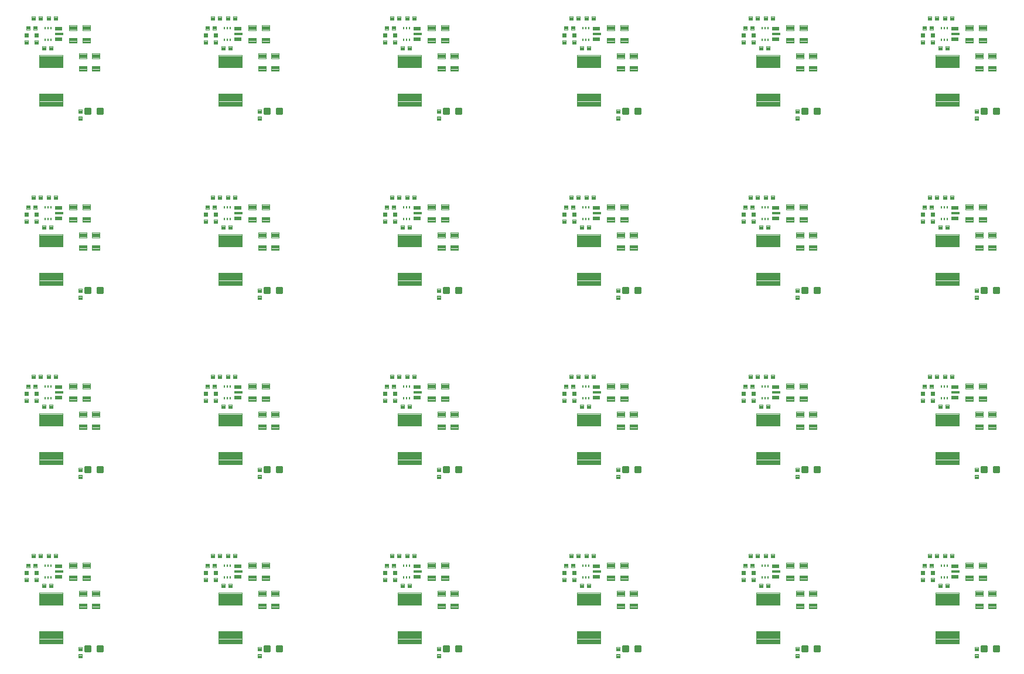
<source format=gtp>
G04 EAGLE Gerber RS-274X export*
G75*
%MOMM*%
%FSLAX34Y34*%
%LPD*%
%INSolderpaste Top*%
%IPPOS*%
%AMOC8*
5,1,8,0,0,1.08239X$1,22.5*%
G01*
%ADD10C,0.102000*%
%ADD11R,1.300000X0.300000*%
%ADD12R,1.130000X0.600000*%
%ADD13R,0.230000X0.450000*%
%ADD14C,0.092500*%
%ADD15C,0.104000*%
%ADD16C,0.300000*%


D10*
X93823Y143460D02*
X98803Y143460D01*
X98803Y138480D01*
X93823Y138480D01*
X93823Y143460D01*
X93823Y139449D02*
X98803Y139449D01*
X98803Y140418D02*
X93823Y140418D01*
X93823Y141387D02*
X98803Y141387D01*
X98803Y142356D02*
X93823Y142356D01*
X93823Y143325D02*
X98803Y143325D01*
X88803Y143460D02*
X83823Y143460D01*
X88803Y143460D02*
X88803Y138480D01*
X83823Y138480D01*
X83823Y143460D01*
X83823Y139449D02*
X88803Y139449D01*
X88803Y140418D02*
X83823Y140418D01*
X83823Y141387D02*
X88803Y141387D01*
X88803Y142356D02*
X83823Y142356D01*
X83823Y143325D02*
X88803Y143325D01*
D11*
X131490Y132080D03*
D12*
X129940Y139580D03*
X130040Y124580D03*
D13*
X119440Y140630D03*
X114940Y140630D03*
X110440Y140630D03*
X110440Y123530D03*
X114940Y123530D03*
X119440Y123530D03*
D10*
X86310Y122712D02*
X86310Y117732D01*
X81330Y117732D01*
X81330Y122712D01*
X86310Y122712D01*
X86310Y118701D02*
X81330Y118701D01*
X81330Y119670D02*
X86310Y119670D01*
X86310Y120639D02*
X81330Y120639D01*
X81330Y121608D02*
X86310Y121608D01*
X86310Y122577D02*
X81330Y122577D01*
X86310Y127732D02*
X86310Y132712D01*
X86310Y127732D02*
X81330Y127732D01*
X81330Y132712D01*
X86310Y132712D01*
X86310Y128701D02*
X81330Y128701D01*
X81330Y129670D02*
X86310Y129670D01*
X86310Y130639D02*
X81330Y130639D01*
X81330Y131608D02*
X86310Y131608D01*
X86310Y132577D02*
X81330Y132577D01*
D14*
X102342Y101308D02*
X102342Y83732D01*
X102342Y101308D02*
X136418Y101308D01*
X136418Y83732D01*
X102342Y83732D01*
X102342Y84611D02*
X136418Y84611D01*
X136418Y85490D02*
X102342Y85490D01*
X102342Y86369D02*
X136418Y86369D01*
X136418Y87248D02*
X102342Y87248D01*
X102342Y88127D02*
X136418Y88127D01*
X136418Y89006D02*
X102342Y89006D01*
X102342Y89885D02*
X136418Y89885D01*
X136418Y90764D02*
X102342Y90764D01*
X102342Y91643D02*
X136418Y91643D01*
X136418Y92522D02*
X102342Y92522D01*
X102342Y93401D02*
X136418Y93401D01*
X136418Y94280D02*
X102342Y94280D01*
X102342Y95159D02*
X136418Y95159D01*
X136418Y96038D02*
X102342Y96038D01*
X102342Y96917D02*
X136418Y96917D01*
X136418Y97796D02*
X102342Y97796D01*
X102342Y98675D02*
X136418Y98675D01*
X136418Y99554D02*
X102342Y99554D01*
X102342Y100433D02*
X136418Y100433D01*
X102342Y45808D02*
X102342Y28232D01*
X102342Y45808D02*
X136418Y45808D01*
X136418Y28232D01*
X102342Y28232D01*
X102342Y29111D02*
X136418Y29111D01*
X136418Y29990D02*
X102342Y29990D01*
X102342Y30869D02*
X136418Y30869D01*
X136418Y31748D02*
X102342Y31748D01*
X102342Y32627D02*
X136418Y32627D01*
X136418Y33506D02*
X102342Y33506D01*
X102342Y34385D02*
X136418Y34385D01*
X136418Y35264D02*
X102342Y35264D01*
X102342Y36143D02*
X136418Y36143D01*
X136418Y37022D02*
X102342Y37022D01*
X102342Y37901D02*
X136418Y37901D01*
X136418Y38780D02*
X102342Y38780D01*
X102342Y39659D02*
X136418Y39659D01*
X136418Y40538D02*
X102342Y40538D01*
X102342Y41417D02*
X136418Y41417D01*
X136418Y42296D02*
X102342Y42296D01*
X102342Y43175D02*
X136418Y43175D01*
X136418Y44054D02*
X102342Y44054D01*
X102342Y44933D02*
X136418Y44933D01*
D10*
X111790Y109270D02*
X106810Y109270D01*
X106810Y114250D01*
X111790Y114250D01*
X111790Y109270D01*
X111790Y110239D02*
X106810Y110239D01*
X106810Y111208D02*
X111790Y111208D01*
X111790Y112177D02*
X106810Y112177D01*
X106810Y113146D02*
X111790Y113146D01*
X111790Y114115D02*
X106810Y114115D01*
X116810Y109270D02*
X121790Y109270D01*
X116810Y109270D02*
X116810Y114250D01*
X121790Y114250D01*
X121790Y109270D01*
X121790Y110239D02*
X116810Y110239D01*
X116810Y111208D02*
X121790Y111208D01*
X121790Y112177D02*
X116810Y112177D01*
X116810Y113146D02*
X121790Y113146D01*
X121790Y114115D02*
X116810Y114115D01*
X118140Y152450D02*
X113160Y152450D01*
X113160Y157430D01*
X118140Y157430D01*
X118140Y152450D01*
X118140Y153419D02*
X113160Y153419D01*
X113160Y154388D02*
X118140Y154388D01*
X118140Y155357D02*
X113160Y155357D01*
X113160Y156326D02*
X118140Y156326D01*
X118140Y157295D02*
X113160Y157295D01*
X123160Y152450D02*
X128140Y152450D01*
X123160Y152450D02*
X123160Y157430D01*
X128140Y157430D01*
X128140Y152450D01*
X128140Y153419D02*
X123160Y153419D01*
X123160Y154388D02*
X128140Y154388D01*
X128140Y155357D02*
X123160Y155357D01*
X123160Y156326D02*
X128140Y156326D01*
X128140Y157295D02*
X123160Y157295D01*
X96550Y152450D02*
X91570Y152450D01*
X91570Y157430D01*
X96550Y157430D01*
X96550Y152450D01*
X96550Y153419D02*
X91570Y153419D01*
X91570Y154388D02*
X96550Y154388D01*
X96550Y155357D02*
X91570Y155357D01*
X91570Y156326D02*
X96550Y156326D01*
X96550Y157295D02*
X91570Y157295D01*
X101570Y152450D02*
X106550Y152450D01*
X101570Y152450D02*
X101570Y157430D01*
X106550Y157430D01*
X106550Y152450D01*
X106550Y153419D02*
X101570Y153419D01*
X101570Y154388D02*
X106550Y154388D01*
X106550Y155357D02*
X101570Y155357D01*
X101570Y156326D02*
X106550Y156326D01*
X106550Y157295D02*
X101570Y157295D01*
D15*
X189630Y85920D02*
X189630Y78960D01*
X178670Y78960D01*
X178670Y85920D01*
X189630Y85920D01*
X189630Y79948D02*
X178670Y79948D01*
X178670Y80936D02*
X189630Y80936D01*
X189630Y81924D02*
X178670Y81924D01*
X178670Y82912D02*
X189630Y82912D01*
X189630Y83900D02*
X178670Y83900D01*
X178670Y84888D02*
X189630Y84888D01*
X189630Y85876D02*
X178670Y85876D01*
X189630Y96960D02*
X189630Y103920D01*
X189630Y96960D02*
X178670Y96960D01*
X178670Y103920D01*
X189630Y103920D01*
X189630Y97948D02*
X178670Y97948D01*
X178670Y98936D02*
X189630Y98936D01*
X189630Y99924D02*
X178670Y99924D01*
X178670Y100912D02*
X189630Y100912D01*
X189630Y101900D02*
X178670Y101900D01*
X178670Y102888D02*
X189630Y102888D01*
X189630Y103876D02*
X178670Y103876D01*
X170580Y85920D02*
X170580Y78960D01*
X159620Y78960D01*
X159620Y85920D01*
X170580Y85920D01*
X170580Y79948D02*
X159620Y79948D01*
X159620Y80936D02*
X170580Y80936D01*
X170580Y81924D02*
X159620Y81924D01*
X159620Y82912D02*
X170580Y82912D01*
X170580Y83900D02*
X159620Y83900D01*
X159620Y84888D02*
X170580Y84888D01*
X170580Y85876D02*
X159620Y85876D01*
X170580Y96960D02*
X170580Y103920D01*
X170580Y96960D02*
X159620Y96960D01*
X159620Y103920D01*
X170580Y103920D01*
X170580Y97948D02*
X159620Y97948D01*
X159620Y98936D02*
X170580Y98936D01*
X170580Y99924D02*
X159620Y99924D01*
X159620Y100912D02*
X170580Y100912D01*
X170580Y101900D02*
X159620Y101900D01*
X159620Y102888D02*
X170580Y102888D01*
X170580Y103876D02*
X159620Y103876D01*
X145650Y137600D02*
X145650Y144560D01*
X156610Y144560D01*
X156610Y137600D01*
X145650Y137600D01*
X145650Y138588D02*
X156610Y138588D01*
X156610Y139576D02*
X145650Y139576D01*
X145650Y140564D02*
X156610Y140564D01*
X156610Y141552D02*
X145650Y141552D01*
X145650Y142540D02*
X156610Y142540D01*
X156610Y143528D02*
X145650Y143528D01*
X145650Y144516D02*
X156610Y144516D01*
X145650Y126560D02*
X145650Y119600D01*
X145650Y126560D02*
X156610Y126560D01*
X156610Y119600D01*
X145650Y119600D01*
X145650Y120588D02*
X156610Y120588D01*
X156610Y121576D02*
X145650Y121576D01*
X145650Y122564D02*
X156610Y122564D01*
X156610Y123552D02*
X145650Y123552D01*
X145650Y124540D02*
X156610Y124540D01*
X156610Y125528D02*
X145650Y125528D01*
X145650Y126516D02*
X156610Y126516D01*
D16*
X186880Y23820D02*
X186880Y16820D01*
X186880Y23820D02*
X193880Y23820D01*
X193880Y16820D01*
X186880Y16820D01*
X186880Y19670D02*
X193880Y19670D01*
X193880Y22520D02*
X186880Y22520D01*
X169340Y23820D02*
X169340Y16820D01*
X169340Y23820D02*
X176340Y23820D01*
X176340Y16820D01*
X169340Y16820D01*
X169340Y19670D02*
X176340Y19670D01*
X176340Y22520D02*
X169340Y22520D01*
D10*
X158800Y22730D02*
X158800Y17750D01*
X158800Y22730D02*
X163780Y22730D01*
X163780Y17750D01*
X158800Y17750D01*
X158800Y18719D02*
X163780Y18719D01*
X163780Y19688D02*
X158800Y19688D01*
X158800Y20657D02*
X163780Y20657D01*
X163780Y21626D02*
X158800Y21626D01*
X158800Y22595D02*
X163780Y22595D01*
X158800Y12730D02*
X158800Y7750D01*
X158800Y12730D02*
X163780Y12730D01*
X163780Y7750D01*
X158800Y7750D01*
X158800Y8719D02*
X163780Y8719D01*
X163780Y9688D02*
X158800Y9688D01*
X158800Y10657D02*
X163780Y10657D01*
X163780Y11626D02*
X158800Y11626D01*
X158800Y12595D02*
X163780Y12595D01*
D15*
X164700Y137600D02*
X164700Y144560D01*
X175660Y144560D01*
X175660Y137600D01*
X164700Y137600D01*
X164700Y138588D02*
X175660Y138588D01*
X175660Y139576D02*
X164700Y139576D01*
X164700Y140564D02*
X175660Y140564D01*
X175660Y141552D02*
X164700Y141552D01*
X164700Y142540D02*
X175660Y142540D01*
X175660Y143528D02*
X164700Y143528D01*
X164700Y144516D02*
X175660Y144516D01*
X164700Y126560D02*
X164700Y119600D01*
X164700Y126560D02*
X175660Y126560D01*
X175660Y119600D01*
X164700Y119600D01*
X164700Y120588D02*
X175660Y120588D01*
X175660Y121576D02*
X164700Y121576D01*
X164700Y122564D02*
X175660Y122564D01*
X175660Y123552D02*
X164700Y123552D01*
X164700Y124540D02*
X175660Y124540D01*
X175660Y125528D02*
X164700Y125528D01*
X164700Y126516D02*
X175660Y126516D01*
D10*
X95808Y127732D02*
X95808Y132712D01*
X100788Y132712D01*
X100788Y127732D01*
X95808Y127732D01*
X95808Y128701D02*
X100788Y128701D01*
X100788Y129670D02*
X95808Y129670D01*
X95808Y130639D02*
X100788Y130639D01*
X100788Y131608D02*
X95808Y131608D01*
X95808Y132577D02*
X100788Y132577D01*
X95808Y122712D02*
X95808Y117732D01*
X95808Y122712D02*
X100788Y122712D01*
X100788Y117732D01*
X95808Y117732D01*
X95808Y118701D02*
X100788Y118701D01*
X100788Y119670D02*
X95808Y119670D01*
X95808Y120639D02*
X100788Y120639D01*
X100788Y121608D02*
X95808Y121608D01*
X95808Y122577D02*
X100788Y122577D01*
X352903Y143460D02*
X357883Y143460D01*
X357883Y138480D01*
X352903Y138480D01*
X352903Y143460D01*
X352903Y139449D02*
X357883Y139449D01*
X357883Y140418D02*
X352903Y140418D01*
X352903Y141387D02*
X357883Y141387D01*
X357883Y142356D02*
X352903Y142356D01*
X352903Y143325D02*
X357883Y143325D01*
X347883Y143460D02*
X342903Y143460D01*
X347883Y143460D02*
X347883Y138480D01*
X342903Y138480D01*
X342903Y143460D01*
X342903Y139449D02*
X347883Y139449D01*
X347883Y140418D02*
X342903Y140418D01*
X342903Y141387D02*
X347883Y141387D01*
X347883Y142356D02*
X342903Y142356D01*
X342903Y143325D02*
X347883Y143325D01*
D11*
X390570Y132080D03*
D12*
X389020Y139580D03*
X389120Y124580D03*
D13*
X378520Y140630D03*
X374020Y140630D03*
X369520Y140630D03*
X369520Y123530D03*
X374020Y123530D03*
X378520Y123530D03*
D10*
X345390Y122712D02*
X345390Y117732D01*
X340410Y117732D01*
X340410Y122712D01*
X345390Y122712D01*
X345390Y118701D02*
X340410Y118701D01*
X340410Y119670D02*
X345390Y119670D01*
X345390Y120639D02*
X340410Y120639D01*
X340410Y121608D02*
X345390Y121608D01*
X345390Y122577D02*
X340410Y122577D01*
X345390Y127732D02*
X345390Y132712D01*
X345390Y127732D02*
X340410Y127732D01*
X340410Y132712D01*
X345390Y132712D01*
X345390Y128701D02*
X340410Y128701D01*
X340410Y129670D02*
X345390Y129670D01*
X345390Y130639D02*
X340410Y130639D01*
X340410Y131608D02*
X345390Y131608D01*
X345390Y132577D02*
X340410Y132577D01*
D14*
X361422Y101308D02*
X361422Y83732D01*
X361422Y101308D02*
X395498Y101308D01*
X395498Y83732D01*
X361422Y83732D01*
X361422Y84611D02*
X395498Y84611D01*
X395498Y85490D02*
X361422Y85490D01*
X361422Y86369D02*
X395498Y86369D01*
X395498Y87248D02*
X361422Y87248D01*
X361422Y88127D02*
X395498Y88127D01*
X395498Y89006D02*
X361422Y89006D01*
X361422Y89885D02*
X395498Y89885D01*
X395498Y90764D02*
X361422Y90764D01*
X361422Y91643D02*
X395498Y91643D01*
X395498Y92522D02*
X361422Y92522D01*
X361422Y93401D02*
X395498Y93401D01*
X395498Y94280D02*
X361422Y94280D01*
X361422Y95159D02*
X395498Y95159D01*
X395498Y96038D02*
X361422Y96038D01*
X361422Y96917D02*
X395498Y96917D01*
X395498Y97796D02*
X361422Y97796D01*
X361422Y98675D02*
X395498Y98675D01*
X395498Y99554D02*
X361422Y99554D01*
X361422Y100433D02*
X395498Y100433D01*
X361422Y45808D02*
X361422Y28232D01*
X361422Y45808D02*
X395498Y45808D01*
X395498Y28232D01*
X361422Y28232D01*
X361422Y29111D02*
X395498Y29111D01*
X395498Y29990D02*
X361422Y29990D01*
X361422Y30869D02*
X395498Y30869D01*
X395498Y31748D02*
X361422Y31748D01*
X361422Y32627D02*
X395498Y32627D01*
X395498Y33506D02*
X361422Y33506D01*
X361422Y34385D02*
X395498Y34385D01*
X395498Y35264D02*
X361422Y35264D01*
X361422Y36143D02*
X395498Y36143D01*
X395498Y37022D02*
X361422Y37022D01*
X361422Y37901D02*
X395498Y37901D01*
X395498Y38780D02*
X361422Y38780D01*
X361422Y39659D02*
X395498Y39659D01*
X395498Y40538D02*
X361422Y40538D01*
X361422Y41417D02*
X395498Y41417D01*
X395498Y42296D02*
X361422Y42296D01*
X361422Y43175D02*
X395498Y43175D01*
X395498Y44054D02*
X361422Y44054D01*
X361422Y44933D02*
X395498Y44933D01*
D10*
X370870Y109270D02*
X365890Y109270D01*
X365890Y114250D01*
X370870Y114250D01*
X370870Y109270D01*
X370870Y110239D02*
X365890Y110239D01*
X365890Y111208D02*
X370870Y111208D01*
X370870Y112177D02*
X365890Y112177D01*
X365890Y113146D02*
X370870Y113146D01*
X370870Y114115D02*
X365890Y114115D01*
X375890Y109270D02*
X380870Y109270D01*
X375890Y109270D02*
X375890Y114250D01*
X380870Y114250D01*
X380870Y109270D01*
X380870Y110239D02*
X375890Y110239D01*
X375890Y111208D02*
X380870Y111208D01*
X380870Y112177D02*
X375890Y112177D01*
X375890Y113146D02*
X380870Y113146D01*
X380870Y114115D02*
X375890Y114115D01*
X377220Y152450D02*
X372240Y152450D01*
X372240Y157430D01*
X377220Y157430D01*
X377220Y152450D01*
X377220Y153419D02*
X372240Y153419D01*
X372240Y154388D02*
X377220Y154388D01*
X377220Y155357D02*
X372240Y155357D01*
X372240Y156326D02*
X377220Y156326D01*
X377220Y157295D02*
X372240Y157295D01*
X382240Y152450D02*
X387220Y152450D01*
X382240Y152450D02*
X382240Y157430D01*
X387220Y157430D01*
X387220Y152450D01*
X387220Y153419D02*
X382240Y153419D01*
X382240Y154388D02*
X387220Y154388D01*
X387220Y155357D02*
X382240Y155357D01*
X382240Y156326D02*
X387220Y156326D01*
X387220Y157295D02*
X382240Y157295D01*
X355630Y152450D02*
X350650Y152450D01*
X350650Y157430D01*
X355630Y157430D01*
X355630Y152450D01*
X355630Y153419D02*
X350650Y153419D01*
X350650Y154388D02*
X355630Y154388D01*
X355630Y155357D02*
X350650Y155357D01*
X350650Y156326D02*
X355630Y156326D01*
X355630Y157295D02*
X350650Y157295D01*
X360650Y152450D02*
X365630Y152450D01*
X360650Y152450D02*
X360650Y157430D01*
X365630Y157430D01*
X365630Y152450D01*
X365630Y153419D02*
X360650Y153419D01*
X360650Y154388D02*
X365630Y154388D01*
X365630Y155357D02*
X360650Y155357D01*
X360650Y156326D02*
X365630Y156326D01*
X365630Y157295D02*
X360650Y157295D01*
D15*
X448710Y85920D02*
X448710Y78960D01*
X437750Y78960D01*
X437750Y85920D01*
X448710Y85920D01*
X448710Y79948D02*
X437750Y79948D01*
X437750Y80936D02*
X448710Y80936D01*
X448710Y81924D02*
X437750Y81924D01*
X437750Y82912D02*
X448710Y82912D01*
X448710Y83900D02*
X437750Y83900D01*
X437750Y84888D02*
X448710Y84888D01*
X448710Y85876D02*
X437750Y85876D01*
X448710Y96960D02*
X448710Y103920D01*
X448710Y96960D02*
X437750Y96960D01*
X437750Y103920D01*
X448710Y103920D01*
X448710Y97948D02*
X437750Y97948D01*
X437750Y98936D02*
X448710Y98936D01*
X448710Y99924D02*
X437750Y99924D01*
X437750Y100912D02*
X448710Y100912D01*
X448710Y101900D02*
X437750Y101900D01*
X437750Y102888D02*
X448710Y102888D01*
X448710Y103876D02*
X437750Y103876D01*
X429660Y85920D02*
X429660Y78960D01*
X418700Y78960D01*
X418700Y85920D01*
X429660Y85920D01*
X429660Y79948D02*
X418700Y79948D01*
X418700Y80936D02*
X429660Y80936D01*
X429660Y81924D02*
X418700Y81924D01*
X418700Y82912D02*
X429660Y82912D01*
X429660Y83900D02*
X418700Y83900D01*
X418700Y84888D02*
X429660Y84888D01*
X429660Y85876D02*
X418700Y85876D01*
X429660Y96960D02*
X429660Y103920D01*
X429660Y96960D02*
X418700Y96960D01*
X418700Y103920D01*
X429660Y103920D01*
X429660Y97948D02*
X418700Y97948D01*
X418700Y98936D02*
X429660Y98936D01*
X429660Y99924D02*
X418700Y99924D01*
X418700Y100912D02*
X429660Y100912D01*
X429660Y101900D02*
X418700Y101900D01*
X418700Y102888D02*
X429660Y102888D01*
X429660Y103876D02*
X418700Y103876D01*
X404730Y137600D02*
X404730Y144560D01*
X415690Y144560D01*
X415690Y137600D01*
X404730Y137600D01*
X404730Y138588D02*
X415690Y138588D01*
X415690Y139576D02*
X404730Y139576D01*
X404730Y140564D02*
X415690Y140564D01*
X415690Y141552D02*
X404730Y141552D01*
X404730Y142540D02*
X415690Y142540D01*
X415690Y143528D02*
X404730Y143528D01*
X404730Y144516D02*
X415690Y144516D01*
X404730Y126560D02*
X404730Y119600D01*
X404730Y126560D02*
X415690Y126560D01*
X415690Y119600D01*
X404730Y119600D01*
X404730Y120588D02*
X415690Y120588D01*
X415690Y121576D02*
X404730Y121576D01*
X404730Y122564D02*
X415690Y122564D01*
X415690Y123552D02*
X404730Y123552D01*
X404730Y124540D02*
X415690Y124540D01*
X415690Y125528D02*
X404730Y125528D01*
X404730Y126516D02*
X415690Y126516D01*
D16*
X445960Y23820D02*
X445960Y16820D01*
X445960Y23820D02*
X452960Y23820D01*
X452960Y16820D01*
X445960Y16820D01*
X445960Y19670D02*
X452960Y19670D01*
X452960Y22520D02*
X445960Y22520D01*
X428420Y23820D02*
X428420Y16820D01*
X428420Y23820D02*
X435420Y23820D01*
X435420Y16820D01*
X428420Y16820D01*
X428420Y19670D02*
X435420Y19670D01*
X435420Y22520D02*
X428420Y22520D01*
D10*
X417880Y22730D02*
X417880Y17750D01*
X417880Y22730D02*
X422860Y22730D01*
X422860Y17750D01*
X417880Y17750D01*
X417880Y18719D02*
X422860Y18719D01*
X422860Y19688D02*
X417880Y19688D01*
X417880Y20657D02*
X422860Y20657D01*
X422860Y21626D02*
X417880Y21626D01*
X417880Y22595D02*
X422860Y22595D01*
X417880Y12730D02*
X417880Y7750D01*
X417880Y12730D02*
X422860Y12730D01*
X422860Y7750D01*
X417880Y7750D01*
X417880Y8719D02*
X422860Y8719D01*
X422860Y9688D02*
X417880Y9688D01*
X417880Y10657D02*
X422860Y10657D01*
X422860Y11626D02*
X417880Y11626D01*
X417880Y12595D02*
X422860Y12595D01*
D15*
X423780Y137600D02*
X423780Y144560D01*
X434740Y144560D01*
X434740Y137600D01*
X423780Y137600D01*
X423780Y138588D02*
X434740Y138588D01*
X434740Y139576D02*
X423780Y139576D01*
X423780Y140564D02*
X434740Y140564D01*
X434740Y141552D02*
X423780Y141552D01*
X423780Y142540D02*
X434740Y142540D01*
X434740Y143528D02*
X423780Y143528D01*
X423780Y144516D02*
X434740Y144516D01*
X423780Y126560D02*
X423780Y119600D01*
X423780Y126560D02*
X434740Y126560D01*
X434740Y119600D01*
X423780Y119600D01*
X423780Y120588D02*
X434740Y120588D01*
X434740Y121576D02*
X423780Y121576D01*
X423780Y122564D02*
X434740Y122564D01*
X434740Y123552D02*
X423780Y123552D01*
X423780Y124540D02*
X434740Y124540D01*
X434740Y125528D02*
X423780Y125528D01*
X423780Y126516D02*
X434740Y126516D01*
D10*
X354888Y127732D02*
X354888Y132712D01*
X359868Y132712D01*
X359868Y127732D01*
X354888Y127732D01*
X354888Y128701D02*
X359868Y128701D01*
X359868Y129670D02*
X354888Y129670D01*
X354888Y130639D02*
X359868Y130639D01*
X359868Y131608D02*
X354888Y131608D01*
X354888Y132577D02*
X359868Y132577D01*
X354888Y122712D02*
X354888Y117732D01*
X354888Y122712D02*
X359868Y122712D01*
X359868Y117732D01*
X354888Y117732D01*
X354888Y118701D02*
X359868Y118701D01*
X359868Y119670D02*
X354888Y119670D01*
X354888Y120639D02*
X359868Y120639D01*
X359868Y121608D02*
X354888Y121608D01*
X354888Y122577D02*
X359868Y122577D01*
X611983Y143460D02*
X616963Y143460D01*
X616963Y138480D01*
X611983Y138480D01*
X611983Y143460D01*
X611983Y139449D02*
X616963Y139449D01*
X616963Y140418D02*
X611983Y140418D01*
X611983Y141387D02*
X616963Y141387D01*
X616963Y142356D02*
X611983Y142356D01*
X611983Y143325D02*
X616963Y143325D01*
X606963Y143460D02*
X601983Y143460D01*
X606963Y143460D02*
X606963Y138480D01*
X601983Y138480D01*
X601983Y143460D01*
X601983Y139449D02*
X606963Y139449D01*
X606963Y140418D02*
X601983Y140418D01*
X601983Y141387D02*
X606963Y141387D01*
X606963Y142356D02*
X601983Y142356D01*
X601983Y143325D02*
X606963Y143325D01*
D11*
X649650Y132080D03*
D12*
X648100Y139580D03*
X648200Y124580D03*
D13*
X637600Y140630D03*
X633100Y140630D03*
X628600Y140630D03*
X628600Y123530D03*
X633100Y123530D03*
X637600Y123530D03*
D10*
X604470Y122712D02*
X604470Y117732D01*
X599490Y117732D01*
X599490Y122712D01*
X604470Y122712D01*
X604470Y118701D02*
X599490Y118701D01*
X599490Y119670D02*
X604470Y119670D01*
X604470Y120639D02*
X599490Y120639D01*
X599490Y121608D02*
X604470Y121608D01*
X604470Y122577D02*
X599490Y122577D01*
X604470Y127732D02*
X604470Y132712D01*
X604470Y127732D02*
X599490Y127732D01*
X599490Y132712D01*
X604470Y132712D01*
X604470Y128701D02*
X599490Y128701D01*
X599490Y129670D02*
X604470Y129670D01*
X604470Y130639D02*
X599490Y130639D01*
X599490Y131608D02*
X604470Y131608D01*
X604470Y132577D02*
X599490Y132577D01*
D14*
X620502Y101308D02*
X620502Y83732D01*
X620502Y101308D02*
X654578Y101308D01*
X654578Y83732D01*
X620502Y83732D01*
X620502Y84611D02*
X654578Y84611D01*
X654578Y85490D02*
X620502Y85490D01*
X620502Y86369D02*
X654578Y86369D01*
X654578Y87248D02*
X620502Y87248D01*
X620502Y88127D02*
X654578Y88127D01*
X654578Y89006D02*
X620502Y89006D01*
X620502Y89885D02*
X654578Y89885D01*
X654578Y90764D02*
X620502Y90764D01*
X620502Y91643D02*
X654578Y91643D01*
X654578Y92522D02*
X620502Y92522D01*
X620502Y93401D02*
X654578Y93401D01*
X654578Y94280D02*
X620502Y94280D01*
X620502Y95159D02*
X654578Y95159D01*
X654578Y96038D02*
X620502Y96038D01*
X620502Y96917D02*
X654578Y96917D01*
X654578Y97796D02*
X620502Y97796D01*
X620502Y98675D02*
X654578Y98675D01*
X654578Y99554D02*
X620502Y99554D01*
X620502Y100433D02*
X654578Y100433D01*
X620502Y45808D02*
X620502Y28232D01*
X620502Y45808D02*
X654578Y45808D01*
X654578Y28232D01*
X620502Y28232D01*
X620502Y29111D02*
X654578Y29111D01*
X654578Y29990D02*
X620502Y29990D01*
X620502Y30869D02*
X654578Y30869D01*
X654578Y31748D02*
X620502Y31748D01*
X620502Y32627D02*
X654578Y32627D01*
X654578Y33506D02*
X620502Y33506D01*
X620502Y34385D02*
X654578Y34385D01*
X654578Y35264D02*
X620502Y35264D01*
X620502Y36143D02*
X654578Y36143D01*
X654578Y37022D02*
X620502Y37022D01*
X620502Y37901D02*
X654578Y37901D01*
X654578Y38780D02*
X620502Y38780D01*
X620502Y39659D02*
X654578Y39659D01*
X654578Y40538D02*
X620502Y40538D01*
X620502Y41417D02*
X654578Y41417D01*
X654578Y42296D02*
X620502Y42296D01*
X620502Y43175D02*
X654578Y43175D01*
X654578Y44054D02*
X620502Y44054D01*
X620502Y44933D02*
X654578Y44933D01*
D10*
X629950Y109270D02*
X624970Y109270D01*
X624970Y114250D01*
X629950Y114250D01*
X629950Y109270D01*
X629950Y110239D02*
X624970Y110239D01*
X624970Y111208D02*
X629950Y111208D01*
X629950Y112177D02*
X624970Y112177D01*
X624970Y113146D02*
X629950Y113146D01*
X629950Y114115D02*
X624970Y114115D01*
X634970Y109270D02*
X639950Y109270D01*
X634970Y109270D02*
X634970Y114250D01*
X639950Y114250D01*
X639950Y109270D01*
X639950Y110239D02*
X634970Y110239D01*
X634970Y111208D02*
X639950Y111208D01*
X639950Y112177D02*
X634970Y112177D01*
X634970Y113146D02*
X639950Y113146D01*
X639950Y114115D02*
X634970Y114115D01*
X636300Y152450D02*
X631320Y152450D01*
X631320Y157430D01*
X636300Y157430D01*
X636300Y152450D01*
X636300Y153419D02*
X631320Y153419D01*
X631320Y154388D02*
X636300Y154388D01*
X636300Y155357D02*
X631320Y155357D01*
X631320Y156326D02*
X636300Y156326D01*
X636300Y157295D02*
X631320Y157295D01*
X641320Y152450D02*
X646300Y152450D01*
X641320Y152450D02*
X641320Y157430D01*
X646300Y157430D01*
X646300Y152450D01*
X646300Y153419D02*
X641320Y153419D01*
X641320Y154388D02*
X646300Y154388D01*
X646300Y155357D02*
X641320Y155357D01*
X641320Y156326D02*
X646300Y156326D01*
X646300Y157295D02*
X641320Y157295D01*
X614710Y152450D02*
X609730Y152450D01*
X609730Y157430D01*
X614710Y157430D01*
X614710Y152450D01*
X614710Y153419D02*
X609730Y153419D01*
X609730Y154388D02*
X614710Y154388D01*
X614710Y155357D02*
X609730Y155357D01*
X609730Y156326D02*
X614710Y156326D01*
X614710Y157295D02*
X609730Y157295D01*
X619730Y152450D02*
X624710Y152450D01*
X619730Y152450D02*
X619730Y157430D01*
X624710Y157430D01*
X624710Y152450D01*
X624710Y153419D02*
X619730Y153419D01*
X619730Y154388D02*
X624710Y154388D01*
X624710Y155357D02*
X619730Y155357D01*
X619730Y156326D02*
X624710Y156326D01*
X624710Y157295D02*
X619730Y157295D01*
D15*
X707790Y85920D02*
X707790Y78960D01*
X696830Y78960D01*
X696830Y85920D01*
X707790Y85920D01*
X707790Y79948D02*
X696830Y79948D01*
X696830Y80936D02*
X707790Y80936D01*
X707790Y81924D02*
X696830Y81924D01*
X696830Y82912D02*
X707790Y82912D01*
X707790Y83900D02*
X696830Y83900D01*
X696830Y84888D02*
X707790Y84888D01*
X707790Y85876D02*
X696830Y85876D01*
X707790Y96960D02*
X707790Y103920D01*
X707790Y96960D02*
X696830Y96960D01*
X696830Y103920D01*
X707790Y103920D01*
X707790Y97948D02*
X696830Y97948D01*
X696830Y98936D02*
X707790Y98936D01*
X707790Y99924D02*
X696830Y99924D01*
X696830Y100912D02*
X707790Y100912D01*
X707790Y101900D02*
X696830Y101900D01*
X696830Y102888D02*
X707790Y102888D01*
X707790Y103876D02*
X696830Y103876D01*
X688740Y85920D02*
X688740Y78960D01*
X677780Y78960D01*
X677780Y85920D01*
X688740Y85920D01*
X688740Y79948D02*
X677780Y79948D01*
X677780Y80936D02*
X688740Y80936D01*
X688740Y81924D02*
X677780Y81924D01*
X677780Y82912D02*
X688740Y82912D01*
X688740Y83900D02*
X677780Y83900D01*
X677780Y84888D02*
X688740Y84888D01*
X688740Y85876D02*
X677780Y85876D01*
X688740Y96960D02*
X688740Y103920D01*
X688740Y96960D02*
X677780Y96960D01*
X677780Y103920D01*
X688740Y103920D01*
X688740Y97948D02*
X677780Y97948D01*
X677780Y98936D02*
X688740Y98936D01*
X688740Y99924D02*
X677780Y99924D01*
X677780Y100912D02*
X688740Y100912D01*
X688740Y101900D02*
X677780Y101900D01*
X677780Y102888D02*
X688740Y102888D01*
X688740Y103876D02*
X677780Y103876D01*
X663810Y137600D02*
X663810Y144560D01*
X674770Y144560D01*
X674770Y137600D01*
X663810Y137600D01*
X663810Y138588D02*
X674770Y138588D01*
X674770Y139576D02*
X663810Y139576D01*
X663810Y140564D02*
X674770Y140564D01*
X674770Y141552D02*
X663810Y141552D01*
X663810Y142540D02*
X674770Y142540D01*
X674770Y143528D02*
X663810Y143528D01*
X663810Y144516D02*
X674770Y144516D01*
X663810Y126560D02*
X663810Y119600D01*
X663810Y126560D02*
X674770Y126560D01*
X674770Y119600D01*
X663810Y119600D01*
X663810Y120588D02*
X674770Y120588D01*
X674770Y121576D02*
X663810Y121576D01*
X663810Y122564D02*
X674770Y122564D01*
X674770Y123552D02*
X663810Y123552D01*
X663810Y124540D02*
X674770Y124540D01*
X674770Y125528D02*
X663810Y125528D01*
X663810Y126516D02*
X674770Y126516D01*
D16*
X705040Y23820D02*
X705040Y16820D01*
X705040Y23820D02*
X712040Y23820D01*
X712040Y16820D01*
X705040Y16820D01*
X705040Y19670D02*
X712040Y19670D01*
X712040Y22520D02*
X705040Y22520D01*
X687500Y23820D02*
X687500Y16820D01*
X687500Y23820D02*
X694500Y23820D01*
X694500Y16820D01*
X687500Y16820D01*
X687500Y19670D02*
X694500Y19670D01*
X694500Y22520D02*
X687500Y22520D01*
D10*
X676960Y22730D02*
X676960Y17750D01*
X676960Y22730D02*
X681940Y22730D01*
X681940Y17750D01*
X676960Y17750D01*
X676960Y18719D02*
X681940Y18719D01*
X681940Y19688D02*
X676960Y19688D01*
X676960Y20657D02*
X681940Y20657D01*
X681940Y21626D02*
X676960Y21626D01*
X676960Y22595D02*
X681940Y22595D01*
X676960Y12730D02*
X676960Y7750D01*
X676960Y12730D02*
X681940Y12730D01*
X681940Y7750D01*
X676960Y7750D01*
X676960Y8719D02*
X681940Y8719D01*
X681940Y9688D02*
X676960Y9688D01*
X676960Y10657D02*
X681940Y10657D01*
X681940Y11626D02*
X676960Y11626D01*
X676960Y12595D02*
X681940Y12595D01*
D15*
X682860Y137600D02*
X682860Y144560D01*
X693820Y144560D01*
X693820Y137600D01*
X682860Y137600D01*
X682860Y138588D02*
X693820Y138588D01*
X693820Y139576D02*
X682860Y139576D01*
X682860Y140564D02*
X693820Y140564D01*
X693820Y141552D02*
X682860Y141552D01*
X682860Y142540D02*
X693820Y142540D01*
X693820Y143528D02*
X682860Y143528D01*
X682860Y144516D02*
X693820Y144516D01*
X682860Y126560D02*
X682860Y119600D01*
X682860Y126560D02*
X693820Y126560D01*
X693820Y119600D01*
X682860Y119600D01*
X682860Y120588D02*
X693820Y120588D01*
X693820Y121576D02*
X682860Y121576D01*
X682860Y122564D02*
X693820Y122564D01*
X693820Y123552D02*
X682860Y123552D01*
X682860Y124540D02*
X693820Y124540D01*
X693820Y125528D02*
X682860Y125528D01*
X682860Y126516D02*
X693820Y126516D01*
D10*
X613968Y127732D02*
X613968Y132712D01*
X618948Y132712D01*
X618948Y127732D01*
X613968Y127732D01*
X613968Y128701D02*
X618948Y128701D01*
X618948Y129670D02*
X613968Y129670D01*
X613968Y130639D02*
X618948Y130639D01*
X618948Y131608D02*
X613968Y131608D01*
X613968Y132577D02*
X618948Y132577D01*
X613968Y122712D02*
X613968Y117732D01*
X613968Y122712D02*
X618948Y122712D01*
X618948Y117732D01*
X613968Y117732D01*
X613968Y118701D02*
X618948Y118701D01*
X618948Y119670D02*
X613968Y119670D01*
X613968Y120639D02*
X618948Y120639D01*
X618948Y121608D02*
X613968Y121608D01*
X613968Y122577D02*
X618948Y122577D01*
X871063Y143460D02*
X876043Y143460D01*
X876043Y138480D01*
X871063Y138480D01*
X871063Y143460D01*
X871063Y139449D02*
X876043Y139449D01*
X876043Y140418D02*
X871063Y140418D01*
X871063Y141387D02*
X876043Y141387D01*
X876043Y142356D02*
X871063Y142356D01*
X871063Y143325D02*
X876043Y143325D01*
X866043Y143460D02*
X861063Y143460D01*
X866043Y143460D02*
X866043Y138480D01*
X861063Y138480D01*
X861063Y143460D01*
X861063Y139449D02*
X866043Y139449D01*
X866043Y140418D02*
X861063Y140418D01*
X861063Y141387D02*
X866043Y141387D01*
X866043Y142356D02*
X861063Y142356D01*
X861063Y143325D02*
X866043Y143325D01*
D11*
X908730Y132080D03*
D12*
X907180Y139580D03*
X907280Y124580D03*
D13*
X896680Y140630D03*
X892180Y140630D03*
X887680Y140630D03*
X887680Y123530D03*
X892180Y123530D03*
X896680Y123530D03*
D10*
X863550Y122712D02*
X863550Y117732D01*
X858570Y117732D01*
X858570Y122712D01*
X863550Y122712D01*
X863550Y118701D02*
X858570Y118701D01*
X858570Y119670D02*
X863550Y119670D01*
X863550Y120639D02*
X858570Y120639D01*
X858570Y121608D02*
X863550Y121608D01*
X863550Y122577D02*
X858570Y122577D01*
X863550Y127732D02*
X863550Y132712D01*
X863550Y127732D02*
X858570Y127732D01*
X858570Y132712D01*
X863550Y132712D01*
X863550Y128701D02*
X858570Y128701D01*
X858570Y129670D02*
X863550Y129670D01*
X863550Y130639D02*
X858570Y130639D01*
X858570Y131608D02*
X863550Y131608D01*
X863550Y132577D02*
X858570Y132577D01*
D14*
X879582Y101308D02*
X879582Y83732D01*
X879582Y101308D02*
X913658Y101308D01*
X913658Y83732D01*
X879582Y83732D01*
X879582Y84611D02*
X913658Y84611D01*
X913658Y85490D02*
X879582Y85490D01*
X879582Y86369D02*
X913658Y86369D01*
X913658Y87248D02*
X879582Y87248D01*
X879582Y88127D02*
X913658Y88127D01*
X913658Y89006D02*
X879582Y89006D01*
X879582Y89885D02*
X913658Y89885D01*
X913658Y90764D02*
X879582Y90764D01*
X879582Y91643D02*
X913658Y91643D01*
X913658Y92522D02*
X879582Y92522D01*
X879582Y93401D02*
X913658Y93401D01*
X913658Y94280D02*
X879582Y94280D01*
X879582Y95159D02*
X913658Y95159D01*
X913658Y96038D02*
X879582Y96038D01*
X879582Y96917D02*
X913658Y96917D01*
X913658Y97796D02*
X879582Y97796D01*
X879582Y98675D02*
X913658Y98675D01*
X913658Y99554D02*
X879582Y99554D01*
X879582Y100433D02*
X913658Y100433D01*
X879582Y45808D02*
X879582Y28232D01*
X879582Y45808D02*
X913658Y45808D01*
X913658Y28232D01*
X879582Y28232D01*
X879582Y29111D02*
X913658Y29111D01*
X913658Y29990D02*
X879582Y29990D01*
X879582Y30869D02*
X913658Y30869D01*
X913658Y31748D02*
X879582Y31748D01*
X879582Y32627D02*
X913658Y32627D01*
X913658Y33506D02*
X879582Y33506D01*
X879582Y34385D02*
X913658Y34385D01*
X913658Y35264D02*
X879582Y35264D01*
X879582Y36143D02*
X913658Y36143D01*
X913658Y37022D02*
X879582Y37022D01*
X879582Y37901D02*
X913658Y37901D01*
X913658Y38780D02*
X879582Y38780D01*
X879582Y39659D02*
X913658Y39659D01*
X913658Y40538D02*
X879582Y40538D01*
X879582Y41417D02*
X913658Y41417D01*
X913658Y42296D02*
X879582Y42296D01*
X879582Y43175D02*
X913658Y43175D01*
X913658Y44054D02*
X879582Y44054D01*
X879582Y44933D02*
X913658Y44933D01*
D10*
X889030Y109270D02*
X884050Y109270D01*
X884050Y114250D01*
X889030Y114250D01*
X889030Y109270D01*
X889030Y110239D02*
X884050Y110239D01*
X884050Y111208D02*
X889030Y111208D01*
X889030Y112177D02*
X884050Y112177D01*
X884050Y113146D02*
X889030Y113146D01*
X889030Y114115D02*
X884050Y114115D01*
X894050Y109270D02*
X899030Y109270D01*
X894050Y109270D02*
X894050Y114250D01*
X899030Y114250D01*
X899030Y109270D01*
X899030Y110239D02*
X894050Y110239D01*
X894050Y111208D02*
X899030Y111208D01*
X899030Y112177D02*
X894050Y112177D01*
X894050Y113146D02*
X899030Y113146D01*
X899030Y114115D02*
X894050Y114115D01*
X895380Y152450D02*
X890400Y152450D01*
X890400Y157430D01*
X895380Y157430D01*
X895380Y152450D01*
X895380Y153419D02*
X890400Y153419D01*
X890400Y154388D02*
X895380Y154388D01*
X895380Y155357D02*
X890400Y155357D01*
X890400Y156326D02*
X895380Y156326D01*
X895380Y157295D02*
X890400Y157295D01*
X900400Y152450D02*
X905380Y152450D01*
X900400Y152450D02*
X900400Y157430D01*
X905380Y157430D01*
X905380Y152450D01*
X905380Y153419D02*
X900400Y153419D01*
X900400Y154388D02*
X905380Y154388D01*
X905380Y155357D02*
X900400Y155357D01*
X900400Y156326D02*
X905380Y156326D01*
X905380Y157295D02*
X900400Y157295D01*
X873790Y152450D02*
X868810Y152450D01*
X868810Y157430D01*
X873790Y157430D01*
X873790Y152450D01*
X873790Y153419D02*
X868810Y153419D01*
X868810Y154388D02*
X873790Y154388D01*
X873790Y155357D02*
X868810Y155357D01*
X868810Y156326D02*
X873790Y156326D01*
X873790Y157295D02*
X868810Y157295D01*
X878810Y152450D02*
X883790Y152450D01*
X878810Y152450D02*
X878810Y157430D01*
X883790Y157430D01*
X883790Y152450D01*
X883790Y153419D02*
X878810Y153419D01*
X878810Y154388D02*
X883790Y154388D01*
X883790Y155357D02*
X878810Y155357D01*
X878810Y156326D02*
X883790Y156326D01*
X883790Y157295D02*
X878810Y157295D01*
D15*
X966870Y85920D02*
X966870Y78960D01*
X955910Y78960D01*
X955910Y85920D01*
X966870Y85920D01*
X966870Y79948D02*
X955910Y79948D01*
X955910Y80936D02*
X966870Y80936D01*
X966870Y81924D02*
X955910Y81924D01*
X955910Y82912D02*
X966870Y82912D01*
X966870Y83900D02*
X955910Y83900D01*
X955910Y84888D02*
X966870Y84888D01*
X966870Y85876D02*
X955910Y85876D01*
X966870Y96960D02*
X966870Y103920D01*
X966870Y96960D02*
X955910Y96960D01*
X955910Y103920D01*
X966870Y103920D01*
X966870Y97948D02*
X955910Y97948D01*
X955910Y98936D02*
X966870Y98936D01*
X966870Y99924D02*
X955910Y99924D01*
X955910Y100912D02*
X966870Y100912D01*
X966870Y101900D02*
X955910Y101900D01*
X955910Y102888D02*
X966870Y102888D01*
X966870Y103876D02*
X955910Y103876D01*
X947820Y85920D02*
X947820Y78960D01*
X936860Y78960D01*
X936860Y85920D01*
X947820Y85920D01*
X947820Y79948D02*
X936860Y79948D01*
X936860Y80936D02*
X947820Y80936D01*
X947820Y81924D02*
X936860Y81924D01*
X936860Y82912D02*
X947820Y82912D01*
X947820Y83900D02*
X936860Y83900D01*
X936860Y84888D02*
X947820Y84888D01*
X947820Y85876D02*
X936860Y85876D01*
X947820Y96960D02*
X947820Y103920D01*
X947820Y96960D02*
X936860Y96960D01*
X936860Y103920D01*
X947820Y103920D01*
X947820Y97948D02*
X936860Y97948D01*
X936860Y98936D02*
X947820Y98936D01*
X947820Y99924D02*
X936860Y99924D01*
X936860Y100912D02*
X947820Y100912D01*
X947820Y101900D02*
X936860Y101900D01*
X936860Y102888D02*
X947820Y102888D01*
X947820Y103876D02*
X936860Y103876D01*
X922890Y137600D02*
X922890Y144560D01*
X933850Y144560D01*
X933850Y137600D01*
X922890Y137600D01*
X922890Y138588D02*
X933850Y138588D01*
X933850Y139576D02*
X922890Y139576D01*
X922890Y140564D02*
X933850Y140564D01*
X933850Y141552D02*
X922890Y141552D01*
X922890Y142540D02*
X933850Y142540D01*
X933850Y143528D02*
X922890Y143528D01*
X922890Y144516D02*
X933850Y144516D01*
X922890Y126560D02*
X922890Y119600D01*
X922890Y126560D02*
X933850Y126560D01*
X933850Y119600D01*
X922890Y119600D01*
X922890Y120588D02*
X933850Y120588D01*
X933850Y121576D02*
X922890Y121576D01*
X922890Y122564D02*
X933850Y122564D01*
X933850Y123552D02*
X922890Y123552D01*
X922890Y124540D02*
X933850Y124540D01*
X933850Y125528D02*
X922890Y125528D01*
X922890Y126516D02*
X933850Y126516D01*
D16*
X964120Y23820D02*
X964120Y16820D01*
X964120Y23820D02*
X971120Y23820D01*
X971120Y16820D01*
X964120Y16820D01*
X964120Y19670D02*
X971120Y19670D01*
X971120Y22520D02*
X964120Y22520D01*
X946580Y23820D02*
X946580Y16820D01*
X946580Y23820D02*
X953580Y23820D01*
X953580Y16820D01*
X946580Y16820D01*
X946580Y19670D02*
X953580Y19670D01*
X953580Y22520D02*
X946580Y22520D01*
D10*
X936040Y22730D02*
X936040Y17750D01*
X936040Y22730D02*
X941020Y22730D01*
X941020Y17750D01*
X936040Y17750D01*
X936040Y18719D02*
X941020Y18719D01*
X941020Y19688D02*
X936040Y19688D01*
X936040Y20657D02*
X941020Y20657D01*
X941020Y21626D02*
X936040Y21626D01*
X936040Y22595D02*
X941020Y22595D01*
X936040Y12730D02*
X936040Y7750D01*
X936040Y12730D02*
X941020Y12730D01*
X941020Y7750D01*
X936040Y7750D01*
X936040Y8719D02*
X941020Y8719D01*
X941020Y9688D02*
X936040Y9688D01*
X936040Y10657D02*
X941020Y10657D01*
X941020Y11626D02*
X936040Y11626D01*
X936040Y12595D02*
X941020Y12595D01*
D15*
X941940Y137600D02*
X941940Y144560D01*
X952900Y144560D01*
X952900Y137600D01*
X941940Y137600D01*
X941940Y138588D02*
X952900Y138588D01*
X952900Y139576D02*
X941940Y139576D01*
X941940Y140564D02*
X952900Y140564D01*
X952900Y141552D02*
X941940Y141552D01*
X941940Y142540D02*
X952900Y142540D01*
X952900Y143528D02*
X941940Y143528D01*
X941940Y144516D02*
X952900Y144516D01*
X941940Y126560D02*
X941940Y119600D01*
X941940Y126560D02*
X952900Y126560D01*
X952900Y119600D01*
X941940Y119600D01*
X941940Y120588D02*
X952900Y120588D01*
X952900Y121576D02*
X941940Y121576D01*
X941940Y122564D02*
X952900Y122564D01*
X952900Y123552D02*
X941940Y123552D01*
X941940Y124540D02*
X952900Y124540D01*
X952900Y125528D02*
X941940Y125528D01*
X941940Y126516D02*
X952900Y126516D01*
D10*
X873048Y127732D02*
X873048Y132712D01*
X878028Y132712D01*
X878028Y127732D01*
X873048Y127732D01*
X873048Y128701D02*
X878028Y128701D01*
X878028Y129670D02*
X873048Y129670D01*
X873048Y130639D02*
X878028Y130639D01*
X878028Y131608D02*
X873048Y131608D01*
X873048Y132577D02*
X878028Y132577D01*
X873048Y122712D02*
X873048Y117732D01*
X873048Y122712D02*
X878028Y122712D01*
X878028Y117732D01*
X873048Y117732D01*
X873048Y118701D02*
X878028Y118701D01*
X878028Y119670D02*
X873048Y119670D01*
X873048Y120639D02*
X878028Y120639D01*
X878028Y121608D02*
X873048Y121608D01*
X873048Y122577D02*
X878028Y122577D01*
X1130143Y143460D02*
X1135123Y143460D01*
X1135123Y138480D01*
X1130143Y138480D01*
X1130143Y143460D01*
X1130143Y139449D02*
X1135123Y139449D01*
X1135123Y140418D02*
X1130143Y140418D01*
X1130143Y141387D02*
X1135123Y141387D01*
X1135123Y142356D02*
X1130143Y142356D01*
X1130143Y143325D02*
X1135123Y143325D01*
X1125123Y143460D02*
X1120143Y143460D01*
X1125123Y143460D02*
X1125123Y138480D01*
X1120143Y138480D01*
X1120143Y143460D01*
X1120143Y139449D02*
X1125123Y139449D01*
X1125123Y140418D02*
X1120143Y140418D01*
X1120143Y141387D02*
X1125123Y141387D01*
X1125123Y142356D02*
X1120143Y142356D01*
X1120143Y143325D02*
X1125123Y143325D01*
D11*
X1167810Y132080D03*
D12*
X1166260Y139580D03*
X1166360Y124580D03*
D13*
X1155760Y140630D03*
X1151260Y140630D03*
X1146760Y140630D03*
X1146760Y123530D03*
X1151260Y123530D03*
X1155760Y123530D03*
D10*
X1122630Y122712D02*
X1122630Y117732D01*
X1117650Y117732D01*
X1117650Y122712D01*
X1122630Y122712D01*
X1122630Y118701D02*
X1117650Y118701D01*
X1117650Y119670D02*
X1122630Y119670D01*
X1122630Y120639D02*
X1117650Y120639D01*
X1117650Y121608D02*
X1122630Y121608D01*
X1122630Y122577D02*
X1117650Y122577D01*
X1122630Y127732D02*
X1122630Y132712D01*
X1122630Y127732D02*
X1117650Y127732D01*
X1117650Y132712D01*
X1122630Y132712D01*
X1122630Y128701D02*
X1117650Y128701D01*
X1117650Y129670D02*
X1122630Y129670D01*
X1122630Y130639D02*
X1117650Y130639D01*
X1117650Y131608D02*
X1122630Y131608D01*
X1122630Y132577D02*
X1117650Y132577D01*
D14*
X1138662Y101308D02*
X1138662Y83732D01*
X1138662Y101308D02*
X1172738Y101308D01*
X1172738Y83732D01*
X1138662Y83732D01*
X1138662Y84611D02*
X1172738Y84611D01*
X1172738Y85490D02*
X1138662Y85490D01*
X1138662Y86369D02*
X1172738Y86369D01*
X1172738Y87248D02*
X1138662Y87248D01*
X1138662Y88127D02*
X1172738Y88127D01*
X1172738Y89006D02*
X1138662Y89006D01*
X1138662Y89885D02*
X1172738Y89885D01*
X1172738Y90764D02*
X1138662Y90764D01*
X1138662Y91643D02*
X1172738Y91643D01*
X1172738Y92522D02*
X1138662Y92522D01*
X1138662Y93401D02*
X1172738Y93401D01*
X1172738Y94280D02*
X1138662Y94280D01*
X1138662Y95159D02*
X1172738Y95159D01*
X1172738Y96038D02*
X1138662Y96038D01*
X1138662Y96917D02*
X1172738Y96917D01*
X1172738Y97796D02*
X1138662Y97796D01*
X1138662Y98675D02*
X1172738Y98675D01*
X1172738Y99554D02*
X1138662Y99554D01*
X1138662Y100433D02*
X1172738Y100433D01*
X1138662Y45808D02*
X1138662Y28232D01*
X1138662Y45808D02*
X1172738Y45808D01*
X1172738Y28232D01*
X1138662Y28232D01*
X1138662Y29111D02*
X1172738Y29111D01*
X1172738Y29990D02*
X1138662Y29990D01*
X1138662Y30869D02*
X1172738Y30869D01*
X1172738Y31748D02*
X1138662Y31748D01*
X1138662Y32627D02*
X1172738Y32627D01*
X1172738Y33506D02*
X1138662Y33506D01*
X1138662Y34385D02*
X1172738Y34385D01*
X1172738Y35264D02*
X1138662Y35264D01*
X1138662Y36143D02*
X1172738Y36143D01*
X1172738Y37022D02*
X1138662Y37022D01*
X1138662Y37901D02*
X1172738Y37901D01*
X1172738Y38780D02*
X1138662Y38780D01*
X1138662Y39659D02*
X1172738Y39659D01*
X1172738Y40538D02*
X1138662Y40538D01*
X1138662Y41417D02*
X1172738Y41417D01*
X1172738Y42296D02*
X1138662Y42296D01*
X1138662Y43175D02*
X1172738Y43175D01*
X1172738Y44054D02*
X1138662Y44054D01*
X1138662Y44933D02*
X1172738Y44933D01*
D10*
X1148110Y109270D02*
X1143130Y109270D01*
X1143130Y114250D01*
X1148110Y114250D01*
X1148110Y109270D01*
X1148110Y110239D02*
X1143130Y110239D01*
X1143130Y111208D02*
X1148110Y111208D01*
X1148110Y112177D02*
X1143130Y112177D01*
X1143130Y113146D02*
X1148110Y113146D01*
X1148110Y114115D02*
X1143130Y114115D01*
X1153130Y109270D02*
X1158110Y109270D01*
X1153130Y109270D02*
X1153130Y114250D01*
X1158110Y114250D01*
X1158110Y109270D01*
X1158110Y110239D02*
X1153130Y110239D01*
X1153130Y111208D02*
X1158110Y111208D01*
X1158110Y112177D02*
X1153130Y112177D01*
X1153130Y113146D02*
X1158110Y113146D01*
X1158110Y114115D02*
X1153130Y114115D01*
X1154460Y152450D02*
X1149480Y152450D01*
X1149480Y157430D01*
X1154460Y157430D01*
X1154460Y152450D01*
X1154460Y153419D02*
X1149480Y153419D01*
X1149480Y154388D02*
X1154460Y154388D01*
X1154460Y155357D02*
X1149480Y155357D01*
X1149480Y156326D02*
X1154460Y156326D01*
X1154460Y157295D02*
X1149480Y157295D01*
X1159480Y152450D02*
X1164460Y152450D01*
X1159480Y152450D02*
X1159480Y157430D01*
X1164460Y157430D01*
X1164460Y152450D01*
X1164460Y153419D02*
X1159480Y153419D01*
X1159480Y154388D02*
X1164460Y154388D01*
X1164460Y155357D02*
X1159480Y155357D01*
X1159480Y156326D02*
X1164460Y156326D01*
X1164460Y157295D02*
X1159480Y157295D01*
X1132870Y152450D02*
X1127890Y152450D01*
X1127890Y157430D01*
X1132870Y157430D01*
X1132870Y152450D01*
X1132870Y153419D02*
X1127890Y153419D01*
X1127890Y154388D02*
X1132870Y154388D01*
X1132870Y155357D02*
X1127890Y155357D01*
X1127890Y156326D02*
X1132870Y156326D01*
X1132870Y157295D02*
X1127890Y157295D01*
X1137890Y152450D02*
X1142870Y152450D01*
X1137890Y152450D02*
X1137890Y157430D01*
X1142870Y157430D01*
X1142870Y152450D01*
X1142870Y153419D02*
X1137890Y153419D01*
X1137890Y154388D02*
X1142870Y154388D01*
X1142870Y155357D02*
X1137890Y155357D01*
X1137890Y156326D02*
X1142870Y156326D01*
X1142870Y157295D02*
X1137890Y157295D01*
D15*
X1225950Y85920D02*
X1225950Y78960D01*
X1214990Y78960D01*
X1214990Y85920D01*
X1225950Y85920D01*
X1225950Y79948D02*
X1214990Y79948D01*
X1214990Y80936D02*
X1225950Y80936D01*
X1225950Y81924D02*
X1214990Y81924D01*
X1214990Y82912D02*
X1225950Y82912D01*
X1225950Y83900D02*
X1214990Y83900D01*
X1214990Y84888D02*
X1225950Y84888D01*
X1225950Y85876D02*
X1214990Y85876D01*
X1225950Y96960D02*
X1225950Y103920D01*
X1225950Y96960D02*
X1214990Y96960D01*
X1214990Y103920D01*
X1225950Y103920D01*
X1225950Y97948D02*
X1214990Y97948D01*
X1214990Y98936D02*
X1225950Y98936D01*
X1225950Y99924D02*
X1214990Y99924D01*
X1214990Y100912D02*
X1225950Y100912D01*
X1225950Y101900D02*
X1214990Y101900D01*
X1214990Y102888D02*
X1225950Y102888D01*
X1225950Y103876D02*
X1214990Y103876D01*
X1206900Y85920D02*
X1206900Y78960D01*
X1195940Y78960D01*
X1195940Y85920D01*
X1206900Y85920D01*
X1206900Y79948D02*
X1195940Y79948D01*
X1195940Y80936D02*
X1206900Y80936D01*
X1206900Y81924D02*
X1195940Y81924D01*
X1195940Y82912D02*
X1206900Y82912D01*
X1206900Y83900D02*
X1195940Y83900D01*
X1195940Y84888D02*
X1206900Y84888D01*
X1206900Y85876D02*
X1195940Y85876D01*
X1206900Y96960D02*
X1206900Y103920D01*
X1206900Y96960D02*
X1195940Y96960D01*
X1195940Y103920D01*
X1206900Y103920D01*
X1206900Y97948D02*
X1195940Y97948D01*
X1195940Y98936D02*
X1206900Y98936D01*
X1206900Y99924D02*
X1195940Y99924D01*
X1195940Y100912D02*
X1206900Y100912D01*
X1206900Y101900D02*
X1195940Y101900D01*
X1195940Y102888D02*
X1206900Y102888D01*
X1206900Y103876D02*
X1195940Y103876D01*
X1181970Y137600D02*
X1181970Y144560D01*
X1192930Y144560D01*
X1192930Y137600D01*
X1181970Y137600D01*
X1181970Y138588D02*
X1192930Y138588D01*
X1192930Y139576D02*
X1181970Y139576D01*
X1181970Y140564D02*
X1192930Y140564D01*
X1192930Y141552D02*
X1181970Y141552D01*
X1181970Y142540D02*
X1192930Y142540D01*
X1192930Y143528D02*
X1181970Y143528D01*
X1181970Y144516D02*
X1192930Y144516D01*
X1181970Y126560D02*
X1181970Y119600D01*
X1181970Y126560D02*
X1192930Y126560D01*
X1192930Y119600D01*
X1181970Y119600D01*
X1181970Y120588D02*
X1192930Y120588D01*
X1192930Y121576D02*
X1181970Y121576D01*
X1181970Y122564D02*
X1192930Y122564D01*
X1192930Y123552D02*
X1181970Y123552D01*
X1181970Y124540D02*
X1192930Y124540D01*
X1192930Y125528D02*
X1181970Y125528D01*
X1181970Y126516D02*
X1192930Y126516D01*
D16*
X1223200Y23820D02*
X1223200Y16820D01*
X1223200Y23820D02*
X1230200Y23820D01*
X1230200Y16820D01*
X1223200Y16820D01*
X1223200Y19670D02*
X1230200Y19670D01*
X1230200Y22520D02*
X1223200Y22520D01*
X1205660Y23820D02*
X1205660Y16820D01*
X1205660Y23820D02*
X1212660Y23820D01*
X1212660Y16820D01*
X1205660Y16820D01*
X1205660Y19670D02*
X1212660Y19670D01*
X1212660Y22520D02*
X1205660Y22520D01*
D10*
X1195120Y22730D02*
X1195120Y17750D01*
X1195120Y22730D02*
X1200100Y22730D01*
X1200100Y17750D01*
X1195120Y17750D01*
X1195120Y18719D02*
X1200100Y18719D01*
X1200100Y19688D02*
X1195120Y19688D01*
X1195120Y20657D02*
X1200100Y20657D01*
X1200100Y21626D02*
X1195120Y21626D01*
X1195120Y22595D02*
X1200100Y22595D01*
X1195120Y12730D02*
X1195120Y7750D01*
X1195120Y12730D02*
X1200100Y12730D01*
X1200100Y7750D01*
X1195120Y7750D01*
X1195120Y8719D02*
X1200100Y8719D01*
X1200100Y9688D02*
X1195120Y9688D01*
X1195120Y10657D02*
X1200100Y10657D01*
X1200100Y11626D02*
X1195120Y11626D01*
X1195120Y12595D02*
X1200100Y12595D01*
D15*
X1201020Y137600D02*
X1201020Y144560D01*
X1211980Y144560D01*
X1211980Y137600D01*
X1201020Y137600D01*
X1201020Y138588D02*
X1211980Y138588D01*
X1211980Y139576D02*
X1201020Y139576D01*
X1201020Y140564D02*
X1211980Y140564D01*
X1211980Y141552D02*
X1201020Y141552D01*
X1201020Y142540D02*
X1211980Y142540D01*
X1211980Y143528D02*
X1201020Y143528D01*
X1201020Y144516D02*
X1211980Y144516D01*
X1201020Y126560D02*
X1201020Y119600D01*
X1201020Y126560D02*
X1211980Y126560D01*
X1211980Y119600D01*
X1201020Y119600D01*
X1201020Y120588D02*
X1211980Y120588D01*
X1211980Y121576D02*
X1201020Y121576D01*
X1201020Y122564D02*
X1211980Y122564D01*
X1211980Y123552D02*
X1201020Y123552D01*
X1201020Y124540D02*
X1211980Y124540D01*
X1211980Y125528D02*
X1201020Y125528D01*
X1201020Y126516D02*
X1211980Y126516D01*
D10*
X1132128Y127732D02*
X1132128Y132712D01*
X1137108Y132712D01*
X1137108Y127732D01*
X1132128Y127732D01*
X1132128Y128701D02*
X1137108Y128701D01*
X1137108Y129670D02*
X1132128Y129670D01*
X1132128Y130639D02*
X1137108Y130639D01*
X1137108Y131608D02*
X1132128Y131608D01*
X1132128Y132577D02*
X1137108Y132577D01*
X1132128Y122712D02*
X1132128Y117732D01*
X1132128Y122712D02*
X1137108Y122712D01*
X1137108Y117732D01*
X1132128Y117732D01*
X1132128Y118701D02*
X1137108Y118701D01*
X1137108Y119670D02*
X1132128Y119670D01*
X1132128Y120639D02*
X1137108Y120639D01*
X1137108Y121608D02*
X1132128Y121608D01*
X1132128Y122577D02*
X1137108Y122577D01*
X1389223Y143460D02*
X1394203Y143460D01*
X1394203Y138480D01*
X1389223Y138480D01*
X1389223Y143460D01*
X1389223Y139449D02*
X1394203Y139449D01*
X1394203Y140418D02*
X1389223Y140418D01*
X1389223Y141387D02*
X1394203Y141387D01*
X1394203Y142356D02*
X1389223Y142356D01*
X1389223Y143325D02*
X1394203Y143325D01*
X1384203Y143460D02*
X1379223Y143460D01*
X1384203Y143460D02*
X1384203Y138480D01*
X1379223Y138480D01*
X1379223Y143460D01*
X1379223Y139449D02*
X1384203Y139449D01*
X1384203Y140418D02*
X1379223Y140418D01*
X1379223Y141387D02*
X1384203Y141387D01*
X1384203Y142356D02*
X1379223Y142356D01*
X1379223Y143325D02*
X1384203Y143325D01*
D11*
X1426890Y132080D03*
D12*
X1425340Y139580D03*
X1425440Y124580D03*
D13*
X1414840Y140630D03*
X1410340Y140630D03*
X1405840Y140630D03*
X1405840Y123530D03*
X1410340Y123530D03*
X1414840Y123530D03*
D10*
X1381710Y122712D02*
X1381710Y117732D01*
X1376730Y117732D01*
X1376730Y122712D01*
X1381710Y122712D01*
X1381710Y118701D02*
X1376730Y118701D01*
X1376730Y119670D02*
X1381710Y119670D01*
X1381710Y120639D02*
X1376730Y120639D01*
X1376730Y121608D02*
X1381710Y121608D01*
X1381710Y122577D02*
X1376730Y122577D01*
X1381710Y127732D02*
X1381710Y132712D01*
X1381710Y127732D02*
X1376730Y127732D01*
X1376730Y132712D01*
X1381710Y132712D01*
X1381710Y128701D02*
X1376730Y128701D01*
X1376730Y129670D02*
X1381710Y129670D01*
X1381710Y130639D02*
X1376730Y130639D01*
X1376730Y131608D02*
X1381710Y131608D01*
X1381710Y132577D02*
X1376730Y132577D01*
D14*
X1397742Y101308D02*
X1397742Y83732D01*
X1397742Y101308D02*
X1431818Y101308D01*
X1431818Y83732D01*
X1397742Y83732D01*
X1397742Y84611D02*
X1431818Y84611D01*
X1431818Y85490D02*
X1397742Y85490D01*
X1397742Y86369D02*
X1431818Y86369D01*
X1431818Y87248D02*
X1397742Y87248D01*
X1397742Y88127D02*
X1431818Y88127D01*
X1431818Y89006D02*
X1397742Y89006D01*
X1397742Y89885D02*
X1431818Y89885D01*
X1431818Y90764D02*
X1397742Y90764D01*
X1397742Y91643D02*
X1431818Y91643D01*
X1431818Y92522D02*
X1397742Y92522D01*
X1397742Y93401D02*
X1431818Y93401D01*
X1431818Y94280D02*
X1397742Y94280D01*
X1397742Y95159D02*
X1431818Y95159D01*
X1431818Y96038D02*
X1397742Y96038D01*
X1397742Y96917D02*
X1431818Y96917D01*
X1431818Y97796D02*
X1397742Y97796D01*
X1397742Y98675D02*
X1431818Y98675D01*
X1431818Y99554D02*
X1397742Y99554D01*
X1397742Y100433D02*
X1431818Y100433D01*
X1397742Y45808D02*
X1397742Y28232D01*
X1397742Y45808D02*
X1431818Y45808D01*
X1431818Y28232D01*
X1397742Y28232D01*
X1397742Y29111D02*
X1431818Y29111D01*
X1431818Y29990D02*
X1397742Y29990D01*
X1397742Y30869D02*
X1431818Y30869D01*
X1431818Y31748D02*
X1397742Y31748D01*
X1397742Y32627D02*
X1431818Y32627D01*
X1431818Y33506D02*
X1397742Y33506D01*
X1397742Y34385D02*
X1431818Y34385D01*
X1431818Y35264D02*
X1397742Y35264D01*
X1397742Y36143D02*
X1431818Y36143D01*
X1431818Y37022D02*
X1397742Y37022D01*
X1397742Y37901D02*
X1431818Y37901D01*
X1431818Y38780D02*
X1397742Y38780D01*
X1397742Y39659D02*
X1431818Y39659D01*
X1431818Y40538D02*
X1397742Y40538D01*
X1397742Y41417D02*
X1431818Y41417D01*
X1431818Y42296D02*
X1397742Y42296D01*
X1397742Y43175D02*
X1431818Y43175D01*
X1431818Y44054D02*
X1397742Y44054D01*
X1397742Y44933D02*
X1431818Y44933D01*
D10*
X1407190Y109270D02*
X1402210Y109270D01*
X1402210Y114250D01*
X1407190Y114250D01*
X1407190Y109270D01*
X1407190Y110239D02*
X1402210Y110239D01*
X1402210Y111208D02*
X1407190Y111208D01*
X1407190Y112177D02*
X1402210Y112177D01*
X1402210Y113146D02*
X1407190Y113146D01*
X1407190Y114115D02*
X1402210Y114115D01*
X1412210Y109270D02*
X1417190Y109270D01*
X1412210Y109270D02*
X1412210Y114250D01*
X1417190Y114250D01*
X1417190Y109270D01*
X1417190Y110239D02*
X1412210Y110239D01*
X1412210Y111208D02*
X1417190Y111208D01*
X1417190Y112177D02*
X1412210Y112177D01*
X1412210Y113146D02*
X1417190Y113146D01*
X1417190Y114115D02*
X1412210Y114115D01*
X1413540Y152450D02*
X1408560Y152450D01*
X1408560Y157430D01*
X1413540Y157430D01*
X1413540Y152450D01*
X1413540Y153419D02*
X1408560Y153419D01*
X1408560Y154388D02*
X1413540Y154388D01*
X1413540Y155357D02*
X1408560Y155357D01*
X1408560Y156326D02*
X1413540Y156326D01*
X1413540Y157295D02*
X1408560Y157295D01*
X1418560Y152450D02*
X1423540Y152450D01*
X1418560Y152450D02*
X1418560Y157430D01*
X1423540Y157430D01*
X1423540Y152450D01*
X1423540Y153419D02*
X1418560Y153419D01*
X1418560Y154388D02*
X1423540Y154388D01*
X1423540Y155357D02*
X1418560Y155357D01*
X1418560Y156326D02*
X1423540Y156326D01*
X1423540Y157295D02*
X1418560Y157295D01*
X1391950Y152450D02*
X1386970Y152450D01*
X1386970Y157430D01*
X1391950Y157430D01*
X1391950Y152450D01*
X1391950Y153419D02*
X1386970Y153419D01*
X1386970Y154388D02*
X1391950Y154388D01*
X1391950Y155357D02*
X1386970Y155357D01*
X1386970Y156326D02*
X1391950Y156326D01*
X1391950Y157295D02*
X1386970Y157295D01*
X1396970Y152450D02*
X1401950Y152450D01*
X1396970Y152450D02*
X1396970Y157430D01*
X1401950Y157430D01*
X1401950Y152450D01*
X1401950Y153419D02*
X1396970Y153419D01*
X1396970Y154388D02*
X1401950Y154388D01*
X1401950Y155357D02*
X1396970Y155357D01*
X1396970Y156326D02*
X1401950Y156326D01*
X1401950Y157295D02*
X1396970Y157295D01*
D15*
X1485030Y85920D02*
X1485030Y78960D01*
X1474070Y78960D01*
X1474070Y85920D01*
X1485030Y85920D01*
X1485030Y79948D02*
X1474070Y79948D01*
X1474070Y80936D02*
X1485030Y80936D01*
X1485030Y81924D02*
X1474070Y81924D01*
X1474070Y82912D02*
X1485030Y82912D01*
X1485030Y83900D02*
X1474070Y83900D01*
X1474070Y84888D02*
X1485030Y84888D01*
X1485030Y85876D02*
X1474070Y85876D01*
X1485030Y96960D02*
X1485030Y103920D01*
X1485030Y96960D02*
X1474070Y96960D01*
X1474070Y103920D01*
X1485030Y103920D01*
X1485030Y97948D02*
X1474070Y97948D01*
X1474070Y98936D02*
X1485030Y98936D01*
X1485030Y99924D02*
X1474070Y99924D01*
X1474070Y100912D02*
X1485030Y100912D01*
X1485030Y101900D02*
X1474070Y101900D01*
X1474070Y102888D02*
X1485030Y102888D01*
X1485030Y103876D02*
X1474070Y103876D01*
X1465980Y85920D02*
X1465980Y78960D01*
X1455020Y78960D01*
X1455020Y85920D01*
X1465980Y85920D01*
X1465980Y79948D02*
X1455020Y79948D01*
X1455020Y80936D02*
X1465980Y80936D01*
X1465980Y81924D02*
X1455020Y81924D01*
X1455020Y82912D02*
X1465980Y82912D01*
X1465980Y83900D02*
X1455020Y83900D01*
X1455020Y84888D02*
X1465980Y84888D01*
X1465980Y85876D02*
X1455020Y85876D01*
X1465980Y96960D02*
X1465980Y103920D01*
X1465980Y96960D02*
X1455020Y96960D01*
X1455020Y103920D01*
X1465980Y103920D01*
X1465980Y97948D02*
X1455020Y97948D01*
X1455020Y98936D02*
X1465980Y98936D01*
X1465980Y99924D02*
X1455020Y99924D01*
X1455020Y100912D02*
X1465980Y100912D01*
X1465980Y101900D02*
X1455020Y101900D01*
X1455020Y102888D02*
X1465980Y102888D01*
X1465980Y103876D02*
X1455020Y103876D01*
X1441050Y137600D02*
X1441050Y144560D01*
X1452010Y144560D01*
X1452010Y137600D01*
X1441050Y137600D01*
X1441050Y138588D02*
X1452010Y138588D01*
X1452010Y139576D02*
X1441050Y139576D01*
X1441050Y140564D02*
X1452010Y140564D01*
X1452010Y141552D02*
X1441050Y141552D01*
X1441050Y142540D02*
X1452010Y142540D01*
X1452010Y143528D02*
X1441050Y143528D01*
X1441050Y144516D02*
X1452010Y144516D01*
X1441050Y126560D02*
X1441050Y119600D01*
X1441050Y126560D02*
X1452010Y126560D01*
X1452010Y119600D01*
X1441050Y119600D01*
X1441050Y120588D02*
X1452010Y120588D01*
X1452010Y121576D02*
X1441050Y121576D01*
X1441050Y122564D02*
X1452010Y122564D01*
X1452010Y123552D02*
X1441050Y123552D01*
X1441050Y124540D02*
X1452010Y124540D01*
X1452010Y125528D02*
X1441050Y125528D01*
X1441050Y126516D02*
X1452010Y126516D01*
D16*
X1482280Y23820D02*
X1482280Y16820D01*
X1482280Y23820D02*
X1489280Y23820D01*
X1489280Y16820D01*
X1482280Y16820D01*
X1482280Y19670D02*
X1489280Y19670D01*
X1489280Y22520D02*
X1482280Y22520D01*
X1464740Y23820D02*
X1464740Y16820D01*
X1464740Y23820D02*
X1471740Y23820D01*
X1471740Y16820D01*
X1464740Y16820D01*
X1464740Y19670D02*
X1471740Y19670D01*
X1471740Y22520D02*
X1464740Y22520D01*
D10*
X1454200Y22730D02*
X1454200Y17750D01*
X1454200Y22730D02*
X1459180Y22730D01*
X1459180Y17750D01*
X1454200Y17750D01*
X1454200Y18719D02*
X1459180Y18719D01*
X1459180Y19688D02*
X1454200Y19688D01*
X1454200Y20657D02*
X1459180Y20657D01*
X1459180Y21626D02*
X1454200Y21626D01*
X1454200Y22595D02*
X1459180Y22595D01*
X1454200Y12730D02*
X1454200Y7750D01*
X1454200Y12730D02*
X1459180Y12730D01*
X1459180Y7750D01*
X1454200Y7750D01*
X1454200Y8719D02*
X1459180Y8719D01*
X1459180Y9688D02*
X1454200Y9688D01*
X1454200Y10657D02*
X1459180Y10657D01*
X1459180Y11626D02*
X1454200Y11626D01*
X1454200Y12595D02*
X1459180Y12595D01*
D15*
X1460100Y137600D02*
X1460100Y144560D01*
X1471060Y144560D01*
X1471060Y137600D01*
X1460100Y137600D01*
X1460100Y138588D02*
X1471060Y138588D01*
X1471060Y139576D02*
X1460100Y139576D01*
X1460100Y140564D02*
X1471060Y140564D01*
X1471060Y141552D02*
X1460100Y141552D01*
X1460100Y142540D02*
X1471060Y142540D01*
X1471060Y143528D02*
X1460100Y143528D01*
X1460100Y144516D02*
X1471060Y144516D01*
X1460100Y126560D02*
X1460100Y119600D01*
X1460100Y126560D02*
X1471060Y126560D01*
X1471060Y119600D01*
X1460100Y119600D01*
X1460100Y120588D02*
X1471060Y120588D01*
X1471060Y121576D02*
X1460100Y121576D01*
X1460100Y122564D02*
X1471060Y122564D01*
X1471060Y123552D02*
X1460100Y123552D01*
X1460100Y124540D02*
X1471060Y124540D01*
X1471060Y125528D02*
X1460100Y125528D01*
X1460100Y126516D02*
X1471060Y126516D01*
D10*
X1391208Y127732D02*
X1391208Y132712D01*
X1396188Y132712D01*
X1396188Y127732D01*
X1391208Y127732D01*
X1391208Y128701D02*
X1396188Y128701D01*
X1396188Y129670D02*
X1391208Y129670D01*
X1391208Y130639D02*
X1396188Y130639D01*
X1396188Y131608D02*
X1391208Y131608D01*
X1391208Y132577D02*
X1396188Y132577D01*
X1391208Y122712D02*
X1391208Y117732D01*
X1391208Y122712D02*
X1396188Y122712D01*
X1396188Y117732D01*
X1391208Y117732D01*
X1391208Y118701D02*
X1396188Y118701D01*
X1396188Y119670D02*
X1391208Y119670D01*
X1391208Y120639D02*
X1396188Y120639D01*
X1396188Y121608D02*
X1391208Y121608D01*
X1391208Y122577D02*
X1396188Y122577D01*
X98803Y402540D02*
X93823Y402540D01*
X98803Y402540D02*
X98803Y397560D01*
X93823Y397560D01*
X93823Y402540D01*
X93823Y398529D02*
X98803Y398529D01*
X98803Y399498D02*
X93823Y399498D01*
X93823Y400467D02*
X98803Y400467D01*
X98803Y401436D02*
X93823Y401436D01*
X93823Y402405D02*
X98803Y402405D01*
X88803Y402540D02*
X83823Y402540D01*
X88803Y402540D02*
X88803Y397560D01*
X83823Y397560D01*
X83823Y402540D01*
X83823Y398529D02*
X88803Y398529D01*
X88803Y399498D02*
X83823Y399498D01*
X83823Y400467D02*
X88803Y400467D01*
X88803Y401436D02*
X83823Y401436D01*
X83823Y402405D02*
X88803Y402405D01*
D11*
X131490Y391160D03*
D12*
X129940Y398660D03*
X130040Y383660D03*
D13*
X119440Y399710D03*
X114940Y399710D03*
X110440Y399710D03*
X110440Y382610D03*
X114940Y382610D03*
X119440Y382610D03*
D10*
X86310Y381792D02*
X86310Y376812D01*
X81330Y376812D01*
X81330Y381792D01*
X86310Y381792D01*
X86310Y377781D02*
X81330Y377781D01*
X81330Y378750D02*
X86310Y378750D01*
X86310Y379719D02*
X81330Y379719D01*
X81330Y380688D02*
X86310Y380688D01*
X86310Y381657D02*
X81330Y381657D01*
X86310Y386812D02*
X86310Y391792D01*
X86310Y386812D02*
X81330Y386812D01*
X81330Y391792D01*
X86310Y391792D01*
X86310Y387781D02*
X81330Y387781D01*
X81330Y388750D02*
X86310Y388750D01*
X86310Y389719D02*
X81330Y389719D01*
X81330Y390688D02*
X86310Y390688D01*
X86310Y391657D02*
X81330Y391657D01*
D14*
X102342Y360388D02*
X102342Y342812D01*
X102342Y360388D02*
X136418Y360388D01*
X136418Y342812D01*
X102342Y342812D01*
X102342Y343691D02*
X136418Y343691D01*
X136418Y344570D02*
X102342Y344570D01*
X102342Y345449D02*
X136418Y345449D01*
X136418Y346328D02*
X102342Y346328D01*
X102342Y347207D02*
X136418Y347207D01*
X136418Y348086D02*
X102342Y348086D01*
X102342Y348965D02*
X136418Y348965D01*
X136418Y349844D02*
X102342Y349844D01*
X102342Y350723D02*
X136418Y350723D01*
X136418Y351602D02*
X102342Y351602D01*
X102342Y352481D02*
X136418Y352481D01*
X136418Y353360D02*
X102342Y353360D01*
X102342Y354239D02*
X136418Y354239D01*
X136418Y355118D02*
X102342Y355118D01*
X102342Y355997D02*
X136418Y355997D01*
X136418Y356876D02*
X102342Y356876D01*
X102342Y357755D02*
X136418Y357755D01*
X136418Y358634D02*
X102342Y358634D01*
X102342Y359513D02*
X136418Y359513D01*
X102342Y304888D02*
X102342Y287312D01*
X102342Y304888D02*
X136418Y304888D01*
X136418Y287312D01*
X102342Y287312D01*
X102342Y288191D02*
X136418Y288191D01*
X136418Y289070D02*
X102342Y289070D01*
X102342Y289949D02*
X136418Y289949D01*
X136418Y290828D02*
X102342Y290828D01*
X102342Y291707D02*
X136418Y291707D01*
X136418Y292586D02*
X102342Y292586D01*
X102342Y293465D02*
X136418Y293465D01*
X136418Y294344D02*
X102342Y294344D01*
X102342Y295223D02*
X136418Y295223D01*
X136418Y296102D02*
X102342Y296102D01*
X102342Y296981D02*
X136418Y296981D01*
X136418Y297860D02*
X102342Y297860D01*
X102342Y298739D02*
X136418Y298739D01*
X136418Y299618D02*
X102342Y299618D01*
X102342Y300497D02*
X136418Y300497D01*
X136418Y301376D02*
X102342Y301376D01*
X102342Y302255D02*
X136418Y302255D01*
X136418Y303134D02*
X102342Y303134D01*
X102342Y304013D02*
X136418Y304013D01*
D10*
X111790Y368350D02*
X106810Y368350D01*
X106810Y373330D01*
X111790Y373330D01*
X111790Y368350D01*
X111790Y369319D02*
X106810Y369319D01*
X106810Y370288D02*
X111790Y370288D01*
X111790Y371257D02*
X106810Y371257D01*
X106810Y372226D02*
X111790Y372226D01*
X111790Y373195D02*
X106810Y373195D01*
X116810Y368350D02*
X121790Y368350D01*
X116810Y368350D02*
X116810Y373330D01*
X121790Y373330D01*
X121790Y368350D01*
X121790Y369319D02*
X116810Y369319D01*
X116810Y370288D02*
X121790Y370288D01*
X121790Y371257D02*
X116810Y371257D01*
X116810Y372226D02*
X121790Y372226D01*
X121790Y373195D02*
X116810Y373195D01*
X118140Y411530D02*
X113160Y411530D01*
X113160Y416510D01*
X118140Y416510D01*
X118140Y411530D01*
X118140Y412499D02*
X113160Y412499D01*
X113160Y413468D02*
X118140Y413468D01*
X118140Y414437D02*
X113160Y414437D01*
X113160Y415406D02*
X118140Y415406D01*
X118140Y416375D02*
X113160Y416375D01*
X123160Y411530D02*
X128140Y411530D01*
X123160Y411530D02*
X123160Y416510D01*
X128140Y416510D01*
X128140Y411530D01*
X128140Y412499D02*
X123160Y412499D01*
X123160Y413468D02*
X128140Y413468D01*
X128140Y414437D02*
X123160Y414437D01*
X123160Y415406D02*
X128140Y415406D01*
X128140Y416375D02*
X123160Y416375D01*
X96550Y411530D02*
X91570Y411530D01*
X91570Y416510D01*
X96550Y416510D01*
X96550Y411530D01*
X96550Y412499D02*
X91570Y412499D01*
X91570Y413468D02*
X96550Y413468D01*
X96550Y414437D02*
X91570Y414437D01*
X91570Y415406D02*
X96550Y415406D01*
X96550Y416375D02*
X91570Y416375D01*
X101570Y411530D02*
X106550Y411530D01*
X101570Y411530D02*
X101570Y416510D01*
X106550Y416510D01*
X106550Y411530D01*
X106550Y412499D02*
X101570Y412499D01*
X101570Y413468D02*
X106550Y413468D01*
X106550Y414437D02*
X101570Y414437D01*
X101570Y415406D02*
X106550Y415406D01*
X106550Y416375D02*
X101570Y416375D01*
D15*
X189630Y345000D02*
X189630Y338040D01*
X178670Y338040D01*
X178670Y345000D01*
X189630Y345000D01*
X189630Y339028D02*
X178670Y339028D01*
X178670Y340016D02*
X189630Y340016D01*
X189630Y341004D02*
X178670Y341004D01*
X178670Y341992D02*
X189630Y341992D01*
X189630Y342980D02*
X178670Y342980D01*
X178670Y343968D02*
X189630Y343968D01*
X189630Y344956D02*
X178670Y344956D01*
X189630Y356040D02*
X189630Y363000D01*
X189630Y356040D02*
X178670Y356040D01*
X178670Y363000D01*
X189630Y363000D01*
X189630Y357028D02*
X178670Y357028D01*
X178670Y358016D02*
X189630Y358016D01*
X189630Y359004D02*
X178670Y359004D01*
X178670Y359992D02*
X189630Y359992D01*
X189630Y360980D02*
X178670Y360980D01*
X178670Y361968D02*
X189630Y361968D01*
X189630Y362956D02*
X178670Y362956D01*
X170580Y345000D02*
X170580Y338040D01*
X159620Y338040D01*
X159620Y345000D01*
X170580Y345000D01*
X170580Y339028D02*
X159620Y339028D01*
X159620Y340016D02*
X170580Y340016D01*
X170580Y341004D02*
X159620Y341004D01*
X159620Y341992D02*
X170580Y341992D01*
X170580Y342980D02*
X159620Y342980D01*
X159620Y343968D02*
X170580Y343968D01*
X170580Y344956D02*
X159620Y344956D01*
X170580Y356040D02*
X170580Y363000D01*
X170580Y356040D02*
X159620Y356040D01*
X159620Y363000D01*
X170580Y363000D01*
X170580Y357028D02*
X159620Y357028D01*
X159620Y358016D02*
X170580Y358016D01*
X170580Y359004D02*
X159620Y359004D01*
X159620Y359992D02*
X170580Y359992D01*
X170580Y360980D02*
X159620Y360980D01*
X159620Y361968D02*
X170580Y361968D01*
X170580Y362956D02*
X159620Y362956D01*
X145650Y396680D02*
X145650Y403640D01*
X156610Y403640D01*
X156610Y396680D01*
X145650Y396680D01*
X145650Y397668D02*
X156610Y397668D01*
X156610Y398656D02*
X145650Y398656D01*
X145650Y399644D02*
X156610Y399644D01*
X156610Y400632D02*
X145650Y400632D01*
X145650Y401620D02*
X156610Y401620D01*
X156610Y402608D02*
X145650Y402608D01*
X145650Y403596D02*
X156610Y403596D01*
X145650Y385640D02*
X145650Y378680D01*
X145650Y385640D02*
X156610Y385640D01*
X156610Y378680D01*
X145650Y378680D01*
X145650Y379668D02*
X156610Y379668D01*
X156610Y380656D02*
X145650Y380656D01*
X145650Y381644D02*
X156610Y381644D01*
X156610Y382632D02*
X145650Y382632D01*
X145650Y383620D02*
X156610Y383620D01*
X156610Y384608D02*
X145650Y384608D01*
X145650Y385596D02*
X156610Y385596D01*
D16*
X186880Y282900D02*
X186880Y275900D01*
X186880Y282900D02*
X193880Y282900D01*
X193880Y275900D01*
X186880Y275900D01*
X186880Y278750D02*
X193880Y278750D01*
X193880Y281600D02*
X186880Y281600D01*
X169340Y282900D02*
X169340Y275900D01*
X169340Y282900D02*
X176340Y282900D01*
X176340Y275900D01*
X169340Y275900D01*
X169340Y278750D02*
X176340Y278750D01*
X176340Y281600D02*
X169340Y281600D01*
D10*
X158800Y281810D02*
X158800Y276830D01*
X158800Y281810D02*
X163780Y281810D01*
X163780Y276830D01*
X158800Y276830D01*
X158800Y277799D02*
X163780Y277799D01*
X163780Y278768D02*
X158800Y278768D01*
X158800Y279737D02*
X163780Y279737D01*
X163780Y280706D02*
X158800Y280706D01*
X158800Y281675D02*
X163780Y281675D01*
X158800Y271810D02*
X158800Y266830D01*
X158800Y271810D02*
X163780Y271810D01*
X163780Y266830D01*
X158800Y266830D01*
X158800Y267799D02*
X163780Y267799D01*
X163780Y268768D02*
X158800Y268768D01*
X158800Y269737D02*
X163780Y269737D01*
X163780Y270706D02*
X158800Y270706D01*
X158800Y271675D02*
X163780Y271675D01*
D15*
X164700Y396680D02*
X164700Y403640D01*
X175660Y403640D01*
X175660Y396680D01*
X164700Y396680D01*
X164700Y397668D02*
X175660Y397668D01*
X175660Y398656D02*
X164700Y398656D01*
X164700Y399644D02*
X175660Y399644D01*
X175660Y400632D02*
X164700Y400632D01*
X164700Y401620D02*
X175660Y401620D01*
X175660Y402608D02*
X164700Y402608D01*
X164700Y403596D02*
X175660Y403596D01*
X164700Y385640D02*
X164700Y378680D01*
X164700Y385640D02*
X175660Y385640D01*
X175660Y378680D01*
X164700Y378680D01*
X164700Y379668D02*
X175660Y379668D01*
X175660Y380656D02*
X164700Y380656D01*
X164700Y381644D02*
X175660Y381644D01*
X175660Y382632D02*
X164700Y382632D01*
X164700Y383620D02*
X175660Y383620D01*
X175660Y384608D02*
X164700Y384608D01*
X164700Y385596D02*
X175660Y385596D01*
D10*
X95808Y386812D02*
X95808Y391792D01*
X100788Y391792D01*
X100788Y386812D01*
X95808Y386812D01*
X95808Y387781D02*
X100788Y387781D01*
X100788Y388750D02*
X95808Y388750D01*
X95808Y389719D02*
X100788Y389719D01*
X100788Y390688D02*
X95808Y390688D01*
X95808Y391657D02*
X100788Y391657D01*
X95808Y381792D02*
X95808Y376812D01*
X95808Y381792D02*
X100788Y381792D01*
X100788Y376812D01*
X95808Y376812D01*
X95808Y377781D02*
X100788Y377781D01*
X100788Y378750D02*
X95808Y378750D01*
X95808Y379719D02*
X100788Y379719D01*
X100788Y380688D02*
X95808Y380688D01*
X95808Y381657D02*
X100788Y381657D01*
X352903Y402540D02*
X357883Y402540D01*
X357883Y397560D01*
X352903Y397560D01*
X352903Y402540D01*
X352903Y398529D02*
X357883Y398529D01*
X357883Y399498D02*
X352903Y399498D01*
X352903Y400467D02*
X357883Y400467D01*
X357883Y401436D02*
X352903Y401436D01*
X352903Y402405D02*
X357883Y402405D01*
X347883Y402540D02*
X342903Y402540D01*
X347883Y402540D02*
X347883Y397560D01*
X342903Y397560D01*
X342903Y402540D01*
X342903Y398529D02*
X347883Y398529D01*
X347883Y399498D02*
X342903Y399498D01*
X342903Y400467D02*
X347883Y400467D01*
X347883Y401436D02*
X342903Y401436D01*
X342903Y402405D02*
X347883Y402405D01*
D11*
X390570Y391160D03*
D12*
X389020Y398660D03*
X389120Y383660D03*
D13*
X378520Y399710D03*
X374020Y399710D03*
X369520Y399710D03*
X369520Y382610D03*
X374020Y382610D03*
X378520Y382610D03*
D10*
X345390Y381792D02*
X345390Y376812D01*
X340410Y376812D01*
X340410Y381792D01*
X345390Y381792D01*
X345390Y377781D02*
X340410Y377781D01*
X340410Y378750D02*
X345390Y378750D01*
X345390Y379719D02*
X340410Y379719D01*
X340410Y380688D02*
X345390Y380688D01*
X345390Y381657D02*
X340410Y381657D01*
X345390Y386812D02*
X345390Y391792D01*
X345390Y386812D02*
X340410Y386812D01*
X340410Y391792D01*
X345390Y391792D01*
X345390Y387781D02*
X340410Y387781D01*
X340410Y388750D02*
X345390Y388750D01*
X345390Y389719D02*
X340410Y389719D01*
X340410Y390688D02*
X345390Y390688D01*
X345390Y391657D02*
X340410Y391657D01*
D14*
X361422Y360388D02*
X361422Y342812D01*
X361422Y360388D02*
X395498Y360388D01*
X395498Y342812D01*
X361422Y342812D01*
X361422Y343691D02*
X395498Y343691D01*
X395498Y344570D02*
X361422Y344570D01*
X361422Y345449D02*
X395498Y345449D01*
X395498Y346328D02*
X361422Y346328D01*
X361422Y347207D02*
X395498Y347207D01*
X395498Y348086D02*
X361422Y348086D01*
X361422Y348965D02*
X395498Y348965D01*
X395498Y349844D02*
X361422Y349844D01*
X361422Y350723D02*
X395498Y350723D01*
X395498Y351602D02*
X361422Y351602D01*
X361422Y352481D02*
X395498Y352481D01*
X395498Y353360D02*
X361422Y353360D01*
X361422Y354239D02*
X395498Y354239D01*
X395498Y355118D02*
X361422Y355118D01*
X361422Y355997D02*
X395498Y355997D01*
X395498Y356876D02*
X361422Y356876D01*
X361422Y357755D02*
X395498Y357755D01*
X395498Y358634D02*
X361422Y358634D01*
X361422Y359513D02*
X395498Y359513D01*
X361422Y304888D02*
X361422Y287312D01*
X361422Y304888D02*
X395498Y304888D01*
X395498Y287312D01*
X361422Y287312D01*
X361422Y288191D02*
X395498Y288191D01*
X395498Y289070D02*
X361422Y289070D01*
X361422Y289949D02*
X395498Y289949D01*
X395498Y290828D02*
X361422Y290828D01*
X361422Y291707D02*
X395498Y291707D01*
X395498Y292586D02*
X361422Y292586D01*
X361422Y293465D02*
X395498Y293465D01*
X395498Y294344D02*
X361422Y294344D01*
X361422Y295223D02*
X395498Y295223D01*
X395498Y296102D02*
X361422Y296102D01*
X361422Y296981D02*
X395498Y296981D01*
X395498Y297860D02*
X361422Y297860D01*
X361422Y298739D02*
X395498Y298739D01*
X395498Y299618D02*
X361422Y299618D01*
X361422Y300497D02*
X395498Y300497D01*
X395498Y301376D02*
X361422Y301376D01*
X361422Y302255D02*
X395498Y302255D01*
X395498Y303134D02*
X361422Y303134D01*
X361422Y304013D02*
X395498Y304013D01*
D10*
X370870Y368350D02*
X365890Y368350D01*
X365890Y373330D01*
X370870Y373330D01*
X370870Y368350D01*
X370870Y369319D02*
X365890Y369319D01*
X365890Y370288D02*
X370870Y370288D01*
X370870Y371257D02*
X365890Y371257D01*
X365890Y372226D02*
X370870Y372226D01*
X370870Y373195D02*
X365890Y373195D01*
X375890Y368350D02*
X380870Y368350D01*
X375890Y368350D02*
X375890Y373330D01*
X380870Y373330D01*
X380870Y368350D01*
X380870Y369319D02*
X375890Y369319D01*
X375890Y370288D02*
X380870Y370288D01*
X380870Y371257D02*
X375890Y371257D01*
X375890Y372226D02*
X380870Y372226D01*
X380870Y373195D02*
X375890Y373195D01*
X377220Y411530D02*
X372240Y411530D01*
X372240Y416510D01*
X377220Y416510D01*
X377220Y411530D01*
X377220Y412499D02*
X372240Y412499D01*
X372240Y413468D02*
X377220Y413468D01*
X377220Y414437D02*
X372240Y414437D01*
X372240Y415406D02*
X377220Y415406D01*
X377220Y416375D02*
X372240Y416375D01*
X382240Y411530D02*
X387220Y411530D01*
X382240Y411530D02*
X382240Y416510D01*
X387220Y416510D01*
X387220Y411530D01*
X387220Y412499D02*
X382240Y412499D01*
X382240Y413468D02*
X387220Y413468D01*
X387220Y414437D02*
X382240Y414437D01*
X382240Y415406D02*
X387220Y415406D01*
X387220Y416375D02*
X382240Y416375D01*
X355630Y411530D02*
X350650Y411530D01*
X350650Y416510D01*
X355630Y416510D01*
X355630Y411530D01*
X355630Y412499D02*
X350650Y412499D01*
X350650Y413468D02*
X355630Y413468D01*
X355630Y414437D02*
X350650Y414437D01*
X350650Y415406D02*
X355630Y415406D01*
X355630Y416375D02*
X350650Y416375D01*
X360650Y411530D02*
X365630Y411530D01*
X360650Y411530D02*
X360650Y416510D01*
X365630Y416510D01*
X365630Y411530D01*
X365630Y412499D02*
X360650Y412499D01*
X360650Y413468D02*
X365630Y413468D01*
X365630Y414437D02*
X360650Y414437D01*
X360650Y415406D02*
X365630Y415406D01*
X365630Y416375D02*
X360650Y416375D01*
D15*
X448710Y345000D02*
X448710Y338040D01*
X437750Y338040D01*
X437750Y345000D01*
X448710Y345000D01*
X448710Y339028D02*
X437750Y339028D01*
X437750Y340016D02*
X448710Y340016D01*
X448710Y341004D02*
X437750Y341004D01*
X437750Y341992D02*
X448710Y341992D01*
X448710Y342980D02*
X437750Y342980D01*
X437750Y343968D02*
X448710Y343968D01*
X448710Y344956D02*
X437750Y344956D01*
X448710Y356040D02*
X448710Y363000D01*
X448710Y356040D02*
X437750Y356040D01*
X437750Y363000D01*
X448710Y363000D01*
X448710Y357028D02*
X437750Y357028D01*
X437750Y358016D02*
X448710Y358016D01*
X448710Y359004D02*
X437750Y359004D01*
X437750Y359992D02*
X448710Y359992D01*
X448710Y360980D02*
X437750Y360980D01*
X437750Y361968D02*
X448710Y361968D01*
X448710Y362956D02*
X437750Y362956D01*
X429660Y345000D02*
X429660Y338040D01*
X418700Y338040D01*
X418700Y345000D01*
X429660Y345000D01*
X429660Y339028D02*
X418700Y339028D01*
X418700Y340016D02*
X429660Y340016D01*
X429660Y341004D02*
X418700Y341004D01*
X418700Y341992D02*
X429660Y341992D01*
X429660Y342980D02*
X418700Y342980D01*
X418700Y343968D02*
X429660Y343968D01*
X429660Y344956D02*
X418700Y344956D01*
X429660Y356040D02*
X429660Y363000D01*
X429660Y356040D02*
X418700Y356040D01*
X418700Y363000D01*
X429660Y363000D01*
X429660Y357028D02*
X418700Y357028D01*
X418700Y358016D02*
X429660Y358016D01*
X429660Y359004D02*
X418700Y359004D01*
X418700Y359992D02*
X429660Y359992D01*
X429660Y360980D02*
X418700Y360980D01*
X418700Y361968D02*
X429660Y361968D01*
X429660Y362956D02*
X418700Y362956D01*
X404730Y396680D02*
X404730Y403640D01*
X415690Y403640D01*
X415690Y396680D01*
X404730Y396680D01*
X404730Y397668D02*
X415690Y397668D01*
X415690Y398656D02*
X404730Y398656D01*
X404730Y399644D02*
X415690Y399644D01*
X415690Y400632D02*
X404730Y400632D01*
X404730Y401620D02*
X415690Y401620D01*
X415690Y402608D02*
X404730Y402608D01*
X404730Y403596D02*
X415690Y403596D01*
X404730Y385640D02*
X404730Y378680D01*
X404730Y385640D02*
X415690Y385640D01*
X415690Y378680D01*
X404730Y378680D01*
X404730Y379668D02*
X415690Y379668D01*
X415690Y380656D02*
X404730Y380656D01*
X404730Y381644D02*
X415690Y381644D01*
X415690Y382632D02*
X404730Y382632D01*
X404730Y383620D02*
X415690Y383620D01*
X415690Y384608D02*
X404730Y384608D01*
X404730Y385596D02*
X415690Y385596D01*
D16*
X445960Y282900D02*
X445960Y275900D01*
X445960Y282900D02*
X452960Y282900D01*
X452960Y275900D01*
X445960Y275900D01*
X445960Y278750D02*
X452960Y278750D01*
X452960Y281600D02*
X445960Y281600D01*
X428420Y282900D02*
X428420Y275900D01*
X428420Y282900D02*
X435420Y282900D01*
X435420Y275900D01*
X428420Y275900D01*
X428420Y278750D02*
X435420Y278750D01*
X435420Y281600D02*
X428420Y281600D01*
D10*
X417880Y281810D02*
X417880Y276830D01*
X417880Y281810D02*
X422860Y281810D01*
X422860Y276830D01*
X417880Y276830D01*
X417880Y277799D02*
X422860Y277799D01*
X422860Y278768D02*
X417880Y278768D01*
X417880Y279737D02*
X422860Y279737D01*
X422860Y280706D02*
X417880Y280706D01*
X417880Y281675D02*
X422860Y281675D01*
X417880Y271810D02*
X417880Y266830D01*
X417880Y271810D02*
X422860Y271810D01*
X422860Y266830D01*
X417880Y266830D01*
X417880Y267799D02*
X422860Y267799D01*
X422860Y268768D02*
X417880Y268768D01*
X417880Y269737D02*
X422860Y269737D01*
X422860Y270706D02*
X417880Y270706D01*
X417880Y271675D02*
X422860Y271675D01*
D15*
X423780Y396680D02*
X423780Y403640D01*
X434740Y403640D01*
X434740Y396680D01*
X423780Y396680D01*
X423780Y397668D02*
X434740Y397668D01*
X434740Y398656D02*
X423780Y398656D01*
X423780Y399644D02*
X434740Y399644D01*
X434740Y400632D02*
X423780Y400632D01*
X423780Y401620D02*
X434740Y401620D01*
X434740Y402608D02*
X423780Y402608D01*
X423780Y403596D02*
X434740Y403596D01*
X423780Y385640D02*
X423780Y378680D01*
X423780Y385640D02*
X434740Y385640D01*
X434740Y378680D01*
X423780Y378680D01*
X423780Y379668D02*
X434740Y379668D01*
X434740Y380656D02*
X423780Y380656D01*
X423780Y381644D02*
X434740Y381644D01*
X434740Y382632D02*
X423780Y382632D01*
X423780Y383620D02*
X434740Y383620D01*
X434740Y384608D02*
X423780Y384608D01*
X423780Y385596D02*
X434740Y385596D01*
D10*
X354888Y386812D02*
X354888Y391792D01*
X359868Y391792D01*
X359868Y386812D01*
X354888Y386812D01*
X354888Y387781D02*
X359868Y387781D01*
X359868Y388750D02*
X354888Y388750D01*
X354888Y389719D02*
X359868Y389719D01*
X359868Y390688D02*
X354888Y390688D01*
X354888Y391657D02*
X359868Y391657D01*
X354888Y381792D02*
X354888Y376812D01*
X354888Y381792D02*
X359868Y381792D01*
X359868Y376812D01*
X354888Y376812D01*
X354888Y377781D02*
X359868Y377781D01*
X359868Y378750D02*
X354888Y378750D01*
X354888Y379719D02*
X359868Y379719D01*
X359868Y380688D02*
X354888Y380688D01*
X354888Y381657D02*
X359868Y381657D01*
X611983Y402540D02*
X616963Y402540D01*
X616963Y397560D01*
X611983Y397560D01*
X611983Y402540D01*
X611983Y398529D02*
X616963Y398529D01*
X616963Y399498D02*
X611983Y399498D01*
X611983Y400467D02*
X616963Y400467D01*
X616963Y401436D02*
X611983Y401436D01*
X611983Y402405D02*
X616963Y402405D01*
X606963Y402540D02*
X601983Y402540D01*
X606963Y402540D02*
X606963Y397560D01*
X601983Y397560D01*
X601983Y402540D01*
X601983Y398529D02*
X606963Y398529D01*
X606963Y399498D02*
X601983Y399498D01*
X601983Y400467D02*
X606963Y400467D01*
X606963Y401436D02*
X601983Y401436D01*
X601983Y402405D02*
X606963Y402405D01*
D11*
X649650Y391160D03*
D12*
X648100Y398660D03*
X648200Y383660D03*
D13*
X637600Y399710D03*
X633100Y399710D03*
X628600Y399710D03*
X628600Y382610D03*
X633100Y382610D03*
X637600Y382610D03*
D10*
X604470Y381792D02*
X604470Y376812D01*
X599490Y376812D01*
X599490Y381792D01*
X604470Y381792D01*
X604470Y377781D02*
X599490Y377781D01*
X599490Y378750D02*
X604470Y378750D01*
X604470Y379719D02*
X599490Y379719D01*
X599490Y380688D02*
X604470Y380688D01*
X604470Y381657D02*
X599490Y381657D01*
X604470Y386812D02*
X604470Y391792D01*
X604470Y386812D02*
X599490Y386812D01*
X599490Y391792D01*
X604470Y391792D01*
X604470Y387781D02*
X599490Y387781D01*
X599490Y388750D02*
X604470Y388750D01*
X604470Y389719D02*
X599490Y389719D01*
X599490Y390688D02*
X604470Y390688D01*
X604470Y391657D02*
X599490Y391657D01*
D14*
X620502Y360388D02*
X620502Y342812D01*
X620502Y360388D02*
X654578Y360388D01*
X654578Y342812D01*
X620502Y342812D01*
X620502Y343691D02*
X654578Y343691D01*
X654578Y344570D02*
X620502Y344570D01*
X620502Y345449D02*
X654578Y345449D01*
X654578Y346328D02*
X620502Y346328D01*
X620502Y347207D02*
X654578Y347207D01*
X654578Y348086D02*
X620502Y348086D01*
X620502Y348965D02*
X654578Y348965D01*
X654578Y349844D02*
X620502Y349844D01*
X620502Y350723D02*
X654578Y350723D01*
X654578Y351602D02*
X620502Y351602D01*
X620502Y352481D02*
X654578Y352481D01*
X654578Y353360D02*
X620502Y353360D01*
X620502Y354239D02*
X654578Y354239D01*
X654578Y355118D02*
X620502Y355118D01*
X620502Y355997D02*
X654578Y355997D01*
X654578Y356876D02*
X620502Y356876D01*
X620502Y357755D02*
X654578Y357755D01*
X654578Y358634D02*
X620502Y358634D01*
X620502Y359513D02*
X654578Y359513D01*
X620502Y304888D02*
X620502Y287312D01*
X620502Y304888D02*
X654578Y304888D01*
X654578Y287312D01*
X620502Y287312D01*
X620502Y288191D02*
X654578Y288191D01*
X654578Y289070D02*
X620502Y289070D01*
X620502Y289949D02*
X654578Y289949D01*
X654578Y290828D02*
X620502Y290828D01*
X620502Y291707D02*
X654578Y291707D01*
X654578Y292586D02*
X620502Y292586D01*
X620502Y293465D02*
X654578Y293465D01*
X654578Y294344D02*
X620502Y294344D01*
X620502Y295223D02*
X654578Y295223D01*
X654578Y296102D02*
X620502Y296102D01*
X620502Y296981D02*
X654578Y296981D01*
X654578Y297860D02*
X620502Y297860D01*
X620502Y298739D02*
X654578Y298739D01*
X654578Y299618D02*
X620502Y299618D01*
X620502Y300497D02*
X654578Y300497D01*
X654578Y301376D02*
X620502Y301376D01*
X620502Y302255D02*
X654578Y302255D01*
X654578Y303134D02*
X620502Y303134D01*
X620502Y304013D02*
X654578Y304013D01*
D10*
X629950Y368350D02*
X624970Y368350D01*
X624970Y373330D01*
X629950Y373330D01*
X629950Y368350D01*
X629950Y369319D02*
X624970Y369319D01*
X624970Y370288D02*
X629950Y370288D01*
X629950Y371257D02*
X624970Y371257D01*
X624970Y372226D02*
X629950Y372226D01*
X629950Y373195D02*
X624970Y373195D01*
X634970Y368350D02*
X639950Y368350D01*
X634970Y368350D02*
X634970Y373330D01*
X639950Y373330D01*
X639950Y368350D01*
X639950Y369319D02*
X634970Y369319D01*
X634970Y370288D02*
X639950Y370288D01*
X639950Y371257D02*
X634970Y371257D01*
X634970Y372226D02*
X639950Y372226D01*
X639950Y373195D02*
X634970Y373195D01*
X636300Y411530D02*
X631320Y411530D01*
X631320Y416510D01*
X636300Y416510D01*
X636300Y411530D01*
X636300Y412499D02*
X631320Y412499D01*
X631320Y413468D02*
X636300Y413468D01*
X636300Y414437D02*
X631320Y414437D01*
X631320Y415406D02*
X636300Y415406D01*
X636300Y416375D02*
X631320Y416375D01*
X641320Y411530D02*
X646300Y411530D01*
X641320Y411530D02*
X641320Y416510D01*
X646300Y416510D01*
X646300Y411530D01*
X646300Y412499D02*
X641320Y412499D01*
X641320Y413468D02*
X646300Y413468D01*
X646300Y414437D02*
X641320Y414437D01*
X641320Y415406D02*
X646300Y415406D01*
X646300Y416375D02*
X641320Y416375D01*
X614710Y411530D02*
X609730Y411530D01*
X609730Y416510D01*
X614710Y416510D01*
X614710Y411530D01*
X614710Y412499D02*
X609730Y412499D01*
X609730Y413468D02*
X614710Y413468D01*
X614710Y414437D02*
X609730Y414437D01*
X609730Y415406D02*
X614710Y415406D01*
X614710Y416375D02*
X609730Y416375D01*
X619730Y411530D02*
X624710Y411530D01*
X619730Y411530D02*
X619730Y416510D01*
X624710Y416510D01*
X624710Y411530D01*
X624710Y412499D02*
X619730Y412499D01*
X619730Y413468D02*
X624710Y413468D01*
X624710Y414437D02*
X619730Y414437D01*
X619730Y415406D02*
X624710Y415406D01*
X624710Y416375D02*
X619730Y416375D01*
D15*
X707790Y345000D02*
X707790Y338040D01*
X696830Y338040D01*
X696830Y345000D01*
X707790Y345000D01*
X707790Y339028D02*
X696830Y339028D01*
X696830Y340016D02*
X707790Y340016D01*
X707790Y341004D02*
X696830Y341004D01*
X696830Y341992D02*
X707790Y341992D01*
X707790Y342980D02*
X696830Y342980D01*
X696830Y343968D02*
X707790Y343968D01*
X707790Y344956D02*
X696830Y344956D01*
X707790Y356040D02*
X707790Y363000D01*
X707790Y356040D02*
X696830Y356040D01*
X696830Y363000D01*
X707790Y363000D01*
X707790Y357028D02*
X696830Y357028D01*
X696830Y358016D02*
X707790Y358016D01*
X707790Y359004D02*
X696830Y359004D01*
X696830Y359992D02*
X707790Y359992D01*
X707790Y360980D02*
X696830Y360980D01*
X696830Y361968D02*
X707790Y361968D01*
X707790Y362956D02*
X696830Y362956D01*
X688740Y345000D02*
X688740Y338040D01*
X677780Y338040D01*
X677780Y345000D01*
X688740Y345000D01*
X688740Y339028D02*
X677780Y339028D01*
X677780Y340016D02*
X688740Y340016D01*
X688740Y341004D02*
X677780Y341004D01*
X677780Y341992D02*
X688740Y341992D01*
X688740Y342980D02*
X677780Y342980D01*
X677780Y343968D02*
X688740Y343968D01*
X688740Y344956D02*
X677780Y344956D01*
X688740Y356040D02*
X688740Y363000D01*
X688740Y356040D02*
X677780Y356040D01*
X677780Y363000D01*
X688740Y363000D01*
X688740Y357028D02*
X677780Y357028D01*
X677780Y358016D02*
X688740Y358016D01*
X688740Y359004D02*
X677780Y359004D01*
X677780Y359992D02*
X688740Y359992D01*
X688740Y360980D02*
X677780Y360980D01*
X677780Y361968D02*
X688740Y361968D01*
X688740Y362956D02*
X677780Y362956D01*
X663810Y396680D02*
X663810Y403640D01*
X674770Y403640D01*
X674770Y396680D01*
X663810Y396680D01*
X663810Y397668D02*
X674770Y397668D01*
X674770Y398656D02*
X663810Y398656D01*
X663810Y399644D02*
X674770Y399644D01*
X674770Y400632D02*
X663810Y400632D01*
X663810Y401620D02*
X674770Y401620D01*
X674770Y402608D02*
X663810Y402608D01*
X663810Y403596D02*
X674770Y403596D01*
X663810Y385640D02*
X663810Y378680D01*
X663810Y385640D02*
X674770Y385640D01*
X674770Y378680D01*
X663810Y378680D01*
X663810Y379668D02*
X674770Y379668D01*
X674770Y380656D02*
X663810Y380656D01*
X663810Y381644D02*
X674770Y381644D01*
X674770Y382632D02*
X663810Y382632D01*
X663810Y383620D02*
X674770Y383620D01*
X674770Y384608D02*
X663810Y384608D01*
X663810Y385596D02*
X674770Y385596D01*
D16*
X705040Y282900D02*
X705040Y275900D01*
X705040Y282900D02*
X712040Y282900D01*
X712040Y275900D01*
X705040Y275900D01*
X705040Y278750D02*
X712040Y278750D01*
X712040Y281600D02*
X705040Y281600D01*
X687500Y282900D02*
X687500Y275900D01*
X687500Y282900D02*
X694500Y282900D01*
X694500Y275900D01*
X687500Y275900D01*
X687500Y278750D02*
X694500Y278750D01*
X694500Y281600D02*
X687500Y281600D01*
D10*
X676960Y281810D02*
X676960Y276830D01*
X676960Y281810D02*
X681940Y281810D01*
X681940Y276830D01*
X676960Y276830D01*
X676960Y277799D02*
X681940Y277799D01*
X681940Y278768D02*
X676960Y278768D01*
X676960Y279737D02*
X681940Y279737D01*
X681940Y280706D02*
X676960Y280706D01*
X676960Y281675D02*
X681940Y281675D01*
X676960Y271810D02*
X676960Y266830D01*
X676960Y271810D02*
X681940Y271810D01*
X681940Y266830D01*
X676960Y266830D01*
X676960Y267799D02*
X681940Y267799D01*
X681940Y268768D02*
X676960Y268768D01*
X676960Y269737D02*
X681940Y269737D01*
X681940Y270706D02*
X676960Y270706D01*
X676960Y271675D02*
X681940Y271675D01*
D15*
X682860Y396680D02*
X682860Y403640D01*
X693820Y403640D01*
X693820Y396680D01*
X682860Y396680D01*
X682860Y397668D02*
X693820Y397668D01*
X693820Y398656D02*
X682860Y398656D01*
X682860Y399644D02*
X693820Y399644D01*
X693820Y400632D02*
X682860Y400632D01*
X682860Y401620D02*
X693820Y401620D01*
X693820Y402608D02*
X682860Y402608D01*
X682860Y403596D02*
X693820Y403596D01*
X682860Y385640D02*
X682860Y378680D01*
X682860Y385640D02*
X693820Y385640D01*
X693820Y378680D01*
X682860Y378680D01*
X682860Y379668D02*
X693820Y379668D01*
X693820Y380656D02*
X682860Y380656D01*
X682860Y381644D02*
X693820Y381644D01*
X693820Y382632D02*
X682860Y382632D01*
X682860Y383620D02*
X693820Y383620D01*
X693820Y384608D02*
X682860Y384608D01*
X682860Y385596D02*
X693820Y385596D01*
D10*
X613968Y386812D02*
X613968Y391792D01*
X618948Y391792D01*
X618948Y386812D01*
X613968Y386812D01*
X613968Y387781D02*
X618948Y387781D01*
X618948Y388750D02*
X613968Y388750D01*
X613968Y389719D02*
X618948Y389719D01*
X618948Y390688D02*
X613968Y390688D01*
X613968Y391657D02*
X618948Y391657D01*
X613968Y381792D02*
X613968Y376812D01*
X613968Y381792D02*
X618948Y381792D01*
X618948Y376812D01*
X613968Y376812D01*
X613968Y377781D02*
X618948Y377781D01*
X618948Y378750D02*
X613968Y378750D01*
X613968Y379719D02*
X618948Y379719D01*
X618948Y380688D02*
X613968Y380688D01*
X613968Y381657D02*
X618948Y381657D01*
X871063Y402540D02*
X876043Y402540D01*
X876043Y397560D01*
X871063Y397560D01*
X871063Y402540D01*
X871063Y398529D02*
X876043Y398529D01*
X876043Y399498D02*
X871063Y399498D01*
X871063Y400467D02*
X876043Y400467D01*
X876043Y401436D02*
X871063Y401436D01*
X871063Y402405D02*
X876043Y402405D01*
X866043Y402540D02*
X861063Y402540D01*
X866043Y402540D02*
X866043Y397560D01*
X861063Y397560D01*
X861063Y402540D01*
X861063Y398529D02*
X866043Y398529D01*
X866043Y399498D02*
X861063Y399498D01*
X861063Y400467D02*
X866043Y400467D01*
X866043Y401436D02*
X861063Y401436D01*
X861063Y402405D02*
X866043Y402405D01*
D11*
X908730Y391160D03*
D12*
X907180Y398660D03*
X907280Y383660D03*
D13*
X896680Y399710D03*
X892180Y399710D03*
X887680Y399710D03*
X887680Y382610D03*
X892180Y382610D03*
X896680Y382610D03*
D10*
X863550Y381792D02*
X863550Y376812D01*
X858570Y376812D01*
X858570Y381792D01*
X863550Y381792D01*
X863550Y377781D02*
X858570Y377781D01*
X858570Y378750D02*
X863550Y378750D01*
X863550Y379719D02*
X858570Y379719D01*
X858570Y380688D02*
X863550Y380688D01*
X863550Y381657D02*
X858570Y381657D01*
X863550Y386812D02*
X863550Y391792D01*
X863550Y386812D02*
X858570Y386812D01*
X858570Y391792D01*
X863550Y391792D01*
X863550Y387781D02*
X858570Y387781D01*
X858570Y388750D02*
X863550Y388750D01*
X863550Y389719D02*
X858570Y389719D01*
X858570Y390688D02*
X863550Y390688D01*
X863550Y391657D02*
X858570Y391657D01*
D14*
X879582Y360388D02*
X879582Y342812D01*
X879582Y360388D02*
X913658Y360388D01*
X913658Y342812D01*
X879582Y342812D01*
X879582Y343691D02*
X913658Y343691D01*
X913658Y344570D02*
X879582Y344570D01*
X879582Y345449D02*
X913658Y345449D01*
X913658Y346328D02*
X879582Y346328D01*
X879582Y347207D02*
X913658Y347207D01*
X913658Y348086D02*
X879582Y348086D01*
X879582Y348965D02*
X913658Y348965D01*
X913658Y349844D02*
X879582Y349844D01*
X879582Y350723D02*
X913658Y350723D01*
X913658Y351602D02*
X879582Y351602D01*
X879582Y352481D02*
X913658Y352481D01*
X913658Y353360D02*
X879582Y353360D01*
X879582Y354239D02*
X913658Y354239D01*
X913658Y355118D02*
X879582Y355118D01*
X879582Y355997D02*
X913658Y355997D01*
X913658Y356876D02*
X879582Y356876D01*
X879582Y357755D02*
X913658Y357755D01*
X913658Y358634D02*
X879582Y358634D01*
X879582Y359513D02*
X913658Y359513D01*
X879582Y304888D02*
X879582Y287312D01*
X879582Y304888D02*
X913658Y304888D01*
X913658Y287312D01*
X879582Y287312D01*
X879582Y288191D02*
X913658Y288191D01*
X913658Y289070D02*
X879582Y289070D01*
X879582Y289949D02*
X913658Y289949D01*
X913658Y290828D02*
X879582Y290828D01*
X879582Y291707D02*
X913658Y291707D01*
X913658Y292586D02*
X879582Y292586D01*
X879582Y293465D02*
X913658Y293465D01*
X913658Y294344D02*
X879582Y294344D01*
X879582Y295223D02*
X913658Y295223D01*
X913658Y296102D02*
X879582Y296102D01*
X879582Y296981D02*
X913658Y296981D01*
X913658Y297860D02*
X879582Y297860D01*
X879582Y298739D02*
X913658Y298739D01*
X913658Y299618D02*
X879582Y299618D01*
X879582Y300497D02*
X913658Y300497D01*
X913658Y301376D02*
X879582Y301376D01*
X879582Y302255D02*
X913658Y302255D01*
X913658Y303134D02*
X879582Y303134D01*
X879582Y304013D02*
X913658Y304013D01*
D10*
X889030Y368350D02*
X884050Y368350D01*
X884050Y373330D01*
X889030Y373330D01*
X889030Y368350D01*
X889030Y369319D02*
X884050Y369319D01*
X884050Y370288D02*
X889030Y370288D01*
X889030Y371257D02*
X884050Y371257D01*
X884050Y372226D02*
X889030Y372226D01*
X889030Y373195D02*
X884050Y373195D01*
X894050Y368350D02*
X899030Y368350D01*
X894050Y368350D02*
X894050Y373330D01*
X899030Y373330D01*
X899030Y368350D01*
X899030Y369319D02*
X894050Y369319D01*
X894050Y370288D02*
X899030Y370288D01*
X899030Y371257D02*
X894050Y371257D01*
X894050Y372226D02*
X899030Y372226D01*
X899030Y373195D02*
X894050Y373195D01*
X895380Y411530D02*
X890400Y411530D01*
X890400Y416510D01*
X895380Y416510D01*
X895380Y411530D01*
X895380Y412499D02*
X890400Y412499D01*
X890400Y413468D02*
X895380Y413468D01*
X895380Y414437D02*
X890400Y414437D01*
X890400Y415406D02*
X895380Y415406D01*
X895380Y416375D02*
X890400Y416375D01*
X900400Y411530D02*
X905380Y411530D01*
X900400Y411530D02*
X900400Y416510D01*
X905380Y416510D01*
X905380Y411530D01*
X905380Y412499D02*
X900400Y412499D01*
X900400Y413468D02*
X905380Y413468D01*
X905380Y414437D02*
X900400Y414437D01*
X900400Y415406D02*
X905380Y415406D01*
X905380Y416375D02*
X900400Y416375D01*
X873790Y411530D02*
X868810Y411530D01*
X868810Y416510D01*
X873790Y416510D01*
X873790Y411530D01*
X873790Y412499D02*
X868810Y412499D01*
X868810Y413468D02*
X873790Y413468D01*
X873790Y414437D02*
X868810Y414437D01*
X868810Y415406D02*
X873790Y415406D01*
X873790Y416375D02*
X868810Y416375D01*
X878810Y411530D02*
X883790Y411530D01*
X878810Y411530D02*
X878810Y416510D01*
X883790Y416510D01*
X883790Y411530D01*
X883790Y412499D02*
X878810Y412499D01*
X878810Y413468D02*
X883790Y413468D01*
X883790Y414437D02*
X878810Y414437D01*
X878810Y415406D02*
X883790Y415406D01*
X883790Y416375D02*
X878810Y416375D01*
D15*
X966870Y345000D02*
X966870Y338040D01*
X955910Y338040D01*
X955910Y345000D01*
X966870Y345000D01*
X966870Y339028D02*
X955910Y339028D01*
X955910Y340016D02*
X966870Y340016D01*
X966870Y341004D02*
X955910Y341004D01*
X955910Y341992D02*
X966870Y341992D01*
X966870Y342980D02*
X955910Y342980D01*
X955910Y343968D02*
X966870Y343968D01*
X966870Y344956D02*
X955910Y344956D01*
X966870Y356040D02*
X966870Y363000D01*
X966870Y356040D02*
X955910Y356040D01*
X955910Y363000D01*
X966870Y363000D01*
X966870Y357028D02*
X955910Y357028D01*
X955910Y358016D02*
X966870Y358016D01*
X966870Y359004D02*
X955910Y359004D01*
X955910Y359992D02*
X966870Y359992D01*
X966870Y360980D02*
X955910Y360980D01*
X955910Y361968D02*
X966870Y361968D01*
X966870Y362956D02*
X955910Y362956D01*
X947820Y345000D02*
X947820Y338040D01*
X936860Y338040D01*
X936860Y345000D01*
X947820Y345000D01*
X947820Y339028D02*
X936860Y339028D01*
X936860Y340016D02*
X947820Y340016D01*
X947820Y341004D02*
X936860Y341004D01*
X936860Y341992D02*
X947820Y341992D01*
X947820Y342980D02*
X936860Y342980D01*
X936860Y343968D02*
X947820Y343968D01*
X947820Y344956D02*
X936860Y344956D01*
X947820Y356040D02*
X947820Y363000D01*
X947820Y356040D02*
X936860Y356040D01*
X936860Y363000D01*
X947820Y363000D01*
X947820Y357028D02*
X936860Y357028D01*
X936860Y358016D02*
X947820Y358016D01*
X947820Y359004D02*
X936860Y359004D01*
X936860Y359992D02*
X947820Y359992D01*
X947820Y360980D02*
X936860Y360980D01*
X936860Y361968D02*
X947820Y361968D01*
X947820Y362956D02*
X936860Y362956D01*
X922890Y396680D02*
X922890Y403640D01*
X933850Y403640D01*
X933850Y396680D01*
X922890Y396680D01*
X922890Y397668D02*
X933850Y397668D01*
X933850Y398656D02*
X922890Y398656D01*
X922890Y399644D02*
X933850Y399644D01*
X933850Y400632D02*
X922890Y400632D01*
X922890Y401620D02*
X933850Y401620D01*
X933850Y402608D02*
X922890Y402608D01*
X922890Y403596D02*
X933850Y403596D01*
X922890Y385640D02*
X922890Y378680D01*
X922890Y385640D02*
X933850Y385640D01*
X933850Y378680D01*
X922890Y378680D01*
X922890Y379668D02*
X933850Y379668D01*
X933850Y380656D02*
X922890Y380656D01*
X922890Y381644D02*
X933850Y381644D01*
X933850Y382632D02*
X922890Y382632D01*
X922890Y383620D02*
X933850Y383620D01*
X933850Y384608D02*
X922890Y384608D01*
X922890Y385596D02*
X933850Y385596D01*
D16*
X964120Y282900D02*
X964120Y275900D01*
X964120Y282900D02*
X971120Y282900D01*
X971120Y275900D01*
X964120Y275900D01*
X964120Y278750D02*
X971120Y278750D01*
X971120Y281600D02*
X964120Y281600D01*
X946580Y282900D02*
X946580Y275900D01*
X946580Y282900D02*
X953580Y282900D01*
X953580Y275900D01*
X946580Y275900D01*
X946580Y278750D02*
X953580Y278750D01*
X953580Y281600D02*
X946580Y281600D01*
D10*
X936040Y281810D02*
X936040Y276830D01*
X936040Y281810D02*
X941020Y281810D01*
X941020Y276830D01*
X936040Y276830D01*
X936040Y277799D02*
X941020Y277799D01*
X941020Y278768D02*
X936040Y278768D01*
X936040Y279737D02*
X941020Y279737D01*
X941020Y280706D02*
X936040Y280706D01*
X936040Y281675D02*
X941020Y281675D01*
X936040Y271810D02*
X936040Y266830D01*
X936040Y271810D02*
X941020Y271810D01*
X941020Y266830D01*
X936040Y266830D01*
X936040Y267799D02*
X941020Y267799D01*
X941020Y268768D02*
X936040Y268768D01*
X936040Y269737D02*
X941020Y269737D01*
X941020Y270706D02*
X936040Y270706D01*
X936040Y271675D02*
X941020Y271675D01*
D15*
X941940Y396680D02*
X941940Y403640D01*
X952900Y403640D01*
X952900Y396680D01*
X941940Y396680D01*
X941940Y397668D02*
X952900Y397668D01*
X952900Y398656D02*
X941940Y398656D01*
X941940Y399644D02*
X952900Y399644D01*
X952900Y400632D02*
X941940Y400632D01*
X941940Y401620D02*
X952900Y401620D01*
X952900Y402608D02*
X941940Y402608D01*
X941940Y403596D02*
X952900Y403596D01*
X941940Y385640D02*
X941940Y378680D01*
X941940Y385640D02*
X952900Y385640D01*
X952900Y378680D01*
X941940Y378680D01*
X941940Y379668D02*
X952900Y379668D01*
X952900Y380656D02*
X941940Y380656D01*
X941940Y381644D02*
X952900Y381644D01*
X952900Y382632D02*
X941940Y382632D01*
X941940Y383620D02*
X952900Y383620D01*
X952900Y384608D02*
X941940Y384608D01*
X941940Y385596D02*
X952900Y385596D01*
D10*
X873048Y386812D02*
X873048Y391792D01*
X878028Y391792D01*
X878028Y386812D01*
X873048Y386812D01*
X873048Y387781D02*
X878028Y387781D01*
X878028Y388750D02*
X873048Y388750D01*
X873048Y389719D02*
X878028Y389719D01*
X878028Y390688D02*
X873048Y390688D01*
X873048Y391657D02*
X878028Y391657D01*
X873048Y381792D02*
X873048Y376812D01*
X873048Y381792D02*
X878028Y381792D01*
X878028Y376812D01*
X873048Y376812D01*
X873048Y377781D02*
X878028Y377781D01*
X878028Y378750D02*
X873048Y378750D01*
X873048Y379719D02*
X878028Y379719D01*
X878028Y380688D02*
X873048Y380688D01*
X873048Y381657D02*
X878028Y381657D01*
X1130143Y402540D02*
X1135123Y402540D01*
X1135123Y397560D01*
X1130143Y397560D01*
X1130143Y402540D01*
X1130143Y398529D02*
X1135123Y398529D01*
X1135123Y399498D02*
X1130143Y399498D01*
X1130143Y400467D02*
X1135123Y400467D01*
X1135123Y401436D02*
X1130143Y401436D01*
X1130143Y402405D02*
X1135123Y402405D01*
X1125123Y402540D02*
X1120143Y402540D01*
X1125123Y402540D02*
X1125123Y397560D01*
X1120143Y397560D01*
X1120143Y402540D01*
X1120143Y398529D02*
X1125123Y398529D01*
X1125123Y399498D02*
X1120143Y399498D01*
X1120143Y400467D02*
X1125123Y400467D01*
X1125123Y401436D02*
X1120143Y401436D01*
X1120143Y402405D02*
X1125123Y402405D01*
D11*
X1167810Y391160D03*
D12*
X1166260Y398660D03*
X1166360Y383660D03*
D13*
X1155760Y399710D03*
X1151260Y399710D03*
X1146760Y399710D03*
X1146760Y382610D03*
X1151260Y382610D03*
X1155760Y382610D03*
D10*
X1122630Y381792D02*
X1122630Y376812D01*
X1117650Y376812D01*
X1117650Y381792D01*
X1122630Y381792D01*
X1122630Y377781D02*
X1117650Y377781D01*
X1117650Y378750D02*
X1122630Y378750D01*
X1122630Y379719D02*
X1117650Y379719D01*
X1117650Y380688D02*
X1122630Y380688D01*
X1122630Y381657D02*
X1117650Y381657D01*
X1122630Y386812D02*
X1122630Y391792D01*
X1122630Y386812D02*
X1117650Y386812D01*
X1117650Y391792D01*
X1122630Y391792D01*
X1122630Y387781D02*
X1117650Y387781D01*
X1117650Y388750D02*
X1122630Y388750D01*
X1122630Y389719D02*
X1117650Y389719D01*
X1117650Y390688D02*
X1122630Y390688D01*
X1122630Y391657D02*
X1117650Y391657D01*
D14*
X1138662Y360388D02*
X1138662Y342812D01*
X1138662Y360388D02*
X1172738Y360388D01*
X1172738Y342812D01*
X1138662Y342812D01*
X1138662Y343691D02*
X1172738Y343691D01*
X1172738Y344570D02*
X1138662Y344570D01*
X1138662Y345449D02*
X1172738Y345449D01*
X1172738Y346328D02*
X1138662Y346328D01*
X1138662Y347207D02*
X1172738Y347207D01*
X1172738Y348086D02*
X1138662Y348086D01*
X1138662Y348965D02*
X1172738Y348965D01*
X1172738Y349844D02*
X1138662Y349844D01*
X1138662Y350723D02*
X1172738Y350723D01*
X1172738Y351602D02*
X1138662Y351602D01*
X1138662Y352481D02*
X1172738Y352481D01*
X1172738Y353360D02*
X1138662Y353360D01*
X1138662Y354239D02*
X1172738Y354239D01*
X1172738Y355118D02*
X1138662Y355118D01*
X1138662Y355997D02*
X1172738Y355997D01*
X1172738Y356876D02*
X1138662Y356876D01*
X1138662Y357755D02*
X1172738Y357755D01*
X1172738Y358634D02*
X1138662Y358634D01*
X1138662Y359513D02*
X1172738Y359513D01*
X1138662Y304888D02*
X1138662Y287312D01*
X1138662Y304888D02*
X1172738Y304888D01*
X1172738Y287312D01*
X1138662Y287312D01*
X1138662Y288191D02*
X1172738Y288191D01*
X1172738Y289070D02*
X1138662Y289070D01*
X1138662Y289949D02*
X1172738Y289949D01*
X1172738Y290828D02*
X1138662Y290828D01*
X1138662Y291707D02*
X1172738Y291707D01*
X1172738Y292586D02*
X1138662Y292586D01*
X1138662Y293465D02*
X1172738Y293465D01*
X1172738Y294344D02*
X1138662Y294344D01*
X1138662Y295223D02*
X1172738Y295223D01*
X1172738Y296102D02*
X1138662Y296102D01*
X1138662Y296981D02*
X1172738Y296981D01*
X1172738Y297860D02*
X1138662Y297860D01*
X1138662Y298739D02*
X1172738Y298739D01*
X1172738Y299618D02*
X1138662Y299618D01*
X1138662Y300497D02*
X1172738Y300497D01*
X1172738Y301376D02*
X1138662Y301376D01*
X1138662Y302255D02*
X1172738Y302255D01*
X1172738Y303134D02*
X1138662Y303134D01*
X1138662Y304013D02*
X1172738Y304013D01*
D10*
X1148110Y368350D02*
X1143130Y368350D01*
X1143130Y373330D01*
X1148110Y373330D01*
X1148110Y368350D01*
X1148110Y369319D02*
X1143130Y369319D01*
X1143130Y370288D02*
X1148110Y370288D01*
X1148110Y371257D02*
X1143130Y371257D01*
X1143130Y372226D02*
X1148110Y372226D01*
X1148110Y373195D02*
X1143130Y373195D01*
X1153130Y368350D02*
X1158110Y368350D01*
X1153130Y368350D02*
X1153130Y373330D01*
X1158110Y373330D01*
X1158110Y368350D01*
X1158110Y369319D02*
X1153130Y369319D01*
X1153130Y370288D02*
X1158110Y370288D01*
X1158110Y371257D02*
X1153130Y371257D01*
X1153130Y372226D02*
X1158110Y372226D01*
X1158110Y373195D02*
X1153130Y373195D01*
X1154460Y411530D02*
X1149480Y411530D01*
X1149480Y416510D01*
X1154460Y416510D01*
X1154460Y411530D01*
X1154460Y412499D02*
X1149480Y412499D01*
X1149480Y413468D02*
X1154460Y413468D01*
X1154460Y414437D02*
X1149480Y414437D01*
X1149480Y415406D02*
X1154460Y415406D01*
X1154460Y416375D02*
X1149480Y416375D01*
X1159480Y411530D02*
X1164460Y411530D01*
X1159480Y411530D02*
X1159480Y416510D01*
X1164460Y416510D01*
X1164460Y411530D01*
X1164460Y412499D02*
X1159480Y412499D01*
X1159480Y413468D02*
X1164460Y413468D01*
X1164460Y414437D02*
X1159480Y414437D01*
X1159480Y415406D02*
X1164460Y415406D01*
X1164460Y416375D02*
X1159480Y416375D01*
X1132870Y411530D02*
X1127890Y411530D01*
X1127890Y416510D01*
X1132870Y416510D01*
X1132870Y411530D01*
X1132870Y412499D02*
X1127890Y412499D01*
X1127890Y413468D02*
X1132870Y413468D01*
X1132870Y414437D02*
X1127890Y414437D01*
X1127890Y415406D02*
X1132870Y415406D01*
X1132870Y416375D02*
X1127890Y416375D01*
X1137890Y411530D02*
X1142870Y411530D01*
X1137890Y411530D02*
X1137890Y416510D01*
X1142870Y416510D01*
X1142870Y411530D01*
X1142870Y412499D02*
X1137890Y412499D01*
X1137890Y413468D02*
X1142870Y413468D01*
X1142870Y414437D02*
X1137890Y414437D01*
X1137890Y415406D02*
X1142870Y415406D01*
X1142870Y416375D02*
X1137890Y416375D01*
D15*
X1225950Y345000D02*
X1225950Y338040D01*
X1214990Y338040D01*
X1214990Y345000D01*
X1225950Y345000D01*
X1225950Y339028D02*
X1214990Y339028D01*
X1214990Y340016D02*
X1225950Y340016D01*
X1225950Y341004D02*
X1214990Y341004D01*
X1214990Y341992D02*
X1225950Y341992D01*
X1225950Y342980D02*
X1214990Y342980D01*
X1214990Y343968D02*
X1225950Y343968D01*
X1225950Y344956D02*
X1214990Y344956D01*
X1225950Y356040D02*
X1225950Y363000D01*
X1225950Y356040D02*
X1214990Y356040D01*
X1214990Y363000D01*
X1225950Y363000D01*
X1225950Y357028D02*
X1214990Y357028D01*
X1214990Y358016D02*
X1225950Y358016D01*
X1225950Y359004D02*
X1214990Y359004D01*
X1214990Y359992D02*
X1225950Y359992D01*
X1225950Y360980D02*
X1214990Y360980D01*
X1214990Y361968D02*
X1225950Y361968D01*
X1225950Y362956D02*
X1214990Y362956D01*
X1206900Y345000D02*
X1206900Y338040D01*
X1195940Y338040D01*
X1195940Y345000D01*
X1206900Y345000D01*
X1206900Y339028D02*
X1195940Y339028D01*
X1195940Y340016D02*
X1206900Y340016D01*
X1206900Y341004D02*
X1195940Y341004D01*
X1195940Y341992D02*
X1206900Y341992D01*
X1206900Y342980D02*
X1195940Y342980D01*
X1195940Y343968D02*
X1206900Y343968D01*
X1206900Y344956D02*
X1195940Y344956D01*
X1206900Y356040D02*
X1206900Y363000D01*
X1206900Y356040D02*
X1195940Y356040D01*
X1195940Y363000D01*
X1206900Y363000D01*
X1206900Y357028D02*
X1195940Y357028D01*
X1195940Y358016D02*
X1206900Y358016D01*
X1206900Y359004D02*
X1195940Y359004D01*
X1195940Y359992D02*
X1206900Y359992D01*
X1206900Y360980D02*
X1195940Y360980D01*
X1195940Y361968D02*
X1206900Y361968D01*
X1206900Y362956D02*
X1195940Y362956D01*
X1181970Y396680D02*
X1181970Y403640D01*
X1192930Y403640D01*
X1192930Y396680D01*
X1181970Y396680D01*
X1181970Y397668D02*
X1192930Y397668D01*
X1192930Y398656D02*
X1181970Y398656D01*
X1181970Y399644D02*
X1192930Y399644D01*
X1192930Y400632D02*
X1181970Y400632D01*
X1181970Y401620D02*
X1192930Y401620D01*
X1192930Y402608D02*
X1181970Y402608D01*
X1181970Y403596D02*
X1192930Y403596D01*
X1181970Y385640D02*
X1181970Y378680D01*
X1181970Y385640D02*
X1192930Y385640D01*
X1192930Y378680D01*
X1181970Y378680D01*
X1181970Y379668D02*
X1192930Y379668D01*
X1192930Y380656D02*
X1181970Y380656D01*
X1181970Y381644D02*
X1192930Y381644D01*
X1192930Y382632D02*
X1181970Y382632D01*
X1181970Y383620D02*
X1192930Y383620D01*
X1192930Y384608D02*
X1181970Y384608D01*
X1181970Y385596D02*
X1192930Y385596D01*
D16*
X1223200Y282900D02*
X1223200Y275900D01*
X1223200Y282900D02*
X1230200Y282900D01*
X1230200Y275900D01*
X1223200Y275900D01*
X1223200Y278750D02*
X1230200Y278750D01*
X1230200Y281600D02*
X1223200Y281600D01*
X1205660Y282900D02*
X1205660Y275900D01*
X1205660Y282900D02*
X1212660Y282900D01*
X1212660Y275900D01*
X1205660Y275900D01*
X1205660Y278750D02*
X1212660Y278750D01*
X1212660Y281600D02*
X1205660Y281600D01*
D10*
X1195120Y281810D02*
X1195120Y276830D01*
X1195120Y281810D02*
X1200100Y281810D01*
X1200100Y276830D01*
X1195120Y276830D01*
X1195120Y277799D02*
X1200100Y277799D01*
X1200100Y278768D02*
X1195120Y278768D01*
X1195120Y279737D02*
X1200100Y279737D01*
X1200100Y280706D02*
X1195120Y280706D01*
X1195120Y281675D02*
X1200100Y281675D01*
X1195120Y271810D02*
X1195120Y266830D01*
X1195120Y271810D02*
X1200100Y271810D01*
X1200100Y266830D01*
X1195120Y266830D01*
X1195120Y267799D02*
X1200100Y267799D01*
X1200100Y268768D02*
X1195120Y268768D01*
X1195120Y269737D02*
X1200100Y269737D01*
X1200100Y270706D02*
X1195120Y270706D01*
X1195120Y271675D02*
X1200100Y271675D01*
D15*
X1201020Y396680D02*
X1201020Y403640D01*
X1211980Y403640D01*
X1211980Y396680D01*
X1201020Y396680D01*
X1201020Y397668D02*
X1211980Y397668D01*
X1211980Y398656D02*
X1201020Y398656D01*
X1201020Y399644D02*
X1211980Y399644D01*
X1211980Y400632D02*
X1201020Y400632D01*
X1201020Y401620D02*
X1211980Y401620D01*
X1211980Y402608D02*
X1201020Y402608D01*
X1201020Y403596D02*
X1211980Y403596D01*
X1201020Y385640D02*
X1201020Y378680D01*
X1201020Y385640D02*
X1211980Y385640D01*
X1211980Y378680D01*
X1201020Y378680D01*
X1201020Y379668D02*
X1211980Y379668D01*
X1211980Y380656D02*
X1201020Y380656D01*
X1201020Y381644D02*
X1211980Y381644D01*
X1211980Y382632D02*
X1201020Y382632D01*
X1201020Y383620D02*
X1211980Y383620D01*
X1211980Y384608D02*
X1201020Y384608D01*
X1201020Y385596D02*
X1211980Y385596D01*
D10*
X1132128Y386812D02*
X1132128Y391792D01*
X1137108Y391792D01*
X1137108Y386812D01*
X1132128Y386812D01*
X1132128Y387781D02*
X1137108Y387781D01*
X1137108Y388750D02*
X1132128Y388750D01*
X1132128Y389719D02*
X1137108Y389719D01*
X1137108Y390688D02*
X1132128Y390688D01*
X1132128Y391657D02*
X1137108Y391657D01*
X1132128Y381792D02*
X1132128Y376812D01*
X1132128Y381792D02*
X1137108Y381792D01*
X1137108Y376812D01*
X1132128Y376812D01*
X1132128Y377781D02*
X1137108Y377781D01*
X1137108Y378750D02*
X1132128Y378750D01*
X1132128Y379719D02*
X1137108Y379719D01*
X1137108Y380688D02*
X1132128Y380688D01*
X1132128Y381657D02*
X1137108Y381657D01*
X1389223Y402540D02*
X1394203Y402540D01*
X1394203Y397560D01*
X1389223Y397560D01*
X1389223Y402540D01*
X1389223Y398529D02*
X1394203Y398529D01*
X1394203Y399498D02*
X1389223Y399498D01*
X1389223Y400467D02*
X1394203Y400467D01*
X1394203Y401436D02*
X1389223Y401436D01*
X1389223Y402405D02*
X1394203Y402405D01*
X1384203Y402540D02*
X1379223Y402540D01*
X1384203Y402540D02*
X1384203Y397560D01*
X1379223Y397560D01*
X1379223Y402540D01*
X1379223Y398529D02*
X1384203Y398529D01*
X1384203Y399498D02*
X1379223Y399498D01*
X1379223Y400467D02*
X1384203Y400467D01*
X1384203Y401436D02*
X1379223Y401436D01*
X1379223Y402405D02*
X1384203Y402405D01*
D11*
X1426890Y391160D03*
D12*
X1425340Y398660D03*
X1425440Y383660D03*
D13*
X1414840Y399710D03*
X1410340Y399710D03*
X1405840Y399710D03*
X1405840Y382610D03*
X1410340Y382610D03*
X1414840Y382610D03*
D10*
X1381710Y381792D02*
X1381710Y376812D01*
X1376730Y376812D01*
X1376730Y381792D01*
X1381710Y381792D01*
X1381710Y377781D02*
X1376730Y377781D01*
X1376730Y378750D02*
X1381710Y378750D01*
X1381710Y379719D02*
X1376730Y379719D01*
X1376730Y380688D02*
X1381710Y380688D01*
X1381710Y381657D02*
X1376730Y381657D01*
X1381710Y386812D02*
X1381710Y391792D01*
X1381710Y386812D02*
X1376730Y386812D01*
X1376730Y391792D01*
X1381710Y391792D01*
X1381710Y387781D02*
X1376730Y387781D01*
X1376730Y388750D02*
X1381710Y388750D01*
X1381710Y389719D02*
X1376730Y389719D01*
X1376730Y390688D02*
X1381710Y390688D01*
X1381710Y391657D02*
X1376730Y391657D01*
D14*
X1397742Y360388D02*
X1397742Y342812D01*
X1397742Y360388D02*
X1431818Y360388D01*
X1431818Y342812D01*
X1397742Y342812D01*
X1397742Y343691D02*
X1431818Y343691D01*
X1431818Y344570D02*
X1397742Y344570D01*
X1397742Y345449D02*
X1431818Y345449D01*
X1431818Y346328D02*
X1397742Y346328D01*
X1397742Y347207D02*
X1431818Y347207D01*
X1431818Y348086D02*
X1397742Y348086D01*
X1397742Y348965D02*
X1431818Y348965D01*
X1431818Y349844D02*
X1397742Y349844D01*
X1397742Y350723D02*
X1431818Y350723D01*
X1431818Y351602D02*
X1397742Y351602D01*
X1397742Y352481D02*
X1431818Y352481D01*
X1431818Y353360D02*
X1397742Y353360D01*
X1397742Y354239D02*
X1431818Y354239D01*
X1431818Y355118D02*
X1397742Y355118D01*
X1397742Y355997D02*
X1431818Y355997D01*
X1431818Y356876D02*
X1397742Y356876D01*
X1397742Y357755D02*
X1431818Y357755D01*
X1431818Y358634D02*
X1397742Y358634D01*
X1397742Y359513D02*
X1431818Y359513D01*
X1397742Y304888D02*
X1397742Y287312D01*
X1397742Y304888D02*
X1431818Y304888D01*
X1431818Y287312D01*
X1397742Y287312D01*
X1397742Y288191D02*
X1431818Y288191D01*
X1431818Y289070D02*
X1397742Y289070D01*
X1397742Y289949D02*
X1431818Y289949D01*
X1431818Y290828D02*
X1397742Y290828D01*
X1397742Y291707D02*
X1431818Y291707D01*
X1431818Y292586D02*
X1397742Y292586D01*
X1397742Y293465D02*
X1431818Y293465D01*
X1431818Y294344D02*
X1397742Y294344D01*
X1397742Y295223D02*
X1431818Y295223D01*
X1431818Y296102D02*
X1397742Y296102D01*
X1397742Y296981D02*
X1431818Y296981D01*
X1431818Y297860D02*
X1397742Y297860D01*
X1397742Y298739D02*
X1431818Y298739D01*
X1431818Y299618D02*
X1397742Y299618D01*
X1397742Y300497D02*
X1431818Y300497D01*
X1431818Y301376D02*
X1397742Y301376D01*
X1397742Y302255D02*
X1431818Y302255D01*
X1431818Y303134D02*
X1397742Y303134D01*
X1397742Y304013D02*
X1431818Y304013D01*
D10*
X1407190Y368350D02*
X1402210Y368350D01*
X1402210Y373330D01*
X1407190Y373330D01*
X1407190Y368350D01*
X1407190Y369319D02*
X1402210Y369319D01*
X1402210Y370288D02*
X1407190Y370288D01*
X1407190Y371257D02*
X1402210Y371257D01*
X1402210Y372226D02*
X1407190Y372226D01*
X1407190Y373195D02*
X1402210Y373195D01*
X1412210Y368350D02*
X1417190Y368350D01*
X1412210Y368350D02*
X1412210Y373330D01*
X1417190Y373330D01*
X1417190Y368350D01*
X1417190Y369319D02*
X1412210Y369319D01*
X1412210Y370288D02*
X1417190Y370288D01*
X1417190Y371257D02*
X1412210Y371257D01*
X1412210Y372226D02*
X1417190Y372226D01*
X1417190Y373195D02*
X1412210Y373195D01*
X1413540Y411530D02*
X1408560Y411530D01*
X1408560Y416510D01*
X1413540Y416510D01*
X1413540Y411530D01*
X1413540Y412499D02*
X1408560Y412499D01*
X1408560Y413468D02*
X1413540Y413468D01*
X1413540Y414437D02*
X1408560Y414437D01*
X1408560Y415406D02*
X1413540Y415406D01*
X1413540Y416375D02*
X1408560Y416375D01*
X1418560Y411530D02*
X1423540Y411530D01*
X1418560Y411530D02*
X1418560Y416510D01*
X1423540Y416510D01*
X1423540Y411530D01*
X1423540Y412499D02*
X1418560Y412499D01*
X1418560Y413468D02*
X1423540Y413468D01*
X1423540Y414437D02*
X1418560Y414437D01*
X1418560Y415406D02*
X1423540Y415406D01*
X1423540Y416375D02*
X1418560Y416375D01*
X1391950Y411530D02*
X1386970Y411530D01*
X1386970Y416510D01*
X1391950Y416510D01*
X1391950Y411530D01*
X1391950Y412499D02*
X1386970Y412499D01*
X1386970Y413468D02*
X1391950Y413468D01*
X1391950Y414437D02*
X1386970Y414437D01*
X1386970Y415406D02*
X1391950Y415406D01*
X1391950Y416375D02*
X1386970Y416375D01*
X1396970Y411530D02*
X1401950Y411530D01*
X1396970Y411530D02*
X1396970Y416510D01*
X1401950Y416510D01*
X1401950Y411530D01*
X1401950Y412499D02*
X1396970Y412499D01*
X1396970Y413468D02*
X1401950Y413468D01*
X1401950Y414437D02*
X1396970Y414437D01*
X1396970Y415406D02*
X1401950Y415406D01*
X1401950Y416375D02*
X1396970Y416375D01*
D15*
X1485030Y345000D02*
X1485030Y338040D01*
X1474070Y338040D01*
X1474070Y345000D01*
X1485030Y345000D01*
X1485030Y339028D02*
X1474070Y339028D01*
X1474070Y340016D02*
X1485030Y340016D01*
X1485030Y341004D02*
X1474070Y341004D01*
X1474070Y341992D02*
X1485030Y341992D01*
X1485030Y342980D02*
X1474070Y342980D01*
X1474070Y343968D02*
X1485030Y343968D01*
X1485030Y344956D02*
X1474070Y344956D01*
X1485030Y356040D02*
X1485030Y363000D01*
X1485030Y356040D02*
X1474070Y356040D01*
X1474070Y363000D01*
X1485030Y363000D01*
X1485030Y357028D02*
X1474070Y357028D01*
X1474070Y358016D02*
X1485030Y358016D01*
X1485030Y359004D02*
X1474070Y359004D01*
X1474070Y359992D02*
X1485030Y359992D01*
X1485030Y360980D02*
X1474070Y360980D01*
X1474070Y361968D02*
X1485030Y361968D01*
X1485030Y362956D02*
X1474070Y362956D01*
X1465980Y345000D02*
X1465980Y338040D01*
X1455020Y338040D01*
X1455020Y345000D01*
X1465980Y345000D01*
X1465980Y339028D02*
X1455020Y339028D01*
X1455020Y340016D02*
X1465980Y340016D01*
X1465980Y341004D02*
X1455020Y341004D01*
X1455020Y341992D02*
X1465980Y341992D01*
X1465980Y342980D02*
X1455020Y342980D01*
X1455020Y343968D02*
X1465980Y343968D01*
X1465980Y344956D02*
X1455020Y344956D01*
X1465980Y356040D02*
X1465980Y363000D01*
X1465980Y356040D02*
X1455020Y356040D01*
X1455020Y363000D01*
X1465980Y363000D01*
X1465980Y357028D02*
X1455020Y357028D01*
X1455020Y358016D02*
X1465980Y358016D01*
X1465980Y359004D02*
X1455020Y359004D01*
X1455020Y359992D02*
X1465980Y359992D01*
X1465980Y360980D02*
X1455020Y360980D01*
X1455020Y361968D02*
X1465980Y361968D01*
X1465980Y362956D02*
X1455020Y362956D01*
X1441050Y396680D02*
X1441050Y403640D01*
X1452010Y403640D01*
X1452010Y396680D01*
X1441050Y396680D01*
X1441050Y397668D02*
X1452010Y397668D01*
X1452010Y398656D02*
X1441050Y398656D01*
X1441050Y399644D02*
X1452010Y399644D01*
X1452010Y400632D02*
X1441050Y400632D01*
X1441050Y401620D02*
X1452010Y401620D01*
X1452010Y402608D02*
X1441050Y402608D01*
X1441050Y403596D02*
X1452010Y403596D01*
X1441050Y385640D02*
X1441050Y378680D01*
X1441050Y385640D02*
X1452010Y385640D01*
X1452010Y378680D01*
X1441050Y378680D01*
X1441050Y379668D02*
X1452010Y379668D01*
X1452010Y380656D02*
X1441050Y380656D01*
X1441050Y381644D02*
X1452010Y381644D01*
X1452010Y382632D02*
X1441050Y382632D01*
X1441050Y383620D02*
X1452010Y383620D01*
X1452010Y384608D02*
X1441050Y384608D01*
X1441050Y385596D02*
X1452010Y385596D01*
D16*
X1482280Y282900D02*
X1482280Y275900D01*
X1482280Y282900D02*
X1489280Y282900D01*
X1489280Y275900D01*
X1482280Y275900D01*
X1482280Y278750D02*
X1489280Y278750D01*
X1489280Y281600D02*
X1482280Y281600D01*
X1464740Y282900D02*
X1464740Y275900D01*
X1464740Y282900D02*
X1471740Y282900D01*
X1471740Y275900D01*
X1464740Y275900D01*
X1464740Y278750D02*
X1471740Y278750D01*
X1471740Y281600D02*
X1464740Y281600D01*
D10*
X1454200Y281810D02*
X1454200Y276830D01*
X1454200Y281810D02*
X1459180Y281810D01*
X1459180Y276830D01*
X1454200Y276830D01*
X1454200Y277799D02*
X1459180Y277799D01*
X1459180Y278768D02*
X1454200Y278768D01*
X1454200Y279737D02*
X1459180Y279737D01*
X1459180Y280706D02*
X1454200Y280706D01*
X1454200Y281675D02*
X1459180Y281675D01*
X1454200Y271810D02*
X1454200Y266830D01*
X1454200Y271810D02*
X1459180Y271810D01*
X1459180Y266830D01*
X1454200Y266830D01*
X1454200Y267799D02*
X1459180Y267799D01*
X1459180Y268768D02*
X1454200Y268768D01*
X1454200Y269737D02*
X1459180Y269737D01*
X1459180Y270706D02*
X1454200Y270706D01*
X1454200Y271675D02*
X1459180Y271675D01*
D15*
X1460100Y396680D02*
X1460100Y403640D01*
X1471060Y403640D01*
X1471060Y396680D01*
X1460100Y396680D01*
X1460100Y397668D02*
X1471060Y397668D01*
X1471060Y398656D02*
X1460100Y398656D01*
X1460100Y399644D02*
X1471060Y399644D01*
X1471060Y400632D02*
X1460100Y400632D01*
X1460100Y401620D02*
X1471060Y401620D01*
X1471060Y402608D02*
X1460100Y402608D01*
X1460100Y403596D02*
X1471060Y403596D01*
X1460100Y385640D02*
X1460100Y378680D01*
X1460100Y385640D02*
X1471060Y385640D01*
X1471060Y378680D01*
X1460100Y378680D01*
X1460100Y379668D02*
X1471060Y379668D01*
X1471060Y380656D02*
X1460100Y380656D01*
X1460100Y381644D02*
X1471060Y381644D01*
X1471060Y382632D02*
X1460100Y382632D01*
X1460100Y383620D02*
X1471060Y383620D01*
X1471060Y384608D02*
X1460100Y384608D01*
X1460100Y385596D02*
X1471060Y385596D01*
D10*
X1391208Y386812D02*
X1391208Y391792D01*
X1396188Y391792D01*
X1396188Y386812D01*
X1391208Y386812D01*
X1391208Y387781D02*
X1396188Y387781D01*
X1396188Y388750D02*
X1391208Y388750D01*
X1391208Y389719D02*
X1396188Y389719D01*
X1396188Y390688D02*
X1391208Y390688D01*
X1391208Y391657D02*
X1396188Y391657D01*
X1391208Y381792D02*
X1391208Y376812D01*
X1391208Y381792D02*
X1396188Y381792D01*
X1396188Y376812D01*
X1391208Y376812D01*
X1391208Y377781D02*
X1396188Y377781D01*
X1396188Y378750D02*
X1391208Y378750D01*
X1391208Y379719D02*
X1396188Y379719D01*
X1396188Y380688D02*
X1391208Y380688D01*
X1391208Y381657D02*
X1396188Y381657D01*
X98803Y661620D02*
X93823Y661620D01*
X98803Y661620D02*
X98803Y656640D01*
X93823Y656640D01*
X93823Y661620D01*
X93823Y657609D02*
X98803Y657609D01*
X98803Y658578D02*
X93823Y658578D01*
X93823Y659547D02*
X98803Y659547D01*
X98803Y660516D02*
X93823Y660516D01*
X93823Y661485D02*
X98803Y661485D01*
X88803Y661620D02*
X83823Y661620D01*
X88803Y661620D02*
X88803Y656640D01*
X83823Y656640D01*
X83823Y661620D01*
X83823Y657609D02*
X88803Y657609D01*
X88803Y658578D02*
X83823Y658578D01*
X83823Y659547D02*
X88803Y659547D01*
X88803Y660516D02*
X83823Y660516D01*
X83823Y661485D02*
X88803Y661485D01*
D11*
X131490Y650240D03*
D12*
X129940Y657740D03*
X130040Y642740D03*
D13*
X119440Y658790D03*
X114940Y658790D03*
X110440Y658790D03*
X110440Y641690D03*
X114940Y641690D03*
X119440Y641690D03*
D10*
X86310Y640872D02*
X86310Y635892D01*
X81330Y635892D01*
X81330Y640872D01*
X86310Y640872D01*
X86310Y636861D02*
X81330Y636861D01*
X81330Y637830D02*
X86310Y637830D01*
X86310Y638799D02*
X81330Y638799D01*
X81330Y639768D02*
X86310Y639768D01*
X86310Y640737D02*
X81330Y640737D01*
X86310Y645892D02*
X86310Y650872D01*
X86310Y645892D02*
X81330Y645892D01*
X81330Y650872D01*
X86310Y650872D01*
X86310Y646861D02*
X81330Y646861D01*
X81330Y647830D02*
X86310Y647830D01*
X86310Y648799D02*
X81330Y648799D01*
X81330Y649768D02*
X86310Y649768D01*
X86310Y650737D02*
X81330Y650737D01*
D14*
X102342Y619468D02*
X102342Y601892D01*
X102342Y619468D02*
X136418Y619468D01*
X136418Y601892D01*
X102342Y601892D01*
X102342Y602771D02*
X136418Y602771D01*
X136418Y603650D02*
X102342Y603650D01*
X102342Y604529D02*
X136418Y604529D01*
X136418Y605408D02*
X102342Y605408D01*
X102342Y606287D02*
X136418Y606287D01*
X136418Y607166D02*
X102342Y607166D01*
X102342Y608045D02*
X136418Y608045D01*
X136418Y608924D02*
X102342Y608924D01*
X102342Y609803D02*
X136418Y609803D01*
X136418Y610682D02*
X102342Y610682D01*
X102342Y611561D02*
X136418Y611561D01*
X136418Y612440D02*
X102342Y612440D01*
X102342Y613319D02*
X136418Y613319D01*
X136418Y614198D02*
X102342Y614198D01*
X102342Y615077D02*
X136418Y615077D01*
X136418Y615956D02*
X102342Y615956D01*
X102342Y616835D02*
X136418Y616835D01*
X136418Y617714D02*
X102342Y617714D01*
X102342Y618593D02*
X136418Y618593D01*
X102342Y563968D02*
X102342Y546392D01*
X102342Y563968D02*
X136418Y563968D01*
X136418Y546392D01*
X102342Y546392D01*
X102342Y547271D02*
X136418Y547271D01*
X136418Y548150D02*
X102342Y548150D01*
X102342Y549029D02*
X136418Y549029D01*
X136418Y549908D02*
X102342Y549908D01*
X102342Y550787D02*
X136418Y550787D01*
X136418Y551666D02*
X102342Y551666D01*
X102342Y552545D02*
X136418Y552545D01*
X136418Y553424D02*
X102342Y553424D01*
X102342Y554303D02*
X136418Y554303D01*
X136418Y555182D02*
X102342Y555182D01*
X102342Y556061D02*
X136418Y556061D01*
X136418Y556940D02*
X102342Y556940D01*
X102342Y557819D02*
X136418Y557819D01*
X136418Y558698D02*
X102342Y558698D01*
X102342Y559577D02*
X136418Y559577D01*
X136418Y560456D02*
X102342Y560456D01*
X102342Y561335D02*
X136418Y561335D01*
X136418Y562214D02*
X102342Y562214D01*
X102342Y563093D02*
X136418Y563093D01*
D10*
X111790Y627430D02*
X106810Y627430D01*
X106810Y632410D01*
X111790Y632410D01*
X111790Y627430D01*
X111790Y628399D02*
X106810Y628399D01*
X106810Y629368D02*
X111790Y629368D01*
X111790Y630337D02*
X106810Y630337D01*
X106810Y631306D02*
X111790Y631306D01*
X111790Y632275D02*
X106810Y632275D01*
X116810Y627430D02*
X121790Y627430D01*
X116810Y627430D02*
X116810Y632410D01*
X121790Y632410D01*
X121790Y627430D01*
X121790Y628399D02*
X116810Y628399D01*
X116810Y629368D02*
X121790Y629368D01*
X121790Y630337D02*
X116810Y630337D01*
X116810Y631306D02*
X121790Y631306D01*
X121790Y632275D02*
X116810Y632275D01*
X118140Y670610D02*
X113160Y670610D01*
X113160Y675590D01*
X118140Y675590D01*
X118140Y670610D01*
X118140Y671579D02*
X113160Y671579D01*
X113160Y672548D02*
X118140Y672548D01*
X118140Y673517D02*
X113160Y673517D01*
X113160Y674486D02*
X118140Y674486D01*
X118140Y675455D02*
X113160Y675455D01*
X123160Y670610D02*
X128140Y670610D01*
X123160Y670610D02*
X123160Y675590D01*
X128140Y675590D01*
X128140Y670610D01*
X128140Y671579D02*
X123160Y671579D01*
X123160Y672548D02*
X128140Y672548D01*
X128140Y673517D02*
X123160Y673517D01*
X123160Y674486D02*
X128140Y674486D01*
X128140Y675455D02*
X123160Y675455D01*
X96550Y670610D02*
X91570Y670610D01*
X91570Y675590D01*
X96550Y675590D01*
X96550Y670610D01*
X96550Y671579D02*
X91570Y671579D01*
X91570Y672548D02*
X96550Y672548D01*
X96550Y673517D02*
X91570Y673517D01*
X91570Y674486D02*
X96550Y674486D01*
X96550Y675455D02*
X91570Y675455D01*
X101570Y670610D02*
X106550Y670610D01*
X101570Y670610D02*
X101570Y675590D01*
X106550Y675590D01*
X106550Y670610D01*
X106550Y671579D02*
X101570Y671579D01*
X101570Y672548D02*
X106550Y672548D01*
X106550Y673517D02*
X101570Y673517D01*
X101570Y674486D02*
X106550Y674486D01*
X106550Y675455D02*
X101570Y675455D01*
D15*
X189630Y604080D02*
X189630Y597120D01*
X178670Y597120D01*
X178670Y604080D01*
X189630Y604080D01*
X189630Y598108D02*
X178670Y598108D01*
X178670Y599096D02*
X189630Y599096D01*
X189630Y600084D02*
X178670Y600084D01*
X178670Y601072D02*
X189630Y601072D01*
X189630Y602060D02*
X178670Y602060D01*
X178670Y603048D02*
X189630Y603048D01*
X189630Y604036D02*
X178670Y604036D01*
X189630Y615120D02*
X189630Y622080D01*
X189630Y615120D02*
X178670Y615120D01*
X178670Y622080D01*
X189630Y622080D01*
X189630Y616108D02*
X178670Y616108D01*
X178670Y617096D02*
X189630Y617096D01*
X189630Y618084D02*
X178670Y618084D01*
X178670Y619072D02*
X189630Y619072D01*
X189630Y620060D02*
X178670Y620060D01*
X178670Y621048D02*
X189630Y621048D01*
X189630Y622036D02*
X178670Y622036D01*
X170580Y604080D02*
X170580Y597120D01*
X159620Y597120D01*
X159620Y604080D01*
X170580Y604080D01*
X170580Y598108D02*
X159620Y598108D01*
X159620Y599096D02*
X170580Y599096D01*
X170580Y600084D02*
X159620Y600084D01*
X159620Y601072D02*
X170580Y601072D01*
X170580Y602060D02*
X159620Y602060D01*
X159620Y603048D02*
X170580Y603048D01*
X170580Y604036D02*
X159620Y604036D01*
X170580Y615120D02*
X170580Y622080D01*
X170580Y615120D02*
X159620Y615120D01*
X159620Y622080D01*
X170580Y622080D01*
X170580Y616108D02*
X159620Y616108D01*
X159620Y617096D02*
X170580Y617096D01*
X170580Y618084D02*
X159620Y618084D01*
X159620Y619072D02*
X170580Y619072D01*
X170580Y620060D02*
X159620Y620060D01*
X159620Y621048D02*
X170580Y621048D01*
X170580Y622036D02*
X159620Y622036D01*
X145650Y655760D02*
X145650Y662720D01*
X156610Y662720D01*
X156610Y655760D01*
X145650Y655760D01*
X145650Y656748D02*
X156610Y656748D01*
X156610Y657736D02*
X145650Y657736D01*
X145650Y658724D02*
X156610Y658724D01*
X156610Y659712D02*
X145650Y659712D01*
X145650Y660700D02*
X156610Y660700D01*
X156610Y661688D02*
X145650Y661688D01*
X145650Y662676D02*
X156610Y662676D01*
X145650Y644720D02*
X145650Y637760D01*
X145650Y644720D02*
X156610Y644720D01*
X156610Y637760D01*
X145650Y637760D01*
X145650Y638748D02*
X156610Y638748D01*
X156610Y639736D02*
X145650Y639736D01*
X145650Y640724D02*
X156610Y640724D01*
X156610Y641712D02*
X145650Y641712D01*
X145650Y642700D02*
X156610Y642700D01*
X156610Y643688D02*
X145650Y643688D01*
X145650Y644676D02*
X156610Y644676D01*
D16*
X186880Y541980D02*
X186880Y534980D01*
X186880Y541980D02*
X193880Y541980D01*
X193880Y534980D01*
X186880Y534980D01*
X186880Y537830D02*
X193880Y537830D01*
X193880Y540680D02*
X186880Y540680D01*
X169340Y541980D02*
X169340Y534980D01*
X169340Y541980D02*
X176340Y541980D01*
X176340Y534980D01*
X169340Y534980D01*
X169340Y537830D02*
X176340Y537830D01*
X176340Y540680D02*
X169340Y540680D01*
D10*
X158800Y540890D02*
X158800Y535910D01*
X158800Y540890D02*
X163780Y540890D01*
X163780Y535910D01*
X158800Y535910D01*
X158800Y536879D02*
X163780Y536879D01*
X163780Y537848D02*
X158800Y537848D01*
X158800Y538817D02*
X163780Y538817D01*
X163780Y539786D02*
X158800Y539786D01*
X158800Y540755D02*
X163780Y540755D01*
X158800Y530890D02*
X158800Y525910D01*
X158800Y530890D02*
X163780Y530890D01*
X163780Y525910D01*
X158800Y525910D01*
X158800Y526879D02*
X163780Y526879D01*
X163780Y527848D02*
X158800Y527848D01*
X158800Y528817D02*
X163780Y528817D01*
X163780Y529786D02*
X158800Y529786D01*
X158800Y530755D02*
X163780Y530755D01*
D15*
X164700Y655760D02*
X164700Y662720D01*
X175660Y662720D01*
X175660Y655760D01*
X164700Y655760D01*
X164700Y656748D02*
X175660Y656748D01*
X175660Y657736D02*
X164700Y657736D01*
X164700Y658724D02*
X175660Y658724D01*
X175660Y659712D02*
X164700Y659712D01*
X164700Y660700D02*
X175660Y660700D01*
X175660Y661688D02*
X164700Y661688D01*
X164700Y662676D02*
X175660Y662676D01*
X164700Y644720D02*
X164700Y637760D01*
X164700Y644720D02*
X175660Y644720D01*
X175660Y637760D01*
X164700Y637760D01*
X164700Y638748D02*
X175660Y638748D01*
X175660Y639736D02*
X164700Y639736D01*
X164700Y640724D02*
X175660Y640724D01*
X175660Y641712D02*
X164700Y641712D01*
X164700Y642700D02*
X175660Y642700D01*
X175660Y643688D02*
X164700Y643688D01*
X164700Y644676D02*
X175660Y644676D01*
D10*
X95808Y645892D02*
X95808Y650872D01*
X100788Y650872D01*
X100788Y645892D01*
X95808Y645892D01*
X95808Y646861D02*
X100788Y646861D01*
X100788Y647830D02*
X95808Y647830D01*
X95808Y648799D02*
X100788Y648799D01*
X100788Y649768D02*
X95808Y649768D01*
X95808Y650737D02*
X100788Y650737D01*
X95808Y640872D02*
X95808Y635892D01*
X95808Y640872D02*
X100788Y640872D01*
X100788Y635892D01*
X95808Y635892D01*
X95808Y636861D02*
X100788Y636861D01*
X100788Y637830D02*
X95808Y637830D01*
X95808Y638799D02*
X100788Y638799D01*
X100788Y639768D02*
X95808Y639768D01*
X95808Y640737D02*
X100788Y640737D01*
X352903Y661620D02*
X357883Y661620D01*
X357883Y656640D01*
X352903Y656640D01*
X352903Y661620D01*
X352903Y657609D02*
X357883Y657609D01*
X357883Y658578D02*
X352903Y658578D01*
X352903Y659547D02*
X357883Y659547D01*
X357883Y660516D02*
X352903Y660516D01*
X352903Y661485D02*
X357883Y661485D01*
X347883Y661620D02*
X342903Y661620D01*
X347883Y661620D02*
X347883Y656640D01*
X342903Y656640D01*
X342903Y661620D01*
X342903Y657609D02*
X347883Y657609D01*
X347883Y658578D02*
X342903Y658578D01*
X342903Y659547D02*
X347883Y659547D01*
X347883Y660516D02*
X342903Y660516D01*
X342903Y661485D02*
X347883Y661485D01*
D11*
X390570Y650240D03*
D12*
X389020Y657740D03*
X389120Y642740D03*
D13*
X378520Y658790D03*
X374020Y658790D03*
X369520Y658790D03*
X369520Y641690D03*
X374020Y641690D03*
X378520Y641690D03*
D10*
X345390Y640872D02*
X345390Y635892D01*
X340410Y635892D01*
X340410Y640872D01*
X345390Y640872D01*
X345390Y636861D02*
X340410Y636861D01*
X340410Y637830D02*
X345390Y637830D01*
X345390Y638799D02*
X340410Y638799D01*
X340410Y639768D02*
X345390Y639768D01*
X345390Y640737D02*
X340410Y640737D01*
X345390Y645892D02*
X345390Y650872D01*
X345390Y645892D02*
X340410Y645892D01*
X340410Y650872D01*
X345390Y650872D01*
X345390Y646861D02*
X340410Y646861D01*
X340410Y647830D02*
X345390Y647830D01*
X345390Y648799D02*
X340410Y648799D01*
X340410Y649768D02*
X345390Y649768D01*
X345390Y650737D02*
X340410Y650737D01*
D14*
X361422Y619468D02*
X361422Y601892D01*
X361422Y619468D02*
X395498Y619468D01*
X395498Y601892D01*
X361422Y601892D01*
X361422Y602771D02*
X395498Y602771D01*
X395498Y603650D02*
X361422Y603650D01*
X361422Y604529D02*
X395498Y604529D01*
X395498Y605408D02*
X361422Y605408D01*
X361422Y606287D02*
X395498Y606287D01*
X395498Y607166D02*
X361422Y607166D01*
X361422Y608045D02*
X395498Y608045D01*
X395498Y608924D02*
X361422Y608924D01*
X361422Y609803D02*
X395498Y609803D01*
X395498Y610682D02*
X361422Y610682D01*
X361422Y611561D02*
X395498Y611561D01*
X395498Y612440D02*
X361422Y612440D01*
X361422Y613319D02*
X395498Y613319D01*
X395498Y614198D02*
X361422Y614198D01*
X361422Y615077D02*
X395498Y615077D01*
X395498Y615956D02*
X361422Y615956D01*
X361422Y616835D02*
X395498Y616835D01*
X395498Y617714D02*
X361422Y617714D01*
X361422Y618593D02*
X395498Y618593D01*
X361422Y563968D02*
X361422Y546392D01*
X361422Y563968D02*
X395498Y563968D01*
X395498Y546392D01*
X361422Y546392D01*
X361422Y547271D02*
X395498Y547271D01*
X395498Y548150D02*
X361422Y548150D01*
X361422Y549029D02*
X395498Y549029D01*
X395498Y549908D02*
X361422Y549908D01*
X361422Y550787D02*
X395498Y550787D01*
X395498Y551666D02*
X361422Y551666D01*
X361422Y552545D02*
X395498Y552545D01*
X395498Y553424D02*
X361422Y553424D01*
X361422Y554303D02*
X395498Y554303D01*
X395498Y555182D02*
X361422Y555182D01*
X361422Y556061D02*
X395498Y556061D01*
X395498Y556940D02*
X361422Y556940D01*
X361422Y557819D02*
X395498Y557819D01*
X395498Y558698D02*
X361422Y558698D01*
X361422Y559577D02*
X395498Y559577D01*
X395498Y560456D02*
X361422Y560456D01*
X361422Y561335D02*
X395498Y561335D01*
X395498Y562214D02*
X361422Y562214D01*
X361422Y563093D02*
X395498Y563093D01*
D10*
X370870Y627430D02*
X365890Y627430D01*
X365890Y632410D01*
X370870Y632410D01*
X370870Y627430D01*
X370870Y628399D02*
X365890Y628399D01*
X365890Y629368D02*
X370870Y629368D01*
X370870Y630337D02*
X365890Y630337D01*
X365890Y631306D02*
X370870Y631306D01*
X370870Y632275D02*
X365890Y632275D01*
X375890Y627430D02*
X380870Y627430D01*
X375890Y627430D02*
X375890Y632410D01*
X380870Y632410D01*
X380870Y627430D01*
X380870Y628399D02*
X375890Y628399D01*
X375890Y629368D02*
X380870Y629368D01*
X380870Y630337D02*
X375890Y630337D01*
X375890Y631306D02*
X380870Y631306D01*
X380870Y632275D02*
X375890Y632275D01*
X377220Y670610D02*
X372240Y670610D01*
X372240Y675590D01*
X377220Y675590D01*
X377220Y670610D01*
X377220Y671579D02*
X372240Y671579D01*
X372240Y672548D02*
X377220Y672548D01*
X377220Y673517D02*
X372240Y673517D01*
X372240Y674486D02*
X377220Y674486D01*
X377220Y675455D02*
X372240Y675455D01*
X382240Y670610D02*
X387220Y670610D01*
X382240Y670610D02*
X382240Y675590D01*
X387220Y675590D01*
X387220Y670610D01*
X387220Y671579D02*
X382240Y671579D01*
X382240Y672548D02*
X387220Y672548D01*
X387220Y673517D02*
X382240Y673517D01*
X382240Y674486D02*
X387220Y674486D01*
X387220Y675455D02*
X382240Y675455D01*
X355630Y670610D02*
X350650Y670610D01*
X350650Y675590D01*
X355630Y675590D01*
X355630Y670610D01*
X355630Y671579D02*
X350650Y671579D01*
X350650Y672548D02*
X355630Y672548D01*
X355630Y673517D02*
X350650Y673517D01*
X350650Y674486D02*
X355630Y674486D01*
X355630Y675455D02*
X350650Y675455D01*
X360650Y670610D02*
X365630Y670610D01*
X360650Y670610D02*
X360650Y675590D01*
X365630Y675590D01*
X365630Y670610D01*
X365630Y671579D02*
X360650Y671579D01*
X360650Y672548D02*
X365630Y672548D01*
X365630Y673517D02*
X360650Y673517D01*
X360650Y674486D02*
X365630Y674486D01*
X365630Y675455D02*
X360650Y675455D01*
D15*
X448710Y604080D02*
X448710Y597120D01*
X437750Y597120D01*
X437750Y604080D01*
X448710Y604080D01*
X448710Y598108D02*
X437750Y598108D01*
X437750Y599096D02*
X448710Y599096D01*
X448710Y600084D02*
X437750Y600084D01*
X437750Y601072D02*
X448710Y601072D01*
X448710Y602060D02*
X437750Y602060D01*
X437750Y603048D02*
X448710Y603048D01*
X448710Y604036D02*
X437750Y604036D01*
X448710Y615120D02*
X448710Y622080D01*
X448710Y615120D02*
X437750Y615120D01*
X437750Y622080D01*
X448710Y622080D01*
X448710Y616108D02*
X437750Y616108D01*
X437750Y617096D02*
X448710Y617096D01*
X448710Y618084D02*
X437750Y618084D01*
X437750Y619072D02*
X448710Y619072D01*
X448710Y620060D02*
X437750Y620060D01*
X437750Y621048D02*
X448710Y621048D01*
X448710Y622036D02*
X437750Y622036D01*
X429660Y604080D02*
X429660Y597120D01*
X418700Y597120D01*
X418700Y604080D01*
X429660Y604080D01*
X429660Y598108D02*
X418700Y598108D01*
X418700Y599096D02*
X429660Y599096D01*
X429660Y600084D02*
X418700Y600084D01*
X418700Y601072D02*
X429660Y601072D01*
X429660Y602060D02*
X418700Y602060D01*
X418700Y603048D02*
X429660Y603048D01*
X429660Y604036D02*
X418700Y604036D01*
X429660Y615120D02*
X429660Y622080D01*
X429660Y615120D02*
X418700Y615120D01*
X418700Y622080D01*
X429660Y622080D01*
X429660Y616108D02*
X418700Y616108D01*
X418700Y617096D02*
X429660Y617096D01*
X429660Y618084D02*
X418700Y618084D01*
X418700Y619072D02*
X429660Y619072D01*
X429660Y620060D02*
X418700Y620060D01*
X418700Y621048D02*
X429660Y621048D01*
X429660Y622036D02*
X418700Y622036D01*
X404730Y655760D02*
X404730Y662720D01*
X415690Y662720D01*
X415690Y655760D01*
X404730Y655760D01*
X404730Y656748D02*
X415690Y656748D01*
X415690Y657736D02*
X404730Y657736D01*
X404730Y658724D02*
X415690Y658724D01*
X415690Y659712D02*
X404730Y659712D01*
X404730Y660700D02*
X415690Y660700D01*
X415690Y661688D02*
X404730Y661688D01*
X404730Y662676D02*
X415690Y662676D01*
X404730Y644720D02*
X404730Y637760D01*
X404730Y644720D02*
X415690Y644720D01*
X415690Y637760D01*
X404730Y637760D01*
X404730Y638748D02*
X415690Y638748D01*
X415690Y639736D02*
X404730Y639736D01*
X404730Y640724D02*
X415690Y640724D01*
X415690Y641712D02*
X404730Y641712D01*
X404730Y642700D02*
X415690Y642700D01*
X415690Y643688D02*
X404730Y643688D01*
X404730Y644676D02*
X415690Y644676D01*
D16*
X445960Y541980D02*
X445960Y534980D01*
X445960Y541980D02*
X452960Y541980D01*
X452960Y534980D01*
X445960Y534980D01*
X445960Y537830D02*
X452960Y537830D01*
X452960Y540680D02*
X445960Y540680D01*
X428420Y541980D02*
X428420Y534980D01*
X428420Y541980D02*
X435420Y541980D01*
X435420Y534980D01*
X428420Y534980D01*
X428420Y537830D02*
X435420Y537830D01*
X435420Y540680D02*
X428420Y540680D01*
D10*
X417880Y540890D02*
X417880Y535910D01*
X417880Y540890D02*
X422860Y540890D01*
X422860Y535910D01*
X417880Y535910D01*
X417880Y536879D02*
X422860Y536879D01*
X422860Y537848D02*
X417880Y537848D01*
X417880Y538817D02*
X422860Y538817D01*
X422860Y539786D02*
X417880Y539786D01*
X417880Y540755D02*
X422860Y540755D01*
X417880Y530890D02*
X417880Y525910D01*
X417880Y530890D02*
X422860Y530890D01*
X422860Y525910D01*
X417880Y525910D01*
X417880Y526879D02*
X422860Y526879D01*
X422860Y527848D02*
X417880Y527848D01*
X417880Y528817D02*
X422860Y528817D01*
X422860Y529786D02*
X417880Y529786D01*
X417880Y530755D02*
X422860Y530755D01*
D15*
X423780Y655760D02*
X423780Y662720D01*
X434740Y662720D01*
X434740Y655760D01*
X423780Y655760D01*
X423780Y656748D02*
X434740Y656748D01*
X434740Y657736D02*
X423780Y657736D01*
X423780Y658724D02*
X434740Y658724D01*
X434740Y659712D02*
X423780Y659712D01*
X423780Y660700D02*
X434740Y660700D01*
X434740Y661688D02*
X423780Y661688D01*
X423780Y662676D02*
X434740Y662676D01*
X423780Y644720D02*
X423780Y637760D01*
X423780Y644720D02*
X434740Y644720D01*
X434740Y637760D01*
X423780Y637760D01*
X423780Y638748D02*
X434740Y638748D01*
X434740Y639736D02*
X423780Y639736D01*
X423780Y640724D02*
X434740Y640724D01*
X434740Y641712D02*
X423780Y641712D01*
X423780Y642700D02*
X434740Y642700D01*
X434740Y643688D02*
X423780Y643688D01*
X423780Y644676D02*
X434740Y644676D01*
D10*
X354888Y645892D02*
X354888Y650872D01*
X359868Y650872D01*
X359868Y645892D01*
X354888Y645892D01*
X354888Y646861D02*
X359868Y646861D01*
X359868Y647830D02*
X354888Y647830D01*
X354888Y648799D02*
X359868Y648799D01*
X359868Y649768D02*
X354888Y649768D01*
X354888Y650737D02*
X359868Y650737D01*
X354888Y640872D02*
X354888Y635892D01*
X354888Y640872D02*
X359868Y640872D01*
X359868Y635892D01*
X354888Y635892D01*
X354888Y636861D02*
X359868Y636861D01*
X359868Y637830D02*
X354888Y637830D01*
X354888Y638799D02*
X359868Y638799D01*
X359868Y639768D02*
X354888Y639768D01*
X354888Y640737D02*
X359868Y640737D01*
X611983Y661620D02*
X616963Y661620D01*
X616963Y656640D01*
X611983Y656640D01*
X611983Y661620D01*
X611983Y657609D02*
X616963Y657609D01*
X616963Y658578D02*
X611983Y658578D01*
X611983Y659547D02*
X616963Y659547D01*
X616963Y660516D02*
X611983Y660516D01*
X611983Y661485D02*
X616963Y661485D01*
X606963Y661620D02*
X601983Y661620D01*
X606963Y661620D02*
X606963Y656640D01*
X601983Y656640D01*
X601983Y661620D01*
X601983Y657609D02*
X606963Y657609D01*
X606963Y658578D02*
X601983Y658578D01*
X601983Y659547D02*
X606963Y659547D01*
X606963Y660516D02*
X601983Y660516D01*
X601983Y661485D02*
X606963Y661485D01*
D11*
X649650Y650240D03*
D12*
X648100Y657740D03*
X648200Y642740D03*
D13*
X637600Y658790D03*
X633100Y658790D03*
X628600Y658790D03*
X628600Y641690D03*
X633100Y641690D03*
X637600Y641690D03*
D10*
X604470Y640872D02*
X604470Y635892D01*
X599490Y635892D01*
X599490Y640872D01*
X604470Y640872D01*
X604470Y636861D02*
X599490Y636861D01*
X599490Y637830D02*
X604470Y637830D01*
X604470Y638799D02*
X599490Y638799D01*
X599490Y639768D02*
X604470Y639768D01*
X604470Y640737D02*
X599490Y640737D01*
X604470Y645892D02*
X604470Y650872D01*
X604470Y645892D02*
X599490Y645892D01*
X599490Y650872D01*
X604470Y650872D01*
X604470Y646861D02*
X599490Y646861D01*
X599490Y647830D02*
X604470Y647830D01*
X604470Y648799D02*
X599490Y648799D01*
X599490Y649768D02*
X604470Y649768D01*
X604470Y650737D02*
X599490Y650737D01*
D14*
X620502Y619468D02*
X620502Y601892D01*
X620502Y619468D02*
X654578Y619468D01*
X654578Y601892D01*
X620502Y601892D01*
X620502Y602771D02*
X654578Y602771D01*
X654578Y603650D02*
X620502Y603650D01*
X620502Y604529D02*
X654578Y604529D01*
X654578Y605408D02*
X620502Y605408D01*
X620502Y606287D02*
X654578Y606287D01*
X654578Y607166D02*
X620502Y607166D01*
X620502Y608045D02*
X654578Y608045D01*
X654578Y608924D02*
X620502Y608924D01*
X620502Y609803D02*
X654578Y609803D01*
X654578Y610682D02*
X620502Y610682D01*
X620502Y611561D02*
X654578Y611561D01*
X654578Y612440D02*
X620502Y612440D01*
X620502Y613319D02*
X654578Y613319D01*
X654578Y614198D02*
X620502Y614198D01*
X620502Y615077D02*
X654578Y615077D01*
X654578Y615956D02*
X620502Y615956D01*
X620502Y616835D02*
X654578Y616835D01*
X654578Y617714D02*
X620502Y617714D01*
X620502Y618593D02*
X654578Y618593D01*
X620502Y563968D02*
X620502Y546392D01*
X620502Y563968D02*
X654578Y563968D01*
X654578Y546392D01*
X620502Y546392D01*
X620502Y547271D02*
X654578Y547271D01*
X654578Y548150D02*
X620502Y548150D01*
X620502Y549029D02*
X654578Y549029D01*
X654578Y549908D02*
X620502Y549908D01*
X620502Y550787D02*
X654578Y550787D01*
X654578Y551666D02*
X620502Y551666D01*
X620502Y552545D02*
X654578Y552545D01*
X654578Y553424D02*
X620502Y553424D01*
X620502Y554303D02*
X654578Y554303D01*
X654578Y555182D02*
X620502Y555182D01*
X620502Y556061D02*
X654578Y556061D01*
X654578Y556940D02*
X620502Y556940D01*
X620502Y557819D02*
X654578Y557819D01*
X654578Y558698D02*
X620502Y558698D01*
X620502Y559577D02*
X654578Y559577D01*
X654578Y560456D02*
X620502Y560456D01*
X620502Y561335D02*
X654578Y561335D01*
X654578Y562214D02*
X620502Y562214D01*
X620502Y563093D02*
X654578Y563093D01*
D10*
X629950Y627430D02*
X624970Y627430D01*
X624970Y632410D01*
X629950Y632410D01*
X629950Y627430D01*
X629950Y628399D02*
X624970Y628399D01*
X624970Y629368D02*
X629950Y629368D01*
X629950Y630337D02*
X624970Y630337D01*
X624970Y631306D02*
X629950Y631306D01*
X629950Y632275D02*
X624970Y632275D01*
X634970Y627430D02*
X639950Y627430D01*
X634970Y627430D02*
X634970Y632410D01*
X639950Y632410D01*
X639950Y627430D01*
X639950Y628399D02*
X634970Y628399D01*
X634970Y629368D02*
X639950Y629368D01*
X639950Y630337D02*
X634970Y630337D01*
X634970Y631306D02*
X639950Y631306D01*
X639950Y632275D02*
X634970Y632275D01*
X636300Y670610D02*
X631320Y670610D01*
X631320Y675590D01*
X636300Y675590D01*
X636300Y670610D01*
X636300Y671579D02*
X631320Y671579D01*
X631320Y672548D02*
X636300Y672548D01*
X636300Y673517D02*
X631320Y673517D01*
X631320Y674486D02*
X636300Y674486D01*
X636300Y675455D02*
X631320Y675455D01*
X641320Y670610D02*
X646300Y670610D01*
X641320Y670610D02*
X641320Y675590D01*
X646300Y675590D01*
X646300Y670610D01*
X646300Y671579D02*
X641320Y671579D01*
X641320Y672548D02*
X646300Y672548D01*
X646300Y673517D02*
X641320Y673517D01*
X641320Y674486D02*
X646300Y674486D01*
X646300Y675455D02*
X641320Y675455D01*
X614710Y670610D02*
X609730Y670610D01*
X609730Y675590D01*
X614710Y675590D01*
X614710Y670610D01*
X614710Y671579D02*
X609730Y671579D01*
X609730Y672548D02*
X614710Y672548D01*
X614710Y673517D02*
X609730Y673517D01*
X609730Y674486D02*
X614710Y674486D01*
X614710Y675455D02*
X609730Y675455D01*
X619730Y670610D02*
X624710Y670610D01*
X619730Y670610D02*
X619730Y675590D01*
X624710Y675590D01*
X624710Y670610D01*
X624710Y671579D02*
X619730Y671579D01*
X619730Y672548D02*
X624710Y672548D01*
X624710Y673517D02*
X619730Y673517D01*
X619730Y674486D02*
X624710Y674486D01*
X624710Y675455D02*
X619730Y675455D01*
D15*
X707790Y604080D02*
X707790Y597120D01*
X696830Y597120D01*
X696830Y604080D01*
X707790Y604080D01*
X707790Y598108D02*
X696830Y598108D01*
X696830Y599096D02*
X707790Y599096D01*
X707790Y600084D02*
X696830Y600084D01*
X696830Y601072D02*
X707790Y601072D01*
X707790Y602060D02*
X696830Y602060D01*
X696830Y603048D02*
X707790Y603048D01*
X707790Y604036D02*
X696830Y604036D01*
X707790Y615120D02*
X707790Y622080D01*
X707790Y615120D02*
X696830Y615120D01*
X696830Y622080D01*
X707790Y622080D01*
X707790Y616108D02*
X696830Y616108D01*
X696830Y617096D02*
X707790Y617096D01*
X707790Y618084D02*
X696830Y618084D01*
X696830Y619072D02*
X707790Y619072D01*
X707790Y620060D02*
X696830Y620060D01*
X696830Y621048D02*
X707790Y621048D01*
X707790Y622036D02*
X696830Y622036D01*
X688740Y604080D02*
X688740Y597120D01*
X677780Y597120D01*
X677780Y604080D01*
X688740Y604080D01*
X688740Y598108D02*
X677780Y598108D01*
X677780Y599096D02*
X688740Y599096D01*
X688740Y600084D02*
X677780Y600084D01*
X677780Y601072D02*
X688740Y601072D01*
X688740Y602060D02*
X677780Y602060D01*
X677780Y603048D02*
X688740Y603048D01*
X688740Y604036D02*
X677780Y604036D01*
X688740Y615120D02*
X688740Y622080D01*
X688740Y615120D02*
X677780Y615120D01*
X677780Y622080D01*
X688740Y622080D01*
X688740Y616108D02*
X677780Y616108D01*
X677780Y617096D02*
X688740Y617096D01*
X688740Y618084D02*
X677780Y618084D01*
X677780Y619072D02*
X688740Y619072D01*
X688740Y620060D02*
X677780Y620060D01*
X677780Y621048D02*
X688740Y621048D01*
X688740Y622036D02*
X677780Y622036D01*
X663810Y655760D02*
X663810Y662720D01*
X674770Y662720D01*
X674770Y655760D01*
X663810Y655760D01*
X663810Y656748D02*
X674770Y656748D01*
X674770Y657736D02*
X663810Y657736D01*
X663810Y658724D02*
X674770Y658724D01*
X674770Y659712D02*
X663810Y659712D01*
X663810Y660700D02*
X674770Y660700D01*
X674770Y661688D02*
X663810Y661688D01*
X663810Y662676D02*
X674770Y662676D01*
X663810Y644720D02*
X663810Y637760D01*
X663810Y644720D02*
X674770Y644720D01*
X674770Y637760D01*
X663810Y637760D01*
X663810Y638748D02*
X674770Y638748D01*
X674770Y639736D02*
X663810Y639736D01*
X663810Y640724D02*
X674770Y640724D01*
X674770Y641712D02*
X663810Y641712D01*
X663810Y642700D02*
X674770Y642700D01*
X674770Y643688D02*
X663810Y643688D01*
X663810Y644676D02*
X674770Y644676D01*
D16*
X705040Y541980D02*
X705040Y534980D01*
X705040Y541980D02*
X712040Y541980D01*
X712040Y534980D01*
X705040Y534980D01*
X705040Y537830D02*
X712040Y537830D01*
X712040Y540680D02*
X705040Y540680D01*
X687500Y541980D02*
X687500Y534980D01*
X687500Y541980D02*
X694500Y541980D01*
X694500Y534980D01*
X687500Y534980D01*
X687500Y537830D02*
X694500Y537830D01*
X694500Y540680D02*
X687500Y540680D01*
D10*
X676960Y540890D02*
X676960Y535910D01*
X676960Y540890D02*
X681940Y540890D01*
X681940Y535910D01*
X676960Y535910D01*
X676960Y536879D02*
X681940Y536879D01*
X681940Y537848D02*
X676960Y537848D01*
X676960Y538817D02*
X681940Y538817D01*
X681940Y539786D02*
X676960Y539786D01*
X676960Y540755D02*
X681940Y540755D01*
X676960Y530890D02*
X676960Y525910D01*
X676960Y530890D02*
X681940Y530890D01*
X681940Y525910D01*
X676960Y525910D01*
X676960Y526879D02*
X681940Y526879D01*
X681940Y527848D02*
X676960Y527848D01*
X676960Y528817D02*
X681940Y528817D01*
X681940Y529786D02*
X676960Y529786D01*
X676960Y530755D02*
X681940Y530755D01*
D15*
X682860Y655760D02*
X682860Y662720D01*
X693820Y662720D01*
X693820Y655760D01*
X682860Y655760D01*
X682860Y656748D02*
X693820Y656748D01*
X693820Y657736D02*
X682860Y657736D01*
X682860Y658724D02*
X693820Y658724D01*
X693820Y659712D02*
X682860Y659712D01*
X682860Y660700D02*
X693820Y660700D01*
X693820Y661688D02*
X682860Y661688D01*
X682860Y662676D02*
X693820Y662676D01*
X682860Y644720D02*
X682860Y637760D01*
X682860Y644720D02*
X693820Y644720D01*
X693820Y637760D01*
X682860Y637760D01*
X682860Y638748D02*
X693820Y638748D01*
X693820Y639736D02*
X682860Y639736D01*
X682860Y640724D02*
X693820Y640724D01*
X693820Y641712D02*
X682860Y641712D01*
X682860Y642700D02*
X693820Y642700D01*
X693820Y643688D02*
X682860Y643688D01*
X682860Y644676D02*
X693820Y644676D01*
D10*
X613968Y645892D02*
X613968Y650872D01*
X618948Y650872D01*
X618948Y645892D01*
X613968Y645892D01*
X613968Y646861D02*
X618948Y646861D01*
X618948Y647830D02*
X613968Y647830D01*
X613968Y648799D02*
X618948Y648799D01*
X618948Y649768D02*
X613968Y649768D01*
X613968Y650737D02*
X618948Y650737D01*
X613968Y640872D02*
X613968Y635892D01*
X613968Y640872D02*
X618948Y640872D01*
X618948Y635892D01*
X613968Y635892D01*
X613968Y636861D02*
X618948Y636861D01*
X618948Y637830D02*
X613968Y637830D01*
X613968Y638799D02*
X618948Y638799D01*
X618948Y639768D02*
X613968Y639768D01*
X613968Y640737D02*
X618948Y640737D01*
X871063Y661620D02*
X876043Y661620D01*
X876043Y656640D01*
X871063Y656640D01*
X871063Y661620D01*
X871063Y657609D02*
X876043Y657609D01*
X876043Y658578D02*
X871063Y658578D01*
X871063Y659547D02*
X876043Y659547D01*
X876043Y660516D02*
X871063Y660516D01*
X871063Y661485D02*
X876043Y661485D01*
X866043Y661620D02*
X861063Y661620D01*
X866043Y661620D02*
X866043Y656640D01*
X861063Y656640D01*
X861063Y661620D01*
X861063Y657609D02*
X866043Y657609D01*
X866043Y658578D02*
X861063Y658578D01*
X861063Y659547D02*
X866043Y659547D01*
X866043Y660516D02*
X861063Y660516D01*
X861063Y661485D02*
X866043Y661485D01*
D11*
X908730Y650240D03*
D12*
X907180Y657740D03*
X907280Y642740D03*
D13*
X896680Y658790D03*
X892180Y658790D03*
X887680Y658790D03*
X887680Y641690D03*
X892180Y641690D03*
X896680Y641690D03*
D10*
X863550Y640872D02*
X863550Y635892D01*
X858570Y635892D01*
X858570Y640872D01*
X863550Y640872D01*
X863550Y636861D02*
X858570Y636861D01*
X858570Y637830D02*
X863550Y637830D01*
X863550Y638799D02*
X858570Y638799D01*
X858570Y639768D02*
X863550Y639768D01*
X863550Y640737D02*
X858570Y640737D01*
X863550Y645892D02*
X863550Y650872D01*
X863550Y645892D02*
X858570Y645892D01*
X858570Y650872D01*
X863550Y650872D01*
X863550Y646861D02*
X858570Y646861D01*
X858570Y647830D02*
X863550Y647830D01*
X863550Y648799D02*
X858570Y648799D01*
X858570Y649768D02*
X863550Y649768D01*
X863550Y650737D02*
X858570Y650737D01*
D14*
X879582Y619468D02*
X879582Y601892D01*
X879582Y619468D02*
X913658Y619468D01*
X913658Y601892D01*
X879582Y601892D01*
X879582Y602771D02*
X913658Y602771D01*
X913658Y603650D02*
X879582Y603650D01*
X879582Y604529D02*
X913658Y604529D01*
X913658Y605408D02*
X879582Y605408D01*
X879582Y606287D02*
X913658Y606287D01*
X913658Y607166D02*
X879582Y607166D01*
X879582Y608045D02*
X913658Y608045D01*
X913658Y608924D02*
X879582Y608924D01*
X879582Y609803D02*
X913658Y609803D01*
X913658Y610682D02*
X879582Y610682D01*
X879582Y611561D02*
X913658Y611561D01*
X913658Y612440D02*
X879582Y612440D01*
X879582Y613319D02*
X913658Y613319D01*
X913658Y614198D02*
X879582Y614198D01*
X879582Y615077D02*
X913658Y615077D01*
X913658Y615956D02*
X879582Y615956D01*
X879582Y616835D02*
X913658Y616835D01*
X913658Y617714D02*
X879582Y617714D01*
X879582Y618593D02*
X913658Y618593D01*
X879582Y563968D02*
X879582Y546392D01*
X879582Y563968D02*
X913658Y563968D01*
X913658Y546392D01*
X879582Y546392D01*
X879582Y547271D02*
X913658Y547271D01*
X913658Y548150D02*
X879582Y548150D01*
X879582Y549029D02*
X913658Y549029D01*
X913658Y549908D02*
X879582Y549908D01*
X879582Y550787D02*
X913658Y550787D01*
X913658Y551666D02*
X879582Y551666D01*
X879582Y552545D02*
X913658Y552545D01*
X913658Y553424D02*
X879582Y553424D01*
X879582Y554303D02*
X913658Y554303D01*
X913658Y555182D02*
X879582Y555182D01*
X879582Y556061D02*
X913658Y556061D01*
X913658Y556940D02*
X879582Y556940D01*
X879582Y557819D02*
X913658Y557819D01*
X913658Y558698D02*
X879582Y558698D01*
X879582Y559577D02*
X913658Y559577D01*
X913658Y560456D02*
X879582Y560456D01*
X879582Y561335D02*
X913658Y561335D01*
X913658Y562214D02*
X879582Y562214D01*
X879582Y563093D02*
X913658Y563093D01*
D10*
X889030Y627430D02*
X884050Y627430D01*
X884050Y632410D01*
X889030Y632410D01*
X889030Y627430D01*
X889030Y628399D02*
X884050Y628399D01*
X884050Y629368D02*
X889030Y629368D01*
X889030Y630337D02*
X884050Y630337D01*
X884050Y631306D02*
X889030Y631306D01*
X889030Y632275D02*
X884050Y632275D01*
X894050Y627430D02*
X899030Y627430D01*
X894050Y627430D02*
X894050Y632410D01*
X899030Y632410D01*
X899030Y627430D01*
X899030Y628399D02*
X894050Y628399D01*
X894050Y629368D02*
X899030Y629368D01*
X899030Y630337D02*
X894050Y630337D01*
X894050Y631306D02*
X899030Y631306D01*
X899030Y632275D02*
X894050Y632275D01*
X895380Y670610D02*
X890400Y670610D01*
X890400Y675590D01*
X895380Y675590D01*
X895380Y670610D01*
X895380Y671579D02*
X890400Y671579D01*
X890400Y672548D02*
X895380Y672548D01*
X895380Y673517D02*
X890400Y673517D01*
X890400Y674486D02*
X895380Y674486D01*
X895380Y675455D02*
X890400Y675455D01*
X900400Y670610D02*
X905380Y670610D01*
X900400Y670610D02*
X900400Y675590D01*
X905380Y675590D01*
X905380Y670610D01*
X905380Y671579D02*
X900400Y671579D01*
X900400Y672548D02*
X905380Y672548D01*
X905380Y673517D02*
X900400Y673517D01*
X900400Y674486D02*
X905380Y674486D01*
X905380Y675455D02*
X900400Y675455D01*
X873790Y670610D02*
X868810Y670610D01*
X868810Y675590D01*
X873790Y675590D01*
X873790Y670610D01*
X873790Y671579D02*
X868810Y671579D01*
X868810Y672548D02*
X873790Y672548D01*
X873790Y673517D02*
X868810Y673517D01*
X868810Y674486D02*
X873790Y674486D01*
X873790Y675455D02*
X868810Y675455D01*
X878810Y670610D02*
X883790Y670610D01*
X878810Y670610D02*
X878810Y675590D01*
X883790Y675590D01*
X883790Y670610D01*
X883790Y671579D02*
X878810Y671579D01*
X878810Y672548D02*
X883790Y672548D01*
X883790Y673517D02*
X878810Y673517D01*
X878810Y674486D02*
X883790Y674486D01*
X883790Y675455D02*
X878810Y675455D01*
D15*
X966870Y604080D02*
X966870Y597120D01*
X955910Y597120D01*
X955910Y604080D01*
X966870Y604080D01*
X966870Y598108D02*
X955910Y598108D01*
X955910Y599096D02*
X966870Y599096D01*
X966870Y600084D02*
X955910Y600084D01*
X955910Y601072D02*
X966870Y601072D01*
X966870Y602060D02*
X955910Y602060D01*
X955910Y603048D02*
X966870Y603048D01*
X966870Y604036D02*
X955910Y604036D01*
X966870Y615120D02*
X966870Y622080D01*
X966870Y615120D02*
X955910Y615120D01*
X955910Y622080D01*
X966870Y622080D01*
X966870Y616108D02*
X955910Y616108D01*
X955910Y617096D02*
X966870Y617096D01*
X966870Y618084D02*
X955910Y618084D01*
X955910Y619072D02*
X966870Y619072D01*
X966870Y620060D02*
X955910Y620060D01*
X955910Y621048D02*
X966870Y621048D01*
X966870Y622036D02*
X955910Y622036D01*
X947820Y604080D02*
X947820Y597120D01*
X936860Y597120D01*
X936860Y604080D01*
X947820Y604080D01*
X947820Y598108D02*
X936860Y598108D01*
X936860Y599096D02*
X947820Y599096D01*
X947820Y600084D02*
X936860Y600084D01*
X936860Y601072D02*
X947820Y601072D01*
X947820Y602060D02*
X936860Y602060D01*
X936860Y603048D02*
X947820Y603048D01*
X947820Y604036D02*
X936860Y604036D01*
X947820Y615120D02*
X947820Y622080D01*
X947820Y615120D02*
X936860Y615120D01*
X936860Y622080D01*
X947820Y622080D01*
X947820Y616108D02*
X936860Y616108D01*
X936860Y617096D02*
X947820Y617096D01*
X947820Y618084D02*
X936860Y618084D01*
X936860Y619072D02*
X947820Y619072D01*
X947820Y620060D02*
X936860Y620060D01*
X936860Y621048D02*
X947820Y621048D01*
X947820Y622036D02*
X936860Y622036D01*
X922890Y655760D02*
X922890Y662720D01*
X933850Y662720D01*
X933850Y655760D01*
X922890Y655760D01*
X922890Y656748D02*
X933850Y656748D01*
X933850Y657736D02*
X922890Y657736D01*
X922890Y658724D02*
X933850Y658724D01*
X933850Y659712D02*
X922890Y659712D01*
X922890Y660700D02*
X933850Y660700D01*
X933850Y661688D02*
X922890Y661688D01*
X922890Y662676D02*
X933850Y662676D01*
X922890Y644720D02*
X922890Y637760D01*
X922890Y644720D02*
X933850Y644720D01*
X933850Y637760D01*
X922890Y637760D01*
X922890Y638748D02*
X933850Y638748D01*
X933850Y639736D02*
X922890Y639736D01*
X922890Y640724D02*
X933850Y640724D01*
X933850Y641712D02*
X922890Y641712D01*
X922890Y642700D02*
X933850Y642700D01*
X933850Y643688D02*
X922890Y643688D01*
X922890Y644676D02*
X933850Y644676D01*
D16*
X964120Y541980D02*
X964120Y534980D01*
X964120Y541980D02*
X971120Y541980D01*
X971120Y534980D01*
X964120Y534980D01*
X964120Y537830D02*
X971120Y537830D01*
X971120Y540680D02*
X964120Y540680D01*
X946580Y541980D02*
X946580Y534980D01*
X946580Y541980D02*
X953580Y541980D01*
X953580Y534980D01*
X946580Y534980D01*
X946580Y537830D02*
X953580Y537830D01*
X953580Y540680D02*
X946580Y540680D01*
D10*
X936040Y540890D02*
X936040Y535910D01*
X936040Y540890D02*
X941020Y540890D01*
X941020Y535910D01*
X936040Y535910D01*
X936040Y536879D02*
X941020Y536879D01*
X941020Y537848D02*
X936040Y537848D01*
X936040Y538817D02*
X941020Y538817D01*
X941020Y539786D02*
X936040Y539786D01*
X936040Y540755D02*
X941020Y540755D01*
X936040Y530890D02*
X936040Y525910D01*
X936040Y530890D02*
X941020Y530890D01*
X941020Y525910D01*
X936040Y525910D01*
X936040Y526879D02*
X941020Y526879D01*
X941020Y527848D02*
X936040Y527848D01*
X936040Y528817D02*
X941020Y528817D01*
X941020Y529786D02*
X936040Y529786D01*
X936040Y530755D02*
X941020Y530755D01*
D15*
X941940Y655760D02*
X941940Y662720D01*
X952900Y662720D01*
X952900Y655760D01*
X941940Y655760D01*
X941940Y656748D02*
X952900Y656748D01*
X952900Y657736D02*
X941940Y657736D01*
X941940Y658724D02*
X952900Y658724D01*
X952900Y659712D02*
X941940Y659712D01*
X941940Y660700D02*
X952900Y660700D01*
X952900Y661688D02*
X941940Y661688D01*
X941940Y662676D02*
X952900Y662676D01*
X941940Y644720D02*
X941940Y637760D01*
X941940Y644720D02*
X952900Y644720D01*
X952900Y637760D01*
X941940Y637760D01*
X941940Y638748D02*
X952900Y638748D01*
X952900Y639736D02*
X941940Y639736D01*
X941940Y640724D02*
X952900Y640724D01*
X952900Y641712D02*
X941940Y641712D01*
X941940Y642700D02*
X952900Y642700D01*
X952900Y643688D02*
X941940Y643688D01*
X941940Y644676D02*
X952900Y644676D01*
D10*
X873048Y645892D02*
X873048Y650872D01*
X878028Y650872D01*
X878028Y645892D01*
X873048Y645892D01*
X873048Y646861D02*
X878028Y646861D01*
X878028Y647830D02*
X873048Y647830D01*
X873048Y648799D02*
X878028Y648799D01*
X878028Y649768D02*
X873048Y649768D01*
X873048Y650737D02*
X878028Y650737D01*
X873048Y640872D02*
X873048Y635892D01*
X873048Y640872D02*
X878028Y640872D01*
X878028Y635892D01*
X873048Y635892D01*
X873048Y636861D02*
X878028Y636861D01*
X878028Y637830D02*
X873048Y637830D01*
X873048Y638799D02*
X878028Y638799D01*
X878028Y639768D02*
X873048Y639768D01*
X873048Y640737D02*
X878028Y640737D01*
X1130143Y661620D02*
X1135123Y661620D01*
X1135123Y656640D01*
X1130143Y656640D01*
X1130143Y661620D01*
X1130143Y657609D02*
X1135123Y657609D01*
X1135123Y658578D02*
X1130143Y658578D01*
X1130143Y659547D02*
X1135123Y659547D01*
X1135123Y660516D02*
X1130143Y660516D01*
X1130143Y661485D02*
X1135123Y661485D01*
X1125123Y661620D02*
X1120143Y661620D01*
X1125123Y661620D02*
X1125123Y656640D01*
X1120143Y656640D01*
X1120143Y661620D01*
X1120143Y657609D02*
X1125123Y657609D01*
X1125123Y658578D02*
X1120143Y658578D01*
X1120143Y659547D02*
X1125123Y659547D01*
X1125123Y660516D02*
X1120143Y660516D01*
X1120143Y661485D02*
X1125123Y661485D01*
D11*
X1167810Y650240D03*
D12*
X1166260Y657740D03*
X1166360Y642740D03*
D13*
X1155760Y658790D03*
X1151260Y658790D03*
X1146760Y658790D03*
X1146760Y641690D03*
X1151260Y641690D03*
X1155760Y641690D03*
D10*
X1122630Y640872D02*
X1122630Y635892D01*
X1117650Y635892D01*
X1117650Y640872D01*
X1122630Y640872D01*
X1122630Y636861D02*
X1117650Y636861D01*
X1117650Y637830D02*
X1122630Y637830D01*
X1122630Y638799D02*
X1117650Y638799D01*
X1117650Y639768D02*
X1122630Y639768D01*
X1122630Y640737D02*
X1117650Y640737D01*
X1122630Y645892D02*
X1122630Y650872D01*
X1122630Y645892D02*
X1117650Y645892D01*
X1117650Y650872D01*
X1122630Y650872D01*
X1122630Y646861D02*
X1117650Y646861D01*
X1117650Y647830D02*
X1122630Y647830D01*
X1122630Y648799D02*
X1117650Y648799D01*
X1117650Y649768D02*
X1122630Y649768D01*
X1122630Y650737D02*
X1117650Y650737D01*
D14*
X1138662Y619468D02*
X1138662Y601892D01*
X1138662Y619468D02*
X1172738Y619468D01*
X1172738Y601892D01*
X1138662Y601892D01*
X1138662Y602771D02*
X1172738Y602771D01*
X1172738Y603650D02*
X1138662Y603650D01*
X1138662Y604529D02*
X1172738Y604529D01*
X1172738Y605408D02*
X1138662Y605408D01*
X1138662Y606287D02*
X1172738Y606287D01*
X1172738Y607166D02*
X1138662Y607166D01*
X1138662Y608045D02*
X1172738Y608045D01*
X1172738Y608924D02*
X1138662Y608924D01*
X1138662Y609803D02*
X1172738Y609803D01*
X1172738Y610682D02*
X1138662Y610682D01*
X1138662Y611561D02*
X1172738Y611561D01*
X1172738Y612440D02*
X1138662Y612440D01*
X1138662Y613319D02*
X1172738Y613319D01*
X1172738Y614198D02*
X1138662Y614198D01*
X1138662Y615077D02*
X1172738Y615077D01*
X1172738Y615956D02*
X1138662Y615956D01*
X1138662Y616835D02*
X1172738Y616835D01*
X1172738Y617714D02*
X1138662Y617714D01*
X1138662Y618593D02*
X1172738Y618593D01*
X1138662Y563968D02*
X1138662Y546392D01*
X1138662Y563968D02*
X1172738Y563968D01*
X1172738Y546392D01*
X1138662Y546392D01*
X1138662Y547271D02*
X1172738Y547271D01*
X1172738Y548150D02*
X1138662Y548150D01*
X1138662Y549029D02*
X1172738Y549029D01*
X1172738Y549908D02*
X1138662Y549908D01*
X1138662Y550787D02*
X1172738Y550787D01*
X1172738Y551666D02*
X1138662Y551666D01*
X1138662Y552545D02*
X1172738Y552545D01*
X1172738Y553424D02*
X1138662Y553424D01*
X1138662Y554303D02*
X1172738Y554303D01*
X1172738Y555182D02*
X1138662Y555182D01*
X1138662Y556061D02*
X1172738Y556061D01*
X1172738Y556940D02*
X1138662Y556940D01*
X1138662Y557819D02*
X1172738Y557819D01*
X1172738Y558698D02*
X1138662Y558698D01*
X1138662Y559577D02*
X1172738Y559577D01*
X1172738Y560456D02*
X1138662Y560456D01*
X1138662Y561335D02*
X1172738Y561335D01*
X1172738Y562214D02*
X1138662Y562214D01*
X1138662Y563093D02*
X1172738Y563093D01*
D10*
X1148110Y627430D02*
X1143130Y627430D01*
X1143130Y632410D01*
X1148110Y632410D01*
X1148110Y627430D01*
X1148110Y628399D02*
X1143130Y628399D01*
X1143130Y629368D02*
X1148110Y629368D01*
X1148110Y630337D02*
X1143130Y630337D01*
X1143130Y631306D02*
X1148110Y631306D01*
X1148110Y632275D02*
X1143130Y632275D01*
X1153130Y627430D02*
X1158110Y627430D01*
X1153130Y627430D02*
X1153130Y632410D01*
X1158110Y632410D01*
X1158110Y627430D01*
X1158110Y628399D02*
X1153130Y628399D01*
X1153130Y629368D02*
X1158110Y629368D01*
X1158110Y630337D02*
X1153130Y630337D01*
X1153130Y631306D02*
X1158110Y631306D01*
X1158110Y632275D02*
X1153130Y632275D01*
X1154460Y670610D02*
X1149480Y670610D01*
X1149480Y675590D01*
X1154460Y675590D01*
X1154460Y670610D01*
X1154460Y671579D02*
X1149480Y671579D01*
X1149480Y672548D02*
X1154460Y672548D01*
X1154460Y673517D02*
X1149480Y673517D01*
X1149480Y674486D02*
X1154460Y674486D01*
X1154460Y675455D02*
X1149480Y675455D01*
X1159480Y670610D02*
X1164460Y670610D01*
X1159480Y670610D02*
X1159480Y675590D01*
X1164460Y675590D01*
X1164460Y670610D01*
X1164460Y671579D02*
X1159480Y671579D01*
X1159480Y672548D02*
X1164460Y672548D01*
X1164460Y673517D02*
X1159480Y673517D01*
X1159480Y674486D02*
X1164460Y674486D01*
X1164460Y675455D02*
X1159480Y675455D01*
X1132870Y670610D02*
X1127890Y670610D01*
X1127890Y675590D01*
X1132870Y675590D01*
X1132870Y670610D01*
X1132870Y671579D02*
X1127890Y671579D01*
X1127890Y672548D02*
X1132870Y672548D01*
X1132870Y673517D02*
X1127890Y673517D01*
X1127890Y674486D02*
X1132870Y674486D01*
X1132870Y675455D02*
X1127890Y675455D01*
X1137890Y670610D02*
X1142870Y670610D01*
X1137890Y670610D02*
X1137890Y675590D01*
X1142870Y675590D01*
X1142870Y670610D01*
X1142870Y671579D02*
X1137890Y671579D01*
X1137890Y672548D02*
X1142870Y672548D01*
X1142870Y673517D02*
X1137890Y673517D01*
X1137890Y674486D02*
X1142870Y674486D01*
X1142870Y675455D02*
X1137890Y675455D01*
D15*
X1225950Y604080D02*
X1225950Y597120D01*
X1214990Y597120D01*
X1214990Y604080D01*
X1225950Y604080D01*
X1225950Y598108D02*
X1214990Y598108D01*
X1214990Y599096D02*
X1225950Y599096D01*
X1225950Y600084D02*
X1214990Y600084D01*
X1214990Y601072D02*
X1225950Y601072D01*
X1225950Y602060D02*
X1214990Y602060D01*
X1214990Y603048D02*
X1225950Y603048D01*
X1225950Y604036D02*
X1214990Y604036D01*
X1225950Y615120D02*
X1225950Y622080D01*
X1225950Y615120D02*
X1214990Y615120D01*
X1214990Y622080D01*
X1225950Y622080D01*
X1225950Y616108D02*
X1214990Y616108D01*
X1214990Y617096D02*
X1225950Y617096D01*
X1225950Y618084D02*
X1214990Y618084D01*
X1214990Y619072D02*
X1225950Y619072D01*
X1225950Y620060D02*
X1214990Y620060D01*
X1214990Y621048D02*
X1225950Y621048D01*
X1225950Y622036D02*
X1214990Y622036D01*
X1206900Y604080D02*
X1206900Y597120D01*
X1195940Y597120D01*
X1195940Y604080D01*
X1206900Y604080D01*
X1206900Y598108D02*
X1195940Y598108D01*
X1195940Y599096D02*
X1206900Y599096D01*
X1206900Y600084D02*
X1195940Y600084D01*
X1195940Y601072D02*
X1206900Y601072D01*
X1206900Y602060D02*
X1195940Y602060D01*
X1195940Y603048D02*
X1206900Y603048D01*
X1206900Y604036D02*
X1195940Y604036D01*
X1206900Y615120D02*
X1206900Y622080D01*
X1206900Y615120D02*
X1195940Y615120D01*
X1195940Y622080D01*
X1206900Y622080D01*
X1206900Y616108D02*
X1195940Y616108D01*
X1195940Y617096D02*
X1206900Y617096D01*
X1206900Y618084D02*
X1195940Y618084D01*
X1195940Y619072D02*
X1206900Y619072D01*
X1206900Y620060D02*
X1195940Y620060D01*
X1195940Y621048D02*
X1206900Y621048D01*
X1206900Y622036D02*
X1195940Y622036D01*
X1181970Y655760D02*
X1181970Y662720D01*
X1192930Y662720D01*
X1192930Y655760D01*
X1181970Y655760D01*
X1181970Y656748D02*
X1192930Y656748D01*
X1192930Y657736D02*
X1181970Y657736D01*
X1181970Y658724D02*
X1192930Y658724D01*
X1192930Y659712D02*
X1181970Y659712D01*
X1181970Y660700D02*
X1192930Y660700D01*
X1192930Y661688D02*
X1181970Y661688D01*
X1181970Y662676D02*
X1192930Y662676D01*
X1181970Y644720D02*
X1181970Y637760D01*
X1181970Y644720D02*
X1192930Y644720D01*
X1192930Y637760D01*
X1181970Y637760D01*
X1181970Y638748D02*
X1192930Y638748D01*
X1192930Y639736D02*
X1181970Y639736D01*
X1181970Y640724D02*
X1192930Y640724D01*
X1192930Y641712D02*
X1181970Y641712D01*
X1181970Y642700D02*
X1192930Y642700D01*
X1192930Y643688D02*
X1181970Y643688D01*
X1181970Y644676D02*
X1192930Y644676D01*
D16*
X1223200Y541980D02*
X1223200Y534980D01*
X1223200Y541980D02*
X1230200Y541980D01*
X1230200Y534980D01*
X1223200Y534980D01*
X1223200Y537830D02*
X1230200Y537830D01*
X1230200Y540680D02*
X1223200Y540680D01*
X1205660Y541980D02*
X1205660Y534980D01*
X1205660Y541980D02*
X1212660Y541980D01*
X1212660Y534980D01*
X1205660Y534980D01*
X1205660Y537830D02*
X1212660Y537830D01*
X1212660Y540680D02*
X1205660Y540680D01*
D10*
X1195120Y540890D02*
X1195120Y535910D01*
X1195120Y540890D02*
X1200100Y540890D01*
X1200100Y535910D01*
X1195120Y535910D01*
X1195120Y536879D02*
X1200100Y536879D01*
X1200100Y537848D02*
X1195120Y537848D01*
X1195120Y538817D02*
X1200100Y538817D01*
X1200100Y539786D02*
X1195120Y539786D01*
X1195120Y540755D02*
X1200100Y540755D01*
X1195120Y530890D02*
X1195120Y525910D01*
X1195120Y530890D02*
X1200100Y530890D01*
X1200100Y525910D01*
X1195120Y525910D01*
X1195120Y526879D02*
X1200100Y526879D01*
X1200100Y527848D02*
X1195120Y527848D01*
X1195120Y528817D02*
X1200100Y528817D01*
X1200100Y529786D02*
X1195120Y529786D01*
X1195120Y530755D02*
X1200100Y530755D01*
D15*
X1201020Y655760D02*
X1201020Y662720D01*
X1211980Y662720D01*
X1211980Y655760D01*
X1201020Y655760D01*
X1201020Y656748D02*
X1211980Y656748D01*
X1211980Y657736D02*
X1201020Y657736D01*
X1201020Y658724D02*
X1211980Y658724D01*
X1211980Y659712D02*
X1201020Y659712D01*
X1201020Y660700D02*
X1211980Y660700D01*
X1211980Y661688D02*
X1201020Y661688D01*
X1201020Y662676D02*
X1211980Y662676D01*
X1201020Y644720D02*
X1201020Y637760D01*
X1201020Y644720D02*
X1211980Y644720D01*
X1211980Y637760D01*
X1201020Y637760D01*
X1201020Y638748D02*
X1211980Y638748D01*
X1211980Y639736D02*
X1201020Y639736D01*
X1201020Y640724D02*
X1211980Y640724D01*
X1211980Y641712D02*
X1201020Y641712D01*
X1201020Y642700D02*
X1211980Y642700D01*
X1211980Y643688D02*
X1201020Y643688D01*
X1201020Y644676D02*
X1211980Y644676D01*
D10*
X1132128Y645892D02*
X1132128Y650872D01*
X1137108Y650872D01*
X1137108Y645892D01*
X1132128Y645892D01*
X1132128Y646861D02*
X1137108Y646861D01*
X1137108Y647830D02*
X1132128Y647830D01*
X1132128Y648799D02*
X1137108Y648799D01*
X1137108Y649768D02*
X1132128Y649768D01*
X1132128Y650737D02*
X1137108Y650737D01*
X1132128Y640872D02*
X1132128Y635892D01*
X1132128Y640872D02*
X1137108Y640872D01*
X1137108Y635892D01*
X1132128Y635892D01*
X1132128Y636861D02*
X1137108Y636861D01*
X1137108Y637830D02*
X1132128Y637830D01*
X1132128Y638799D02*
X1137108Y638799D01*
X1137108Y639768D02*
X1132128Y639768D01*
X1132128Y640737D02*
X1137108Y640737D01*
X1389223Y661620D02*
X1394203Y661620D01*
X1394203Y656640D01*
X1389223Y656640D01*
X1389223Y661620D01*
X1389223Y657609D02*
X1394203Y657609D01*
X1394203Y658578D02*
X1389223Y658578D01*
X1389223Y659547D02*
X1394203Y659547D01*
X1394203Y660516D02*
X1389223Y660516D01*
X1389223Y661485D02*
X1394203Y661485D01*
X1384203Y661620D02*
X1379223Y661620D01*
X1384203Y661620D02*
X1384203Y656640D01*
X1379223Y656640D01*
X1379223Y661620D01*
X1379223Y657609D02*
X1384203Y657609D01*
X1384203Y658578D02*
X1379223Y658578D01*
X1379223Y659547D02*
X1384203Y659547D01*
X1384203Y660516D02*
X1379223Y660516D01*
X1379223Y661485D02*
X1384203Y661485D01*
D11*
X1426890Y650240D03*
D12*
X1425340Y657740D03*
X1425440Y642740D03*
D13*
X1414840Y658790D03*
X1410340Y658790D03*
X1405840Y658790D03*
X1405840Y641690D03*
X1410340Y641690D03*
X1414840Y641690D03*
D10*
X1381710Y640872D02*
X1381710Y635892D01*
X1376730Y635892D01*
X1376730Y640872D01*
X1381710Y640872D01*
X1381710Y636861D02*
X1376730Y636861D01*
X1376730Y637830D02*
X1381710Y637830D01*
X1381710Y638799D02*
X1376730Y638799D01*
X1376730Y639768D02*
X1381710Y639768D01*
X1381710Y640737D02*
X1376730Y640737D01*
X1381710Y645892D02*
X1381710Y650872D01*
X1381710Y645892D02*
X1376730Y645892D01*
X1376730Y650872D01*
X1381710Y650872D01*
X1381710Y646861D02*
X1376730Y646861D01*
X1376730Y647830D02*
X1381710Y647830D01*
X1381710Y648799D02*
X1376730Y648799D01*
X1376730Y649768D02*
X1381710Y649768D01*
X1381710Y650737D02*
X1376730Y650737D01*
D14*
X1397742Y619468D02*
X1397742Y601892D01*
X1397742Y619468D02*
X1431818Y619468D01*
X1431818Y601892D01*
X1397742Y601892D01*
X1397742Y602771D02*
X1431818Y602771D01*
X1431818Y603650D02*
X1397742Y603650D01*
X1397742Y604529D02*
X1431818Y604529D01*
X1431818Y605408D02*
X1397742Y605408D01*
X1397742Y606287D02*
X1431818Y606287D01*
X1431818Y607166D02*
X1397742Y607166D01*
X1397742Y608045D02*
X1431818Y608045D01*
X1431818Y608924D02*
X1397742Y608924D01*
X1397742Y609803D02*
X1431818Y609803D01*
X1431818Y610682D02*
X1397742Y610682D01*
X1397742Y611561D02*
X1431818Y611561D01*
X1431818Y612440D02*
X1397742Y612440D01*
X1397742Y613319D02*
X1431818Y613319D01*
X1431818Y614198D02*
X1397742Y614198D01*
X1397742Y615077D02*
X1431818Y615077D01*
X1431818Y615956D02*
X1397742Y615956D01*
X1397742Y616835D02*
X1431818Y616835D01*
X1431818Y617714D02*
X1397742Y617714D01*
X1397742Y618593D02*
X1431818Y618593D01*
X1397742Y563968D02*
X1397742Y546392D01*
X1397742Y563968D02*
X1431818Y563968D01*
X1431818Y546392D01*
X1397742Y546392D01*
X1397742Y547271D02*
X1431818Y547271D01*
X1431818Y548150D02*
X1397742Y548150D01*
X1397742Y549029D02*
X1431818Y549029D01*
X1431818Y549908D02*
X1397742Y549908D01*
X1397742Y550787D02*
X1431818Y550787D01*
X1431818Y551666D02*
X1397742Y551666D01*
X1397742Y552545D02*
X1431818Y552545D01*
X1431818Y553424D02*
X1397742Y553424D01*
X1397742Y554303D02*
X1431818Y554303D01*
X1431818Y555182D02*
X1397742Y555182D01*
X1397742Y556061D02*
X1431818Y556061D01*
X1431818Y556940D02*
X1397742Y556940D01*
X1397742Y557819D02*
X1431818Y557819D01*
X1431818Y558698D02*
X1397742Y558698D01*
X1397742Y559577D02*
X1431818Y559577D01*
X1431818Y560456D02*
X1397742Y560456D01*
X1397742Y561335D02*
X1431818Y561335D01*
X1431818Y562214D02*
X1397742Y562214D01*
X1397742Y563093D02*
X1431818Y563093D01*
D10*
X1407190Y627430D02*
X1402210Y627430D01*
X1402210Y632410D01*
X1407190Y632410D01*
X1407190Y627430D01*
X1407190Y628399D02*
X1402210Y628399D01*
X1402210Y629368D02*
X1407190Y629368D01*
X1407190Y630337D02*
X1402210Y630337D01*
X1402210Y631306D02*
X1407190Y631306D01*
X1407190Y632275D02*
X1402210Y632275D01*
X1412210Y627430D02*
X1417190Y627430D01*
X1412210Y627430D02*
X1412210Y632410D01*
X1417190Y632410D01*
X1417190Y627430D01*
X1417190Y628399D02*
X1412210Y628399D01*
X1412210Y629368D02*
X1417190Y629368D01*
X1417190Y630337D02*
X1412210Y630337D01*
X1412210Y631306D02*
X1417190Y631306D01*
X1417190Y632275D02*
X1412210Y632275D01*
X1413540Y670610D02*
X1408560Y670610D01*
X1408560Y675590D01*
X1413540Y675590D01*
X1413540Y670610D01*
X1413540Y671579D02*
X1408560Y671579D01*
X1408560Y672548D02*
X1413540Y672548D01*
X1413540Y673517D02*
X1408560Y673517D01*
X1408560Y674486D02*
X1413540Y674486D01*
X1413540Y675455D02*
X1408560Y675455D01*
X1418560Y670610D02*
X1423540Y670610D01*
X1418560Y670610D02*
X1418560Y675590D01*
X1423540Y675590D01*
X1423540Y670610D01*
X1423540Y671579D02*
X1418560Y671579D01*
X1418560Y672548D02*
X1423540Y672548D01*
X1423540Y673517D02*
X1418560Y673517D01*
X1418560Y674486D02*
X1423540Y674486D01*
X1423540Y675455D02*
X1418560Y675455D01*
X1391950Y670610D02*
X1386970Y670610D01*
X1386970Y675590D01*
X1391950Y675590D01*
X1391950Y670610D01*
X1391950Y671579D02*
X1386970Y671579D01*
X1386970Y672548D02*
X1391950Y672548D01*
X1391950Y673517D02*
X1386970Y673517D01*
X1386970Y674486D02*
X1391950Y674486D01*
X1391950Y675455D02*
X1386970Y675455D01*
X1396970Y670610D02*
X1401950Y670610D01*
X1396970Y670610D02*
X1396970Y675590D01*
X1401950Y675590D01*
X1401950Y670610D01*
X1401950Y671579D02*
X1396970Y671579D01*
X1396970Y672548D02*
X1401950Y672548D01*
X1401950Y673517D02*
X1396970Y673517D01*
X1396970Y674486D02*
X1401950Y674486D01*
X1401950Y675455D02*
X1396970Y675455D01*
D15*
X1485030Y604080D02*
X1485030Y597120D01*
X1474070Y597120D01*
X1474070Y604080D01*
X1485030Y604080D01*
X1485030Y598108D02*
X1474070Y598108D01*
X1474070Y599096D02*
X1485030Y599096D01*
X1485030Y600084D02*
X1474070Y600084D01*
X1474070Y601072D02*
X1485030Y601072D01*
X1485030Y602060D02*
X1474070Y602060D01*
X1474070Y603048D02*
X1485030Y603048D01*
X1485030Y604036D02*
X1474070Y604036D01*
X1485030Y615120D02*
X1485030Y622080D01*
X1485030Y615120D02*
X1474070Y615120D01*
X1474070Y622080D01*
X1485030Y622080D01*
X1485030Y616108D02*
X1474070Y616108D01*
X1474070Y617096D02*
X1485030Y617096D01*
X1485030Y618084D02*
X1474070Y618084D01*
X1474070Y619072D02*
X1485030Y619072D01*
X1485030Y620060D02*
X1474070Y620060D01*
X1474070Y621048D02*
X1485030Y621048D01*
X1485030Y622036D02*
X1474070Y622036D01*
X1465980Y604080D02*
X1465980Y597120D01*
X1455020Y597120D01*
X1455020Y604080D01*
X1465980Y604080D01*
X1465980Y598108D02*
X1455020Y598108D01*
X1455020Y599096D02*
X1465980Y599096D01*
X1465980Y600084D02*
X1455020Y600084D01*
X1455020Y601072D02*
X1465980Y601072D01*
X1465980Y602060D02*
X1455020Y602060D01*
X1455020Y603048D02*
X1465980Y603048D01*
X1465980Y604036D02*
X1455020Y604036D01*
X1465980Y615120D02*
X1465980Y622080D01*
X1465980Y615120D02*
X1455020Y615120D01*
X1455020Y622080D01*
X1465980Y622080D01*
X1465980Y616108D02*
X1455020Y616108D01*
X1455020Y617096D02*
X1465980Y617096D01*
X1465980Y618084D02*
X1455020Y618084D01*
X1455020Y619072D02*
X1465980Y619072D01*
X1465980Y620060D02*
X1455020Y620060D01*
X1455020Y621048D02*
X1465980Y621048D01*
X1465980Y622036D02*
X1455020Y622036D01*
X1441050Y655760D02*
X1441050Y662720D01*
X1452010Y662720D01*
X1452010Y655760D01*
X1441050Y655760D01*
X1441050Y656748D02*
X1452010Y656748D01*
X1452010Y657736D02*
X1441050Y657736D01*
X1441050Y658724D02*
X1452010Y658724D01*
X1452010Y659712D02*
X1441050Y659712D01*
X1441050Y660700D02*
X1452010Y660700D01*
X1452010Y661688D02*
X1441050Y661688D01*
X1441050Y662676D02*
X1452010Y662676D01*
X1441050Y644720D02*
X1441050Y637760D01*
X1441050Y644720D02*
X1452010Y644720D01*
X1452010Y637760D01*
X1441050Y637760D01*
X1441050Y638748D02*
X1452010Y638748D01*
X1452010Y639736D02*
X1441050Y639736D01*
X1441050Y640724D02*
X1452010Y640724D01*
X1452010Y641712D02*
X1441050Y641712D01*
X1441050Y642700D02*
X1452010Y642700D01*
X1452010Y643688D02*
X1441050Y643688D01*
X1441050Y644676D02*
X1452010Y644676D01*
D16*
X1482280Y541980D02*
X1482280Y534980D01*
X1482280Y541980D02*
X1489280Y541980D01*
X1489280Y534980D01*
X1482280Y534980D01*
X1482280Y537830D02*
X1489280Y537830D01*
X1489280Y540680D02*
X1482280Y540680D01*
X1464740Y541980D02*
X1464740Y534980D01*
X1464740Y541980D02*
X1471740Y541980D01*
X1471740Y534980D01*
X1464740Y534980D01*
X1464740Y537830D02*
X1471740Y537830D01*
X1471740Y540680D02*
X1464740Y540680D01*
D10*
X1454200Y540890D02*
X1454200Y535910D01*
X1454200Y540890D02*
X1459180Y540890D01*
X1459180Y535910D01*
X1454200Y535910D01*
X1454200Y536879D02*
X1459180Y536879D01*
X1459180Y537848D02*
X1454200Y537848D01*
X1454200Y538817D02*
X1459180Y538817D01*
X1459180Y539786D02*
X1454200Y539786D01*
X1454200Y540755D02*
X1459180Y540755D01*
X1454200Y530890D02*
X1454200Y525910D01*
X1454200Y530890D02*
X1459180Y530890D01*
X1459180Y525910D01*
X1454200Y525910D01*
X1454200Y526879D02*
X1459180Y526879D01*
X1459180Y527848D02*
X1454200Y527848D01*
X1454200Y528817D02*
X1459180Y528817D01*
X1459180Y529786D02*
X1454200Y529786D01*
X1454200Y530755D02*
X1459180Y530755D01*
D15*
X1460100Y655760D02*
X1460100Y662720D01*
X1471060Y662720D01*
X1471060Y655760D01*
X1460100Y655760D01*
X1460100Y656748D02*
X1471060Y656748D01*
X1471060Y657736D02*
X1460100Y657736D01*
X1460100Y658724D02*
X1471060Y658724D01*
X1471060Y659712D02*
X1460100Y659712D01*
X1460100Y660700D02*
X1471060Y660700D01*
X1471060Y661688D02*
X1460100Y661688D01*
X1460100Y662676D02*
X1471060Y662676D01*
X1460100Y644720D02*
X1460100Y637760D01*
X1460100Y644720D02*
X1471060Y644720D01*
X1471060Y637760D01*
X1460100Y637760D01*
X1460100Y638748D02*
X1471060Y638748D01*
X1471060Y639736D02*
X1460100Y639736D01*
X1460100Y640724D02*
X1471060Y640724D01*
X1471060Y641712D02*
X1460100Y641712D01*
X1460100Y642700D02*
X1471060Y642700D01*
X1471060Y643688D02*
X1460100Y643688D01*
X1460100Y644676D02*
X1471060Y644676D01*
D10*
X1391208Y645892D02*
X1391208Y650872D01*
X1396188Y650872D01*
X1396188Y645892D01*
X1391208Y645892D01*
X1391208Y646861D02*
X1396188Y646861D01*
X1396188Y647830D02*
X1391208Y647830D01*
X1391208Y648799D02*
X1396188Y648799D01*
X1396188Y649768D02*
X1391208Y649768D01*
X1391208Y650737D02*
X1396188Y650737D01*
X1391208Y640872D02*
X1391208Y635892D01*
X1391208Y640872D02*
X1396188Y640872D01*
X1396188Y635892D01*
X1391208Y635892D01*
X1391208Y636861D02*
X1396188Y636861D01*
X1396188Y637830D02*
X1391208Y637830D01*
X1391208Y638799D02*
X1396188Y638799D01*
X1396188Y639768D02*
X1391208Y639768D01*
X1391208Y640737D02*
X1396188Y640737D01*
X98803Y920700D02*
X93823Y920700D01*
X98803Y920700D02*
X98803Y915720D01*
X93823Y915720D01*
X93823Y920700D01*
X93823Y916689D02*
X98803Y916689D01*
X98803Y917658D02*
X93823Y917658D01*
X93823Y918627D02*
X98803Y918627D01*
X98803Y919596D02*
X93823Y919596D01*
X93823Y920565D02*
X98803Y920565D01*
X88803Y920700D02*
X83823Y920700D01*
X88803Y920700D02*
X88803Y915720D01*
X83823Y915720D01*
X83823Y920700D01*
X83823Y916689D02*
X88803Y916689D01*
X88803Y917658D02*
X83823Y917658D01*
X83823Y918627D02*
X88803Y918627D01*
X88803Y919596D02*
X83823Y919596D01*
X83823Y920565D02*
X88803Y920565D01*
D11*
X131490Y909320D03*
D12*
X129940Y916820D03*
X130040Y901820D03*
D13*
X119440Y917870D03*
X114940Y917870D03*
X110440Y917870D03*
X110440Y900770D03*
X114940Y900770D03*
X119440Y900770D03*
D10*
X86310Y899952D02*
X86310Y894972D01*
X81330Y894972D01*
X81330Y899952D01*
X86310Y899952D01*
X86310Y895941D02*
X81330Y895941D01*
X81330Y896910D02*
X86310Y896910D01*
X86310Y897879D02*
X81330Y897879D01*
X81330Y898848D02*
X86310Y898848D01*
X86310Y899817D02*
X81330Y899817D01*
X86310Y904972D02*
X86310Y909952D01*
X86310Y904972D02*
X81330Y904972D01*
X81330Y909952D01*
X86310Y909952D01*
X86310Y905941D02*
X81330Y905941D01*
X81330Y906910D02*
X86310Y906910D01*
X86310Y907879D02*
X81330Y907879D01*
X81330Y908848D02*
X86310Y908848D01*
X86310Y909817D02*
X81330Y909817D01*
D14*
X102342Y878548D02*
X102342Y860972D01*
X102342Y878548D02*
X136418Y878548D01*
X136418Y860972D01*
X102342Y860972D01*
X102342Y861851D02*
X136418Y861851D01*
X136418Y862730D02*
X102342Y862730D01*
X102342Y863609D02*
X136418Y863609D01*
X136418Y864488D02*
X102342Y864488D01*
X102342Y865367D02*
X136418Y865367D01*
X136418Y866246D02*
X102342Y866246D01*
X102342Y867125D02*
X136418Y867125D01*
X136418Y868004D02*
X102342Y868004D01*
X102342Y868883D02*
X136418Y868883D01*
X136418Y869762D02*
X102342Y869762D01*
X102342Y870641D02*
X136418Y870641D01*
X136418Y871520D02*
X102342Y871520D01*
X102342Y872399D02*
X136418Y872399D01*
X136418Y873278D02*
X102342Y873278D01*
X102342Y874157D02*
X136418Y874157D01*
X136418Y875036D02*
X102342Y875036D01*
X102342Y875915D02*
X136418Y875915D01*
X136418Y876794D02*
X102342Y876794D01*
X102342Y877673D02*
X136418Y877673D01*
X102342Y823048D02*
X102342Y805472D01*
X102342Y823048D02*
X136418Y823048D01*
X136418Y805472D01*
X102342Y805472D01*
X102342Y806351D02*
X136418Y806351D01*
X136418Y807230D02*
X102342Y807230D01*
X102342Y808109D02*
X136418Y808109D01*
X136418Y808988D02*
X102342Y808988D01*
X102342Y809867D02*
X136418Y809867D01*
X136418Y810746D02*
X102342Y810746D01*
X102342Y811625D02*
X136418Y811625D01*
X136418Y812504D02*
X102342Y812504D01*
X102342Y813383D02*
X136418Y813383D01*
X136418Y814262D02*
X102342Y814262D01*
X102342Y815141D02*
X136418Y815141D01*
X136418Y816020D02*
X102342Y816020D01*
X102342Y816899D02*
X136418Y816899D01*
X136418Y817778D02*
X102342Y817778D01*
X102342Y818657D02*
X136418Y818657D01*
X136418Y819536D02*
X102342Y819536D01*
X102342Y820415D02*
X136418Y820415D01*
X136418Y821294D02*
X102342Y821294D01*
X102342Y822173D02*
X136418Y822173D01*
D10*
X111790Y886510D02*
X106810Y886510D01*
X106810Y891490D01*
X111790Y891490D01*
X111790Y886510D01*
X111790Y887479D02*
X106810Y887479D01*
X106810Y888448D02*
X111790Y888448D01*
X111790Y889417D02*
X106810Y889417D01*
X106810Y890386D02*
X111790Y890386D01*
X111790Y891355D02*
X106810Y891355D01*
X116810Y886510D02*
X121790Y886510D01*
X116810Y886510D02*
X116810Y891490D01*
X121790Y891490D01*
X121790Y886510D01*
X121790Y887479D02*
X116810Y887479D01*
X116810Y888448D02*
X121790Y888448D01*
X121790Y889417D02*
X116810Y889417D01*
X116810Y890386D02*
X121790Y890386D01*
X121790Y891355D02*
X116810Y891355D01*
X118140Y929690D02*
X113160Y929690D01*
X113160Y934670D01*
X118140Y934670D01*
X118140Y929690D01*
X118140Y930659D02*
X113160Y930659D01*
X113160Y931628D02*
X118140Y931628D01*
X118140Y932597D02*
X113160Y932597D01*
X113160Y933566D02*
X118140Y933566D01*
X118140Y934535D02*
X113160Y934535D01*
X123160Y929690D02*
X128140Y929690D01*
X123160Y929690D02*
X123160Y934670D01*
X128140Y934670D01*
X128140Y929690D01*
X128140Y930659D02*
X123160Y930659D01*
X123160Y931628D02*
X128140Y931628D01*
X128140Y932597D02*
X123160Y932597D01*
X123160Y933566D02*
X128140Y933566D01*
X128140Y934535D02*
X123160Y934535D01*
X96550Y929690D02*
X91570Y929690D01*
X91570Y934670D01*
X96550Y934670D01*
X96550Y929690D01*
X96550Y930659D02*
X91570Y930659D01*
X91570Y931628D02*
X96550Y931628D01*
X96550Y932597D02*
X91570Y932597D01*
X91570Y933566D02*
X96550Y933566D01*
X96550Y934535D02*
X91570Y934535D01*
X101570Y929690D02*
X106550Y929690D01*
X101570Y929690D02*
X101570Y934670D01*
X106550Y934670D01*
X106550Y929690D01*
X106550Y930659D02*
X101570Y930659D01*
X101570Y931628D02*
X106550Y931628D01*
X106550Y932597D02*
X101570Y932597D01*
X101570Y933566D02*
X106550Y933566D01*
X106550Y934535D02*
X101570Y934535D01*
D15*
X189630Y863160D02*
X189630Y856200D01*
X178670Y856200D01*
X178670Y863160D01*
X189630Y863160D01*
X189630Y857188D02*
X178670Y857188D01*
X178670Y858176D02*
X189630Y858176D01*
X189630Y859164D02*
X178670Y859164D01*
X178670Y860152D02*
X189630Y860152D01*
X189630Y861140D02*
X178670Y861140D01*
X178670Y862128D02*
X189630Y862128D01*
X189630Y863116D02*
X178670Y863116D01*
X189630Y874200D02*
X189630Y881160D01*
X189630Y874200D02*
X178670Y874200D01*
X178670Y881160D01*
X189630Y881160D01*
X189630Y875188D02*
X178670Y875188D01*
X178670Y876176D02*
X189630Y876176D01*
X189630Y877164D02*
X178670Y877164D01*
X178670Y878152D02*
X189630Y878152D01*
X189630Y879140D02*
X178670Y879140D01*
X178670Y880128D02*
X189630Y880128D01*
X189630Y881116D02*
X178670Y881116D01*
X170580Y863160D02*
X170580Y856200D01*
X159620Y856200D01*
X159620Y863160D01*
X170580Y863160D01*
X170580Y857188D02*
X159620Y857188D01*
X159620Y858176D02*
X170580Y858176D01*
X170580Y859164D02*
X159620Y859164D01*
X159620Y860152D02*
X170580Y860152D01*
X170580Y861140D02*
X159620Y861140D01*
X159620Y862128D02*
X170580Y862128D01*
X170580Y863116D02*
X159620Y863116D01*
X170580Y874200D02*
X170580Y881160D01*
X170580Y874200D02*
X159620Y874200D01*
X159620Y881160D01*
X170580Y881160D01*
X170580Y875188D02*
X159620Y875188D01*
X159620Y876176D02*
X170580Y876176D01*
X170580Y877164D02*
X159620Y877164D01*
X159620Y878152D02*
X170580Y878152D01*
X170580Y879140D02*
X159620Y879140D01*
X159620Y880128D02*
X170580Y880128D01*
X170580Y881116D02*
X159620Y881116D01*
X145650Y914840D02*
X145650Y921800D01*
X156610Y921800D01*
X156610Y914840D01*
X145650Y914840D01*
X145650Y915828D02*
X156610Y915828D01*
X156610Y916816D02*
X145650Y916816D01*
X145650Y917804D02*
X156610Y917804D01*
X156610Y918792D02*
X145650Y918792D01*
X145650Y919780D02*
X156610Y919780D01*
X156610Y920768D02*
X145650Y920768D01*
X145650Y921756D02*
X156610Y921756D01*
X145650Y903800D02*
X145650Y896840D01*
X145650Y903800D02*
X156610Y903800D01*
X156610Y896840D01*
X145650Y896840D01*
X145650Y897828D02*
X156610Y897828D01*
X156610Y898816D02*
X145650Y898816D01*
X145650Y899804D02*
X156610Y899804D01*
X156610Y900792D02*
X145650Y900792D01*
X145650Y901780D02*
X156610Y901780D01*
X156610Y902768D02*
X145650Y902768D01*
X145650Y903756D02*
X156610Y903756D01*
D16*
X186880Y801060D02*
X186880Y794060D01*
X186880Y801060D02*
X193880Y801060D01*
X193880Y794060D01*
X186880Y794060D01*
X186880Y796910D02*
X193880Y796910D01*
X193880Y799760D02*
X186880Y799760D01*
X169340Y801060D02*
X169340Y794060D01*
X169340Y801060D02*
X176340Y801060D01*
X176340Y794060D01*
X169340Y794060D01*
X169340Y796910D02*
X176340Y796910D01*
X176340Y799760D02*
X169340Y799760D01*
D10*
X158800Y799970D02*
X158800Y794990D01*
X158800Y799970D02*
X163780Y799970D01*
X163780Y794990D01*
X158800Y794990D01*
X158800Y795959D02*
X163780Y795959D01*
X163780Y796928D02*
X158800Y796928D01*
X158800Y797897D02*
X163780Y797897D01*
X163780Y798866D02*
X158800Y798866D01*
X158800Y799835D02*
X163780Y799835D01*
X158800Y789970D02*
X158800Y784990D01*
X158800Y789970D02*
X163780Y789970D01*
X163780Y784990D01*
X158800Y784990D01*
X158800Y785959D02*
X163780Y785959D01*
X163780Y786928D02*
X158800Y786928D01*
X158800Y787897D02*
X163780Y787897D01*
X163780Y788866D02*
X158800Y788866D01*
X158800Y789835D02*
X163780Y789835D01*
D15*
X164700Y914840D02*
X164700Y921800D01*
X175660Y921800D01*
X175660Y914840D01*
X164700Y914840D01*
X164700Y915828D02*
X175660Y915828D01*
X175660Y916816D02*
X164700Y916816D01*
X164700Y917804D02*
X175660Y917804D01*
X175660Y918792D02*
X164700Y918792D01*
X164700Y919780D02*
X175660Y919780D01*
X175660Y920768D02*
X164700Y920768D01*
X164700Y921756D02*
X175660Y921756D01*
X164700Y903800D02*
X164700Y896840D01*
X164700Y903800D02*
X175660Y903800D01*
X175660Y896840D01*
X164700Y896840D01*
X164700Y897828D02*
X175660Y897828D01*
X175660Y898816D02*
X164700Y898816D01*
X164700Y899804D02*
X175660Y899804D01*
X175660Y900792D02*
X164700Y900792D01*
X164700Y901780D02*
X175660Y901780D01*
X175660Y902768D02*
X164700Y902768D01*
X164700Y903756D02*
X175660Y903756D01*
D10*
X95808Y904972D02*
X95808Y909952D01*
X100788Y909952D01*
X100788Y904972D01*
X95808Y904972D01*
X95808Y905941D02*
X100788Y905941D01*
X100788Y906910D02*
X95808Y906910D01*
X95808Y907879D02*
X100788Y907879D01*
X100788Y908848D02*
X95808Y908848D01*
X95808Y909817D02*
X100788Y909817D01*
X95808Y899952D02*
X95808Y894972D01*
X95808Y899952D02*
X100788Y899952D01*
X100788Y894972D01*
X95808Y894972D01*
X95808Y895941D02*
X100788Y895941D01*
X100788Y896910D02*
X95808Y896910D01*
X95808Y897879D02*
X100788Y897879D01*
X100788Y898848D02*
X95808Y898848D01*
X95808Y899817D02*
X100788Y899817D01*
X352903Y920700D02*
X357883Y920700D01*
X357883Y915720D01*
X352903Y915720D01*
X352903Y920700D01*
X352903Y916689D02*
X357883Y916689D01*
X357883Y917658D02*
X352903Y917658D01*
X352903Y918627D02*
X357883Y918627D01*
X357883Y919596D02*
X352903Y919596D01*
X352903Y920565D02*
X357883Y920565D01*
X347883Y920700D02*
X342903Y920700D01*
X347883Y920700D02*
X347883Y915720D01*
X342903Y915720D01*
X342903Y920700D01*
X342903Y916689D02*
X347883Y916689D01*
X347883Y917658D02*
X342903Y917658D01*
X342903Y918627D02*
X347883Y918627D01*
X347883Y919596D02*
X342903Y919596D01*
X342903Y920565D02*
X347883Y920565D01*
D11*
X390570Y909320D03*
D12*
X389020Y916820D03*
X389120Y901820D03*
D13*
X378520Y917870D03*
X374020Y917870D03*
X369520Y917870D03*
X369520Y900770D03*
X374020Y900770D03*
X378520Y900770D03*
D10*
X345390Y899952D02*
X345390Y894972D01*
X340410Y894972D01*
X340410Y899952D01*
X345390Y899952D01*
X345390Y895941D02*
X340410Y895941D01*
X340410Y896910D02*
X345390Y896910D01*
X345390Y897879D02*
X340410Y897879D01*
X340410Y898848D02*
X345390Y898848D01*
X345390Y899817D02*
X340410Y899817D01*
X345390Y904972D02*
X345390Y909952D01*
X345390Y904972D02*
X340410Y904972D01*
X340410Y909952D01*
X345390Y909952D01*
X345390Y905941D02*
X340410Y905941D01*
X340410Y906910D02*
X345390Y906910D01*
X345390Y907879D02*
X340410Y907879D01*
X340410Y908848D02*
X345390Y908848D01*
X345390Y909817D02*
X340410Y909817D01*
D14*
X361422Y878548D02*
X361422Y860972D01*
X361422Y878548D02*
X395498Y878548D01*
X395498Y860972D01*
X361422Y860972D01*
X361422Y861851D02*
X395498Y861851D01*
X395498Y862730D02*
X361422Y862730D01*
X361422Y863609D02*
X395498Y863609D01*
X395498Y864488D02*
X361422Y864488D01*
X361422Y865367D02*
X395498Y865367D01*
X395498Y866246D02*
X361422Y866246D01*
X361422Y867125D02*
X395498Y867125D01*
X395498Y868004D02*
X361422Y868004D01*
X361422Y868883D02*
X395498Y868883D01*
X395498Y869762D02*
X361422Y869762D01*
X361422Y870641D02*
X395498Y870641D01*
X395498Y871520D02*
X361422Y871520D01*
X361422Y872399D02*
X395498Y872399D01*
X395498Y873278D02*
X361422Y873278D01*
X361422Y874157D02*
X395498Y874157D01*
X395498Y875036D02*
X361422Y875036D01*
X361422Y875915D02*
X395498Y875915D01*
X395498Y876794D02*
X361422Y876794D01*
X361422Y877673D02*
X395498Y877673D01*
X361422Y823048D02*
X361422Y805472D01*
X361422Y823048D02*
X395498Y823048D01*
X395498Y805472D01*
X361422Y805472D01*
X361422Y806351D02*
X395498Y806351D01*
X395498Y807230D02*
X361422Y807230D01*
X361422Y808109D02*
X395498Y808109D01*
X395498Y808988D02*
X361422Y808988D01*
X361422Y809867D02*
X395498Y809867D01*
X395498Y810746D02*
X361422Y810746D01*
X361422Y811625D02*
X395498Y811625D01*
X395498Y812504D02*
X361422Y812504D01*
X361422Y813383D02*
X395498Y813383D01*
X395498Y814262D02*
X361422Y814262D01*
X361422Y815141D02*
X395498Y815141D01*
X395498Y816020D02*
X361422Y816020D01*
X361422Y816899D02*
X395498Y816899D01*
X395498Y817778D02*
X361422Y817778D01*
X361422Y818657D02*
X395498Y818657D01*
X395498Y819536D02*
X361422Y819536D01*
X361422Y820415D02*
X395498Y820415D01*
X395498Y821294D02*
X361422Y821294D01*
X361422Y822173D02*
X395498Y822173D01*
D10*
X370870Y886510D02*
X365890Y886510D01*
X365890Y891490D01*
X370870Y891490D01*
X370870Y886510D01*
X370870Y887479D02*
X365890Y887479D01*
X365890Y888448D02*
X370870Y888448D01*
X370870Y889417D02*
X365890Y889417D01*
X365890Y890386D02*
X370870Y890386D01*
X370870Y891355D02*
X365890Y891355D01*
X375890Y886510D02*
X380870Y886510D01*
X375890Y886510D02*
X375890Y891490D01*
X380870Y891490D01*
X380870Y886510D01*
X380870Y887479D02*
X375890Y887479D01*
X375890Y888448D02*
X380870Y888448D01*
X380870Y889417D02*
X375890Y889417D01*
X375890Y890386D02*
X380870Y890386D01*
X380870Y891355D02*
X375890Y891355D01*
X377220Y929690D02*
X372240Y929690D01*
X372240Y934670D01*
X377220Y934670D01*
X377220Y929690D01*
X377220Y930659D02*
X372240Y930659D01*
X372240Y931628D02*
X377220Y931628D01*
X377220Y932597D02*
X372240Y932597D01*
X372240Y933566D02*
X377220Y933566D01*
X377220Y934535D02*
X372240Y934535D01*
X382240Y929690D02*
X387220Y929690D01*
X382240Y929690D02*
X382240Y934670D01*
X387220Y934670D01*
X387220Y929690D01*
X387220Y930659D02*
X382240Y930659D01*
X382240Y931628D02*
X387220Y931628D01*
X387220Y932597D02*
X382240Y932597D01*
X382240Y933566D02*
X387220Y933566D01*
X387220Y934535D02*
X382240Y934535D01*
X355630Y929690D02*
X350650Y929690D01*
X350650Y934670D01*
X355630Y934670D01*
X355630Y929690D01*
X355630Y930659D02*
X350650Y930659D01*
X350650Y931628D02*
X355630Y931628D01*
X355630Y932597D02*
X350650Y932597D01*
X350650Y933566D02*
X355630Y933566D01*
X355630Y934535D02*
X350650Y934535D01*
X360650Y929690D02*
X365630Y929690D01*
X360650Y929690D02*
X360650Y934670D01*
X365630Y934670D01*
X365630Y929690D01*
X365630Y930659D02*
X360650Y930659D01*
X360650Y931628D02*
X365630Y931628D01*
X365630Y932597D02*
X360650Y932597D01*
X360650Y933566D02*
X365630Y933566D01*
X365630Y934535D02*
X360650Y934535D01*
D15*
X448710Y863160D02*
X448710Y856200D01*
X437750Y856200D01*
X437750Y863160D01*
X448710Y863160D01*
X448710Y857188D02*
X437750Y857188D01*
X437750Y858176D02*
X448710Y858176D01*
X448710Y859164D02*
X437750Y859164D01*
X437750Y860152D02*
X448710Y860152D01*
X448710Y861140D02*
X437750Y861140D01*
X437750Y862128D02*
X448710Y862128D01*
X448710Y863116D02*
X437750Y863116D01*
X448710Y874200D02*
X448710Y881160D01*
X448710Y874200D02*
X437750Y874200D01*
X437750Y881160D01*
X448710Y881160D01*
X448710Y875188D02*
X437750Y875188D01*
X437750Y876176D02*
X448710Y876176D01*
X448710Y877164D02*
X437750Y877164D01*
X437750Y878152D02*
X448710Y878152D01*
X448710Y879140D02*
X437750Y879140D01*
X437750Y880128D02*
X448710Y880128D01*
X448710Y881116D02*
X437750Y881116D01*
X429660Y863160D02*
X429660Y856200D01*
X418700Y856200D01*
X418700Y863160D01*
X429660Y863160D01*
X429660Y857188D02*
X418700Y857188D01*
X418700Y858176D02*
X429660Y858176D01*
X429660Y859164D02*
X418700Y859164D01*
X418700Y860152D02*
X429660Y860152D01*
X429660Y861140D02*
X418700Y861140D01*
X418700Y862128D02*
X429660Y862128D01*
X429660Y863116D02*
X418700Y863116D01*
X429660Y874200D02*
X429660Y881160D01*
X429660Y874200D02*
X418700Y874200D01*
X418700Y881160D01*
X429660Y881160D01*
X429660Y875188D02*
X418700Y875188D01*
X418700Y876176D02*
X429660Y876176D01*
X429660Y877164D02*
X418700Y877164D01*
X418700Y878152D02*
X429660Y878152D01*
X429660Y879140D02*
X418700Y879140D01*
X418700Y880128D02*
X429660Y880128D01*
X429660Y881116D02*
X418700Y881116D01*
X404730Y914840D02*
X404730Y921800D01*
X415690Y921800D01*
X415690Y914840D01*
X404730Y914840D01*
X404730Y915828D02*
X415690Y915828D01*
X415690Y916816D02*
X404730Y916816D01*
X404730Y917804D02*
X415690Y917804D01*
X415690Y918792D02*
X404730Y918792D01*
X404730Y919780D02*
X415690Y919780D01*
X415690Y920768D02*
X404730Y920768D01*
X404730Y921756D02*
X415690Y921756D01*
X404730Y903800D02*
X404730Y896840D01*
X404730Y903800D02*
X415690Y903800D01*
X415690Y896840D01*
X404730Y896840D01*
X404730Y897828D02*
X415690Y897828D01*
X415690Y898816D02*
X404730Y898816D01*
X404730Y899804D02*
X415690Y899804D01*
X415690Y900792D02*
X404730Y900792D01*
X404730Y901780D02*
X415690Y901780D01*
X415690Y902768D02*
X404730Y902768D01*
X404730Y903756D02*
X415690Y903756D01*
D16*
X445960Y801060D02*
X445960Y794060D01*
X445960Y801060D02*
X452960Y801060D01*
X452960Y794060D01*
X445960Y794060D01*
X445960Y796910D02*
X452960Y796910D01*
X452960Y799760D02*
X445960Y799760D01*
X428420Y801060D02*
X428420Y794060D01*
X428420Y801060D02*
X435420Y801060D01*
X435420Y794060D01*
X428420Y794060D01*
X428420Y796910D02*
X435420Y796910D01*
X435420Y799760D02*
X428420Y799760D01*
D10*
X417880Y799970D02*
X417880Y794990D01*
X417880Y799970D02*
X422860Y799970D01*
X422860Y794990D01*
X417880Y794990D01*
X417880Y795959D02*
X422860Y795959D01*
X422860Y796928D02*
X417880Y796928D01*
X417880Y797897D02*
X422860Y797897D01*
X422860Y798866D02*
X417880Y798866D01*
X417880Y799835D02*
X422860Y799835D01*
X417880Y789970D02*
X417880Y784990D01*
X417880Y789970D02*
X422860Y789970D01*
X422860Y784990D01*
X417880Y784990D01*
X417880Y785959D02*
X422860Y785959D01*
X422860Y786928D02*
X417880Y786928D01*
X417880Y787897D02*
X422860Y787897D01*
X422860Y788866D02*
X417880Y788866D01*
X417880Y789835D02*
X422860Y789835D01*
D15*
X423780Y914840D02*
X423780Y921800D01*
X434740Y921800D01*
X434740Y914840D01*
X423780Y914840D01*
X423780Y915828D02*
X434740Y915828D01*
X434740Y916816D02*
X423780Y916816D01*
X423780Y917804D02*
X434740Y917804D01*
X434740Y918792D02*
X423780Y918792D01*
X423780Y919780D02*
X434740Y919780D01*
X434740Y920768D02*
X423780Y920768D01*
X423780Y921756D02*
X434740Y921756D01*
X423780Y903800D02*
X423780Y896840D01*
X423780Y903800D02*
X434740Y903800D01*
X434740Y896840D01*
X423780Y896840D01*
X423780Y897828D02*
X434740Y897828D01*
X434740Y898816D02*
X423780Y898816D01*
X423780Y899804D02*
X434740Y899804D01*
X434740Y900792D02*
X423780Y900792D01*
X423780Y901780D02*
X434740Y901780D01*
X434740Y902768D02*
X423780Y902768D01*
X423780Y903756D02*
X434740Y903756D01*
D10*
X354888Y904972D02*
X354888Y909952D01*
X359868Y909952D01*
X359868Y904972D01*
X354888Y904972D01*
X354888Y905941D02*
X359868Y905941D01*
X359868Y906910D02*
X354888Y906910D01*
X354888Y907879D02*
X359868Y907879D01*
X359868Y908848D02*
X354888Y908848D01*
X354888Y909817D02*
X359868Y909817D01*
X354888Y899952D02*
X354888Y894972D01*
X354888Y899952D02*
X359868Y899952D01*
X359868Y894972D01*
X354888Y894972D01*
X354888Y895941D02*
X359868Y895941D01*
X359868Y896910D02*
X354888Y896910D01*
X354888Y897879D02*
X359868Y897879D01*
X359868Y898848D02*
X354888Y898848D01*
X354888Y899817D02*
X359868Y899817D01*
X611983Y920700D02*
X616963Y920700D01*
X616963Y915720D01*
X611983Y915720D01*
X611983Y920700D01*
X611983Y916689D02*
X616963Y916689D01*
X616963Y917658D02*
X611983Y917658D01*
X611983Y918627D02*
X616963Y918627D01*
X616963Y919596D02*
X611983Y919596D01*
X611983Y920565D02*
X616963Y920565D01*
X606963Y920700D02*
X601983Y920700D01*
X606963Y920700D02*
X606963Y915720D01*
X601983Y915720D01*
X601983Y920700D01*
X601983Y916689D02*
X606963Y916689D01*
X606963Y917658D02*
X601983Y917658D01*
X601983Y918627D02*
X606963Y918627D01*
X606963Y919596D02*
X601983Y919596D01*
X601983Y920565D02*
X606963Y920565D01*
D11*
X649650Y909320D03*
D12*
X648100Y916820D03*
X648200Y901820D03*
D13*
X637600Y917870D03*
X633100Y917870D03*
X628600Y917870D03*
X628600Y900770D03*
X633100Y900770D03*
X637600Y900770D03*
D10*
X604470Y899952D02*
X604470Y894972D01*
X599490Y894972D01*
X599490Y899952D01*
X604470Y899952D01*
X604470Y895941D02*
X599490Y895941D01*
X599490Y896910D02*
X604470Y896910D01*
X604470Y897879D02*
X599490Y897879D01*
X599490Y898848D02*
X604470Y898848D01*
X604470Y899817D02*
X599490Y899817D01*
X604470Y904972D02*
X604470Y909952D01*
X604470Y904972D02*
X599490Y904972D01*
X599490Y909952D01*
X604470Y909952D01*
X604470Y905941D02*
X599490Y905941D01*
X599490Y906910D02*
X604470Y906910D01*
X604470Y907879D02*
X599490Y907879D01*
X599490Y908848D02*
X604470Y908848D01*
X604470Y909817D02*
X599490Y909817D01*
D14*
X620502Y878548D02*
X620502Y860972D01*
X620502Y878548D02*
X654578Y878548D01*
X654578Y860972D01*
X620502Y860972D01*
X620502Y861851D02*
X654578Y861851D01*
X654578Y862730D02*
X620502Y862730D01*
X620502Y863609D02*
X654578Y863609D01*
X654578Y864488D02*
X620502Y864488D01*
X620502Y865367D02*
X654578Y865367D01*
X654578Y866246D02*
X620502Y866246D01*
X620502Y867125D02*
X654578Y867125D01*
X654578Y868004D02*
X620502Y868004D01*
X620502Y868883D02*
X654578Y868883D01*
X654578Y869762D02*
X620502Y869762D01*
X620502Y870641D02*
X654578Y870641D01*
X654578Y871520D02*
X620502Y871520D01*
X620502Y872399D02*
X654578Y872399D01*
X654578Y873278D02*
X620502Y873278D01*
X620502Y874157D02*
X654578Y874157D01*
X654578Y875036D02*
X620502Y875036D01*
X620502Y875915D02*
X654578Y875915D01*
X654578Y876794D02*
X620502Y876794D01*
X620502Y877673D02*
X654578Y877673D01*
X620502Y823048D02*
X620502Y805472D01*
X620502Y823048D02*
X654578Y823048D01*
X654578Y805472D01*
X620502Y805472D01*
X620502Y806351D02*
X654578Y806351D01*
X654578Y807230D02*
X620502Y807230D01*
X620502Y808109D02*
X654578Y808109D01*
X654578Y808988D02*
X620502Y808988D01*
X620502Y809867D02*
X654578Y809867D01*
X654578Y810746D02*
X620502Y810746D01*
X620502Y811625D02*
X654578Y811625D01*
X654578Y812504D02*
X620502Y812504D01*
X620502Y813383D02*
X654578Y813383D01*
X654578Y814262D02*
X620502Y814262D01*
X620502Y815141D02*
X654578Y815141D01*
X654578Y816020D02*
X620502Y816020D01*
X620502Y816899D02*
X654578Y816899D01*
X654578Y817778D02*
X620502Y817778D01*
X620502Y818657D02*
X654578Y818657D01*
X654578Y819536D02*
X620502Y819536D01*
X620502Y820415D02*
X654578Y820415D01*
X654578Y821294D02*
X620502Y821294D01*
X620502Y822173D02*
X654578Y822173D01*
D10*
X629950Y886510D02*
X624970Y886510D01*
X624970Y891490D01*
X629950Y891490D01*
X629950Y886510D01*
X629950Y887479D02*
X624970Y887479D01*
X624970Y888448D02*
X629950Y888448D01*
X629950Y889417D02*
X624970Y889417D01*
X624970Y890386D02*
X629950Y890386D01*
X629950Y891355D02*
X624970Y891355D01*
X634970Y886510D02*
X639950Y886510D01*
X634970Y886510D02*
X634970Y891490D01*
X639950Y891490D01*
X639950Y886510D01*
X639950Y887479D02*
X634970Y887479D01*
X634970Y888448D02*
X639950Y888448D01*
X639950Y889417D02*
X634970Y889417D01*
X634970Y890386D02*
X639950Y890386D01*
X639950Y891355D02*
X634970Y891355D01*
X636300Y929690D02*
X631320Y929690D01*
X631320Y934670D01*
X636300Y934670D01*
X636300Y929690D01*
X636300Y930659D02*
X631320Y930659D01*
X631320Y931628D02*
X636300Y931628D01*
X636300Y932597D02*
X631320Y932597D01*
X631320Y933566D02*
X636300Y933566D01*
X636300Y934535D02*
X631320Y934535D01*
X641320Y929690D02*
X646300Y929690D01*
X641320Y929690D02*
X641320Y934670D01*
X646300Y934670D01*
X646300Y929690D01*
X646300Y930659D02*
X641320Y930659D01*
X641320Y931628D02*
X646300Y931628D01*
X646300Y932597D02*
X641320Y932597D01*
X641320Y933566D02*
X646300Y933566D01*
X646300Y934535D02*
X641320Y934535D01*
X614710Y929690D02*
X609730Y929690D01*
X609730Y934670D01*
X614710Y934670D01*
X614710Y929690D01*
X614710Y930659D02*
X609730Y930659D01*
X609730Y931628D02*
X614710Y931628D01*
X614710Y932597D02*
X609730Y932597D01*
X609730Y933566D02*
X614710Y933566D01*
X614710Y934535D02*
X609730Y934535D01*
X619730Y929690D02*
X624710Y929690D01*
X619730Y929690D02*
X619730Y934670D01*
X624710Y934670D01*
X624710Y929690D01*
X624710Y930659D02*
X619730Y930659D01*
X619730Y931628D02*
X624710Y931628D01*
X624710Y932597D02*
X619730Y932597D01*
X619730Y933566D02*
X624710Y933566D01*
X624710Y934535D02*
X619730Y934535D01*
D15*
X707790Y863160D02*
X707790Y856200D01*
X696830Y856200D01*
X696830Y863160D01*
X707790Y863160D01*
X707790Y857188D02*
X696830Y857188D01*
X696830Y858176D02*
X707790Y858176D01*
X707790Y859164D02*
X696830Y859164D01*
X696830Y860152D02*
X707790Y860152D01*
X707790Y861140D02*
X696830Y861140D01*
X696830Y862128D02*
X707790Y862128D01*
X707790Y863116D02*
X696830Y863116D01*
X707790Y874200D02*
X707790Y881160D01*
X707790Y874200D02*
X696830Y874200D01*
X696830Y881160D01*
X707790Y881160D01*
X707790Y875188D02*
X696830Y875188D01*
X696830Y876176D02*
X707790Y876176D01*
X707790Y877164D02*
X696830Y877164D01*
X696830Y878152D02*
X707790Y878152D01*
X707790Y879140D02*
X696830Y879140D01*
X696830Y880128D02*
X707790Y880128D01*
X707790Y881116D02*
X696830Y881116D01*
X688740Y863160D02*
X688740Y856200D01*
X677780Y856200D01*
X677780Y863160D01*
X688740Y863160D01*
X688740Y857188D02*
X677780Y857188D01*
X677780Y858176D02*
X688740Y858176D01*
X688740Y859164D02*
X677780Y859164D01*
X677780Y860152D02*
X688740Y860152D01*
X688740Y861140D02*
X677780Y861140D01*
X677780Y862128D02*
X688740Y862128D01*
X688740Y863116D02*
X677780Y863116D01*
X688740Y874200D02*
X688740Y881160D01*
X688740Y874200D02*
X677780Y874200D01*
X677780Y881160D01*
X688740Y881160D01*
X688740Y875188D02*
X677780Y875188D01*
X677780Y876176D02*
X688740Y876176D01*
X688740Y877164D02*
X677780Y877164D01*
X677780Y878152D02*
X688740Y878152D01*
X688740Y879140D02*
X677780Y879140D01*
X677780Y880128D02*
X688740Y880128D01*
X688740Y881116D02*
X677780Y881116D01*
X663810Y914840D02*
X663810Y921800D01*
X674770Y921800D01*
X674770Y914840D01*
X663810Y914840D01*
X663810Y915828D02*
X674770Y915828D01*
X674770Y916816D02*
X663810Y916816D01*
X663810Y917804D02*
X674770Y917804D01*
X674770Y918792D02*
X663810Y918792D01*
X663810Y919780D02*
X674770Y919780D01*
X674770Y920768D02*
X663810Y920768D01*
X663810Y921756D02*
X674770Y921756D01*
X663810Y903800D02*
X663810Y896840D01*
X663810Y903800D02*
X674770Y903800D01*
X674770Y896840D01*
X663810Y896840D01*
X663810Y897828D02*
X674770Y897828D01*
X674770Y898816D02*
X663810Y898816D01*
X663810Y899804D02*
X674770Y899804D01*
X674770Y900792D02*
X663810Y900792D01*
X663810Y901780D02*
X674770Y901780D01*
X674770Y902768D02*
X663810Y902768D01*
X663810Y903756D02*
X674770Y903756D01*
D16*
X705040Y801060D02*
X705040Y794060D01*
X705040Y801060D02*
X712040Y801060D01*
X712040Y794060D01*
X705040Y794060D01*
X705040Y796910D02*
X712040Y796910D01*
X712040Y799760D02*
X705040Y799760D01*
X687500Y801060D02*
X687500Y794060D01*
X687500Y801060D02*
X694500Y801060D01*
X694500Y794060D01*
X687500Y794060D01*
X687500Y796910D02*
X694500Y796910D01*
X694500Y799760D02*
X687500Y799760D01*
D10*
X676960Y799970D02*
X676960Y794990D01*
X676960Y799970D02*
X681940Y799970D01*
X681940Y794990D01*
X676960Y794990D01*
X676960Y795959D02*
X681940Y795959D01*
X681940Y796928D02*
X676960Y796928D01*
X676960Y797897D02*
X681940Y797897D01*
X681940Y798866D02*
X676960Y798866D01*
X676960Y799835D02*
X681940Y799835D01*
X676960Y789970D02*
X676960Y784990D01*
X676960Y789970D02*
X681940Y789970D01*
X681940Y784990D01*
X676960Y784990D01*
X676960Y785959D02*
X681940Y785959D01*
X681940Y786928D02*
X676960Y786928D01*
X676960Y787897D02*
X681940Y787897D01*
X681940Y788866D02*
X676960Y788866D01*
X676960Y789835D02*
X681940Y789835D01*
D15*
X682860Y914840D02*
X682860Y921800D01*
X693820Y921800D01*
X693820Y914840D01*
X682860Y914840D01*
X682860Y915828D02*
X693820Y915828D01*
X693820Y916816D02*
X682860Y916816D01*
X682860Y917804D02*
X693820Y917804D01*
X693820Y918792D02*
X682860Y918792D01*
X682860Y919780D02*
X693820Y919780D01*
X693820Y920768D02*
X682860Y920768D01*
X682860Y921756D02*
X693820Y921756D01*
X682860Y903800D02*
X682860Y896840D01*
X682860Y903800D02*
X693820Y903800D01*
X693820Y896840D01*
X682860Y896840D01*
X682860Y897828D02*
X693820Y897828D01*
X693820Y898816D02*
X682860Y898816D01*
X682860Y899804D02*
X693820Y899804D01*
X693820Y900792D02*
X682860Y900792D01*
X682860Y901780D02*
X693820Y901780D01*
X693820Y902768D02*
X682860Y902768D01*
X682860Y903756D02*
X693820Y903756D01*
D10*
X613968Y904972D02*
X613968Y909952D01*
X618948Y909952D01*
X618948Y904972D01*
X613968Y904972D01*
X613968Y905941D02*
X618948Y905941D01*
X618948Y906910D02*
X613968Y906910D01*
X613968Y907879D02*
X618948Y907879D01*
X618948Y908848D02*
X613968Y908848D01*
X613968Y909817D02*
X618948Y909817D01*
X613968Y899952D02*
X613968Y894972D01*
X613968Y899952D02*
X618948Y899952D01*
X618948Y894972D01*
X613968Y894972D01*
X613968Y895941D02*
X618948Y895941D01*
X618948Y896910D02*
X613968Y896910D01*
X613968Y897879D02*
X618948Y897879D01*
X618948Y898848D02*
X613968Y898848D01*
X613968Y899817D02*
X618948Y899817D01*
X871063Y920700D02*
X876043Y920700D01*
X876043Y915720D01*
X871063Y915720D01*
X871063Y920700D01*
X871063Y916689D02*
X876043Y916689D01*
X876043Y917658D02*
X871063Y917658D01*
X871063Y918627D02*
X876043Y918627D01*
X876043Y919596D02*
X871063Y919596D01*
X871063Y920565D02*
X876043Y920565D01*
X866043Y920700D02*
X861063Y920700D01*
X866043Y920700D02*
X866043Y915720D01*
X861063Y915720D01*
X861063Y920700D01*
X861063Y916689D02*
X866043Y916689D01*
X866043Y917658D02*
X861063Y917658D01*
X861063Y918627D02*
X866043Y918627D01*
X866043Y919596D02*
X861063Y919596D01*
X861063Y920565D02*
X866043Y920565D01*
D11*
X908730Y909320D03*
D12*
X907180Y916820D03*
X907280Y901820D03*
D13*
X896680Y917870D03*
X892180Y917870D03*
X887680Y917870D03*
X887680Y900770D03*
X892180Y900770D03*
X896680Y900770D03*
D10*
X863550Y899952D02*
X863550Y894972D01*
X858570Y894972D01*
X858570Y899952D01*
X863550Y899952D01*
X863550Y895941D02*
X858570Y895941D01*
X858570Y896910D02*
X863550Y896910D01*
X863550Y897879D02*
X858570Y897879D01*
X858570Y898848D02*
X863550Y898848D01*
X863550Y899817D02*
X858570Y899817D01*
X863550Y904972D02*
X863550Y909952D01*
X863550Y904972D02*
X858570Y904972D01*
X858570Y909952D01*
X863550Y909952D01*
X863550Y905941D0
... [27944 chars truncated]
</source>
